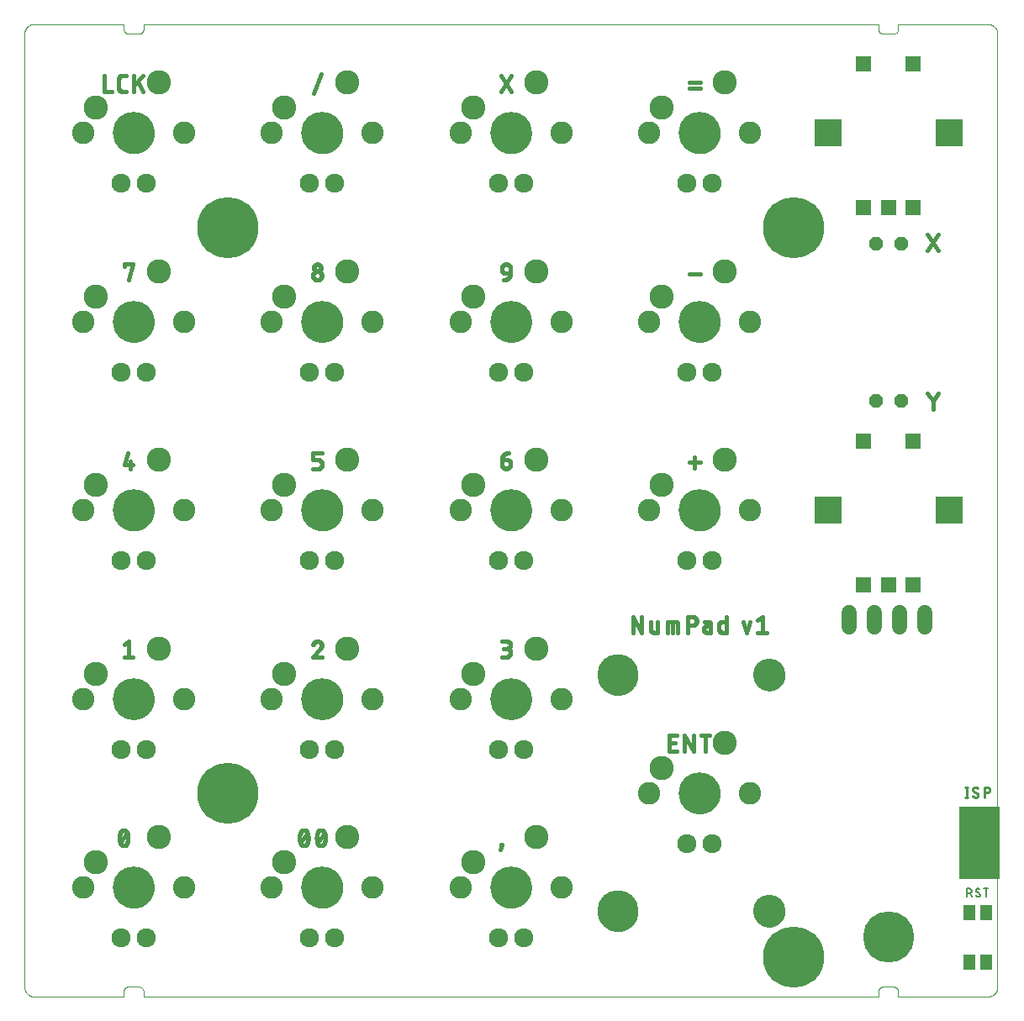
<source format=gts>
G04 EAGLE Gerber RS-274X export*
G75*
%MOMM*%
%FSLAX34Y34*%
%LPD*%
%INTop solder mask*%
%IPPOS*%
%AMOC8*
5,1,8,0,0,1.08239X$1,22.5*%
G01*
%ADD10C,0.000000*%
%ADD11C,0.406400*%
%ADD12C,0.254000*%
%ADD13C,0.203200*%
%ADD14C,3.250000*%
%ADD15C,4.150000*%
%ADD16C,2.436000*%
%ADD17C,2.264400*%
%ADD18C,4.214000*%
%ADD19C,1.928000*%
%ADD20R,1.550000X1.550000*%
%ADD21R,2.750000X2.750000*%
%ADD22R,3.452000X1.674000*%
%ADD23R,4.064000X7.366000*%
%ADD24R,1.150000X1.650000*%
%ADD25P,1.475081X8X22.500000*%
%ADD26C,1.566000*%
%ADD27C,6.150000*%
%ADD28C,5.150000*%


D10*
X970000Y980000D02*
X880000Y980000D01*
X880000Y975000D01*
X879998Y974860D01*
X879992Y974720D01*
X879982Y974580D01*
X879969Y974440D01*
X879951Y974301D01*
X879929Y974162D01*
X879904Y974025D01*
X879875Y973887D01*
X879842Y973751D01*
X879805Y973616D01*
X879764Y973482D01*
X879719Y973349D01*
X879671Y973217D01*
X879619Y973087D01*
X879564Y972958D01*
X879505Y972831D01*
X879442Y972705D01*
X879376Y972581D01*
X879307Y972460D01*
X879234Y972340D01*
X879157Y972222D01*
X879078Y972107D01*
X878995Y971993D01*
X878909Y971883D01*
X878820Y971774D01*
X878728Y971668D01*
X878633Y971565D01*
X878536Y971464D01*
X878435Y971367D01*
X878332Y971272D01*
X878226Y971180D01*
X878117Y971091D01*
X878007Y971005D01*
X877893Y970922D01*
X877778Y970843D01*
X877660Y970766D01*
X877540Y970693D01*
X877419Y970624D01*
X877295Y970558D01*
X877169Y970495D01*
X877042Y970436D01*
X876913Y970381D01*
X876783Y970329D01*
X876651Y970281D01*
X876518Y970236D01*
X876384Y970195D01*
X876249Y970158D01*
X876113Y970125D01*
X875975Y970096D01*
X875838Y970071D01*
X875699Y970049D01*
X875560Y970031D01*
X875420Y970018D01*
X875280Y970008D01*
X875140Y970002D01*
X875000Y970000D01*
X865000Y970000D01*
X864860Y970002D01*
X864720Y970008D01*
X864580Y970018D01*
X864440Y970031D01*
X864301Y970049D01*
X864162Y970071D01*
X864025Y970096D01*
X863887Y970125D01*
X863751Y970158D01*
X863616Y970195D01*
X863482Y970236D01*
X863349Y970281D01*
X863217Y970329D01*
X863087Y970381D01*
X862958Y970436D01*
X862831Y970495D01*
X862705Y970558D01*
X862581Y970624D01*
X862460Y970693D01*
X862340Y970766D01*
X862222Y970843D01*
X862107Y970922D01*
X861993Y971005D01*
X861883Y971091D01*
X861774Y971180D01*
X861668Y971272D01*
X861565Y971367D01*
X861464Y971464D01*
X861367Y971565D01*
X861272Y971668D01*
X861180Y971774D01*
X861091Y971883D01*
X861005Y971993D01*
X860922Y972107D01*
X860843Y972222D01*
X860766Y972340D01*
X860693Y972460D01*
X860624Y972581D01*
X860558Y972705D01*
X860495Y972831D01*
X860436Y972958D01*
X860381Y973087D01*
X860329Y973217D01*
X860281Y973349D01*
X860236Y973482D01*
X860195Y973616D01*
X860158Y973751D01*
X860125Y973887D01*
X860096Y974025D01*
X860071Y974162D01*
X860049Y974301D01*
X860031Y974440D01*
X860018Y974580D01*
X860008Y974720D01*
X860002Y974860D01*
X860000Y975000D01*
X860000Y980000D01*
X120000Y980000D01*
X120000Y975000D01*
X119998Y974860D01*
X119992Y974720D01*
X119982Y974580D01*
X119969Y974440D01*
X119951Y974301D01*
X119929Y974162D01*
X119904Y974025D01*
X119875Y973887D01*
X119842Y973751D01*
X119805Y973616D01*
X119764Y973482D01*
X119719Y973349D01*
X119671Y973217D01*
X119619Y973087D01*
X119564Y972958D01*
X119505Y972831D01*
X119442Y972705D01*
X119376Y972581D01*
X119307Y972460D01*
X119234Y972340D01*
X119157Y972222D01*
X119078Y972107D01*
X118995Y971993D01*
X118909Y971883D01*
X118820Y971774D01*
X118728Y971668D01*
X118633Y971565D01*
X118536Y971464D01*
X118435Y971367D01*
X118332Y971272D01*
X118226Y971180D01*
X118117Y971091D01*
X118007Y971005D01*
X117893Y970922D01*
X117778Y970843D01*
X117660Y970766D01*
X117540Y970693D01*
X117419Y970624D01*
X117295Y970558D01*
X117169Y970495D01*
X117042Y970436D01*
X116913Y970381D01*
X116783Y970329D01*
X116651Y970281D01*
X116518Y970236D01*
X116384Y970195D01*
X116249Y970158D01*
X116113Y970125D01*
X115975Y970096D01*
X115838Y970071D01*
X115699Y970049D01*
X115560Y970031D01*
X115420Y970018D01*
X115280Y970008D01*
X115140Y970002D01*
X115000Y970000D01*
X105000Y970000D01*
X104860Y970002D01*
X104720Y970008D01*
X104580Y970018D01*
X104440Y970031D01*
X104301Y970049D01*
X104162Y970071D01*
X104025Y970096D01*
X103887Y970125D01*
X103751Y970158D01*
X103616Y970195D01*
X103482Y970236D01*
X103349Y970281D01*
X103217Y970329D01*
X103087Y970381D01*
X102958Y970436D01*
X102831Y970495D01*
X102705Y970558D01*
X102581Y970624D01*
X102460Y970693D01*
X102340Y970766D01*
X102222Y970843D01*
X102107Y970922D01*
X101993Y971005D01*
X101883Y971091D01*
X101774Y971180D01*
X101668Y971272D01*
X101565Y971367D01*
X101464Y971464D01*
X101367Y971565D01*
X101272Y971668D01*
X101180Y971774D01*
X101091Y971883D01*
X101005Y971993D01*
X100922Y972107D01*
X100843Y972222D01*
X100766Y972340D01*
X100693Y972460D01*
X100624Y972581D01*
X100558Y972705D01*
X100495Y972831D01*
X100436Y972958D01*
X100381Y973087D01*
X100329Y973217D01*
X100281Y973349D01*
X100236Y973482D01*
X100195Y973616D01*
X100158Y973751D01*
X100125Y973887D01*
X100096Y974025D01*
X100071Y974162D01*
X100049Y974301D01*
X100031Y974440D01*
X100018Y974580D01*
X100008Y974720D01*
X100002Y974860D01*
X100000Y975000D01*
X100000Y980000D01*
X10000Y980000D01*
X9758Y979997D01*
X9517Y979988D01*
X9276Y979974D01*
X9035Y979953D01*
X8795Y979927D01*
X8555Y979895D01*
X8316Y979857D01*
X8079Y979814D01*
X7842Y979764D01*
X7607Y979709D01*
X7373Y979649D01*
X7141Y979582D01*
X6910Y979511D01*
X6681Y979433D01*
X6454Y979350D01*
X6229Y979262D01*
X6006Y979168D01*
X5786Y979069D01*
X5568Y978964D01*
X5353Y978855D01*
X5140Y978740D01*
X4930Y978620D01*
X4724Y978495D01*
X4520Y978365D01*
X4319Y978230D01*
X4122Y978090D01*
X3928Y977946D01*
X3738Y977797D01*
X3552Y977643D01*
X3369Y977485D01*
X3190Y977323D01*
X3015Y977156D01*
X2844Y976985D01*
X2677Y976810D01*
X2515Y976631D01*
X2357Y976448D01*
X2203Y976262D01*
X2054Y976072D01*
X1910Y975878D01*
X1770Y975681D01*
X1635Y975480D01*
X1505Y975276D01*
X1380Y975070D01*
X1260Y974860D01*
X1145Y974647D01*
X1036Y974432D01*
X931Y974214D01*
X832Y973994D01*
X738Y973771D01*
X650Y973546D01*
X567Y973319D01*
X489Y973090D01*
X418Y972859D01*
X351Y972627D01*
X291Y972393D01*
X236Y972158D01*
X186Y971921D01*
X143Y971684D01*
X105Y971445D01*
X73Y971205D01*
X47Y970965D01*
X26Y970724D01*
X12Y970483D01*
X3Y970242D01*
X0Y970000D01*
X0Y10000D01*
X3Y9758D01*
X12Y9517D01*
X26Y9276D01*
X47Y9035D01*
X73Y8795D01*
X105Y8555D01*
X143Y8316D01*
X186Y8079D01*
X236Y7842D01*
X291Y7607D01*
X351Y7373D01*
X418Y7141D01*
X489Y6910D01*
X567Y6681D01*
X650Y6454D01*
X738Y6229D01*
X832Y6006D01*
X931Y5786D01*
X1036Y5568D01*
X1145Y5353D01*
X1260Y5140D01*
X1380Y4930D01*
X1505Y4724D01*
X1635Y4520D01*
X1770Y4319D01*
X1910Y4122D01*
X2054Y3928D01*
X2203Y3738D01*
X2357Y3552D01*
X2515Y3369D01*
X2677Y3190D01*
X2844Y3015D01*
X3015Y2844D01*
X3190Y2677D01*
X3369Y2515D01*
X3552Y2357D01*
X3738Y2203D01*
X3928Y2054D01*
X4122Y1910D01*
X4319Y1770D01*
X4520Y1635D01*
X4724Y1505D01*
X4930Y1380D01*
X5140Y1260D01*
X5353Y1145D01*
X5568Y1036D01*
X5786Y931D01*
X6006Y832D01*
X6229Y738D01*
X6454Y650D01*
X6681Y567D01*
X6910Y489D01*
X7141Y418D01*
X7373Y351D01*
X7607Y291D01*
X7842Y236D01*
X8079Y186D01*
X8316Y143D01*
X8555Y105D01*
X8795Y73D01*
X9035Y47D01*
X9276Y26D01*
X9517Y12D01*
X9758Y3D01*
X10000Y0D01*
X100000Y0D01*
X100000Y5000D01*
X100002Y5140D01*
X100008Y5280D01*
X100018Y5420D01*
X100031Y5560D01*
X100049Y5699D01*
X100071Y5838D01*
X100096Y5975D01*
X100125Y6113D01*
X100158Y6249D01*
X100195Y6384D01*
X100236Y6518D01*
X100281Y6651D01*
X100329Y6783D01*
X100381Y6913D01*
X100436Y7042D01*
X100495Y7169D01*
X100558Y7295D01*
X100624Y7419D01*
X100693Y7540D01*
X100766Y7660D01*
X100843Y7778D01*
X100922Y7893D01*
X101005Y8007D01*
X101091Y8117D01*
X101180Y8226D01*
X101272Y8332D01*
X101367Y8435D01*
X101464Y8536D01*
X101565Y8633D01*
X101668Y8728D01*
X101774Y8820D01*
X101883Y8909D01*
X101993Y8995D01*
X102107Y9078D01*
X102222Y9157D01*
X102340Y9234D01*
X102460Y9307D01*
X102581Y9376D01*
X102705Y9442D01*
X102831Y9505D01*
X102958Y9564D01*
X103087Y9619D01*
X103217Y9671D01*
X103349Y9719D01*
X103482Y9764D01*
X103616Y9805D01*
X103751Y9842D01*
X103887Y9875D01*
X104025Y9904D01*
X104162Y9929D01*
X104301Y9951D01*
X104440Y9969D01*
X104580Y9982D01*
X104720Y9992D01*
X104860Y9998D01*
X105000Y10000D01*
X115000Y10000D01*
X115140Y9998D01*
X115280Y9992D01*
X115420Y9982D01*
X115560Y9969D01*
X115699Y9951D01*
X115838Y9929D01*
X115975Y9904D01*
X116113Y9875D01*
X116249Y9842D01*
X116384Y9805D01*
X116518Y9764D01*
X116651Y9719D01*
X116783Y9671D01*
X116913Y9619D01*
X117042Y9564D01*
X117169Y9505D01*
X117295Y9442D01*
X117419Y9376D01*
X117540Y9307D01*
X117660Y9234D01*
X117778Y9157D01*
X117893Y9078D01*
X118007Y8995D01*
X118117Y8909D01*
X118226Y8820D01*
X118332Y8728D01*
X118435Y8633D01*
X118536Y8536D01*
X118633Y8435D01*
X118728Y8332D01*
X118820Y8226D01*
X118909Y8117D01*
X118995Y8007D01*
X119078Y7893D01*
X119157Y7778D01*
X119234Y7660D01*
X119307Y7540D01*
X119376Y7419D01*
X119442Y7295D01*
X119505Y7169D01*
X119564Y7042D01*
X119619Y6913D01*
X119671Y6783D01*
X119719Y6651D01*
X119764Y6518D01*
X119805Y6384D01*
X119842Y6249D01*
X119875Y6113D01*
X119904Y5975D01*
X119929Y5838D01*
X119951Y5699D01*
X119969Y5560D01*
X119982Y5420D01*
X119992Y5280D01*
X119998Y5140D01*
X120000Y5000D01*
X120000Y0D01*
X860000Y0D01*
X860000Y5000D01*
X860002Y5140D01*
X860008Y5280D01*
X860018Y5420D01*
X860031Y5560D01*
X860049Y5699D01*
X860071Y5838D01*
X860096Y5975D01*
X860125Y6113D01*
X860158Y6249D01*
X860195Y6384D01*
X860236Y6518D01*
X860281Y6651D01*
X860329Y6783D01*
X860381Y6913D01*
X860436Y7042D01*
X860495Y7169D01*
X860558Y7295D01*
X860624Y7419D01*
X860693Y7540D01*
X860766Y7660D01*
X860843Y7778D01*
X860922Y7893D01*
X861005Y8007D01*
X861091Y8117D01*
X861180Y8226D01*
X861272Y8332D01*
X861367Y8435D01*
X861464Y8536D01*
X861565Y8633D01*
X861668Y8728D01*
X861774Y8820D01*
X861883Y8909D01*
X861993Y8995D01*
X862107Y9078D01*
X862222Y9157D01*
X862340Y9234D01*
X862460Y9307D01*
X862581Y9376D01*
X862705Y9442D01*
X862831Y9505D01*
X862958Y9564D01*
X863087Y9619D01*
X863217Y9671D01*
X863349Y9719D01*
X863482Y9764D01*
X863616Y9805D01*
X863751Y9842D01*
X863887Y9875D01*
X864025Y9904D01*
X864162Y9929D01*
X864301Y9951D01*
X864440Y9969D01*
X864580Y9982D01*
X864720Y9992D01*
X864860Y9998D01*
X865000Y10000D01*
X875000Y10000D01*
X875140Y9998D01*
X875280Y9992D01*
X875420Y9982D01*
X875560Y9969D01*
X875699Y9951D01*
X875838Y9929D01*
X875975Y9904D01*
X876113Y9875D01*
X876249Y9842D01*
X876384Y9805D01*
X876518Y9764D01*
X876651Y9719D01*
X876783Y9671D01*
X876913Y9619D01*
X877042Y9564D01*
X877169Y9505D01*
X877295Y9442D01*
X877419Y9376D01*
X877540Y9307D01*
X877660Y9234D01*
X877778Y9157D01*
X877893Y9078D01*
X878007Y8995D01*
X878117Y8909D01*
X878226Y8820D01*
X878332Y8728D01*
X878435Y8633D01*
X878536Y8536D01*
X878633Y8435D01*
X878728Y8332D01*
X878820Y8226D01*
X878909Y8117D01*
X878995Y8007D01*
X879078Y7893D01*
X879157Y7778D01*
X879234Y7660D01*
X879307Y7540D01*
X879376Y7419D01*
X879442Y7295D01*
X879505Y7169D01*
X879564Y7042D01*
X879619Y6913D01*
X879671Y6783D01*
X879719Y6651D01*
X879764Y6518D01*
X879805Y6384D01*
X879842Y6249D01*
X879875Y6113D01*
X879904Y5975D01*
X879929Y5838D01*
X879951Y5699D01*
X879969Y5560D01*
X879982Y5420D01*
X879992Y5280D01*
X879998Y5140D01*
X880000Y5000D01*
X880000Y0D01*
X970000Y0D01*
X970242Y3D01*
X970483Y12D01*
X970724Y26D01*
X970965Y47D01*
X971205Y73D01*
X971445Y105D01*
X971684Y143D01*
X971921Y186D01*
X972158Y236D01*
X972393Y291D01*
X972627Y351D01*
X972859Y418D01*
X973090Y489D01*
X973319Y567D01*
X973546Y650D01*
X973771Y738D01*
X973994Y832D01*
X974214Y931D01*
X974432Y1036D01*
X974647Y1145D01*
X974860Y1260D01*
X975070Y1380D01*
X975276Y1505D01*
X975480Y1635D01*
X975681Y1770D01*
X975878Y1910D01*
X976072Y2054D01*
X976262Y2203D01*
X976448Y2357D01*
X976631Y2515D01*
X976810Y2677D01*
X976985Y2844D01*
X977156Y3015D01*
X977323Y3190D01*
X977485Y3369D01*
X977643Y3552D01*
X977797Y3738D01*
X977946Y3928D01*
X978090Y4122D01*
X978230Y4319D01*
X978365Y4520D01*
X978495Y4724D01*
X978620Y4930D01*
X978740Y5140D01*
X978855Y5353D01*
X978964Y5568D01*
X979069Y5786D01*
X979168Y6006D01*
X979262Y6229D01*
X979350Y6454D01*
X979433Y6681D01*
X979511Y6910D01*
X979582Y7141D01*
X979649Y7373D01*
X979709Y7607D01*
X979764Y7842D01*
X979814Y8079D01*
X979857Y8316D01*
X979895Y8555D01*
X979927Y8795D01*
X979953Y9035D01*
X979974Y9276D01*
X979988Y9517D01*
X979997Y9758D01*
X980000Y10000D01*
X980000Y970000D01*
X979997Y970242D01*
X979988Y970483D01*
X979974Y970724D01*
X979953Y970965D01*
X979927Y971205D01*
X979895Y971445D01*
X979857Y971684D01*
X979814Y971921D01*
X979764Y972158D01*
X979709Y972393D01*
X979649Y972627D01*
X979582Y972859D01*
X979511Y973090D01*
X979433Y973319D01*
X979350Y973546D01*
X979262Y973771D01*
X979168Y973994D01*
X979069Y974214D01*
X978964Y974432D01*
X978855Y974647D01*
X978740Y974860D01*
X978620Y975070D01*
X978495Y975276D01*
X978365Y975480D01*
X978230Y975681D01*
X978090Y975878D01*
X977946Y976072D01*
X977797Y976262D01*
X977643Y976448D01*
X977485Y976631D01*
X977323Y976810D01*
X977156Y976985D01*
X976985Y977156D01*
X976810Y977323D01*
X976631Y977485D01*
X976448Y977643D01*
X976262Y977797D01*
X976072Y977946D01*
X975878Y978090D01*
X975681Y978230D01*
X975480Y978365D01*
X975276Y978495D01*
X975070Y978620D01*
X974860Y978740D01*
X974647Y978855D01*
X974432Y978964D01*
X974214Y979069D01*
X973994Y979168D01*
X973771Y979262D01*
X973546Y979350D01*
X973319Y979433D01*
X973090Y979511D01*
X972859Y979582D01*
X972627Y979649D01*
X972393Y979709D01*
X972158Y979764D01*
X971921Y979814D01*
X971684Y979857D01*
X971445Y979895D01*
X971205Y979927D01*
X970965Y979953D01*
X970724Y979974D01*
X970483Y979988D01*
X970242Y979997D01*
X970000Y980000D01*
D11*
X612611Y382968D02*
X612611Y367032D01*
X621464Y367032D02*
X612611Y382968D01*
X621464Y382968D02*
X621464Y367032D01*
X630746Y369688D02*
X630746Y377656D01*
X630746Y369688D02*
X630748Y369586D01*
X630754Y369485D01*
X630764Y369383D01*
X630777Y369283D01*
X630795Y369182D01*
X630816Y369083D01*
X630841Y368984D01*
X630870Y368887D01*
X630902Y368790D01*
X630939Y368695D01*
X630978Y368602D01*
X631022Y368509D01*
X631069Y368419D01*
X631119Y368331D01*
X631173Y368244D01*
X631230Y368160D01*
X631290Y368078D01*
X631353Y367998D01*
X631419Y367921D01*
X631488Y367846D01*
X631560Y367774D01*
X631635Y367705D01*
X631712Y367639D01*
X631792Y367576D01*
X631874Y367516D01*
X631958Y367459D01*
X632045Y367405D01*
X632133Y367355D01*
X632223Y367308D01*
X632316Y367264D01*
X632409Y367225D01*
X632504Y367188D01*
X632601Y367156D01*
X632698Y367127D01*
X632797Y367102D01*
X632896Y367081D01*
X632997Y367063D01*
X633097Y367050D01*
X633199Y367040D01*
X633300Y367034D01*
X633402Y367032D01*
X637829Y367032D01*
X637829Y377656D01*
X647376Y377656D02*
X647376Y367032D01*
X647376Y377656D02*
X655344Y377656D01*
X655446Y377654D01*
X655547Y377648D01*
X655649Y377638D01*
X655749Y377625D01*
X655850Y377607D01*
X655949Y377586D01*
X656048Y377561D01*
X656145Y377532D01*
X656242Y377500D01*
X656337Y377463D01*
X656430Y377424D01*
X656523Y377380D01*
X656613Y377333D01*
X656701Y377283D01*
X656788Y377229D01*
X656872Y377172D01*
X656954Y377112D01*
X657034Y377049D01*
X657111Y376983D01*
X657186Y376914D01*
X657258Y376842D01*
X657327Y376767D01*
X657393Y376690D01*
X657456Y376610D01*
X657516Y376528D01*
X657573Y376444D01*
X657627Y376357D01*
X657677Y376269D01*
X657724Y376179D01*
X657768Y376086D01*
X657807Y375993D01*
X657844Y375898D01*
X657876Y375801D01*
X657905Y375704D01*
X657930Y375605D01*
X657951Y375506D01*
X657969Y375405D01*
X657982Y375305D01*
X657992Y375203D01*
X657998Y375102D01*
X658000Y375000D01*
X658000Y367032D01*
X652688Y367032D02*
X652688Y377656D01*
X668217Y382968D02*
X668217Y367032D01*
X668217Y382968D02*
X672643Y382968D01*
X672774Y382966D01*
X672905Y382960D01*
X673036Y382951D01*
X673167Y382937D01*
X673297Y382919D01*
X673426Y382898D01*
X673555Y382873D01*
X673683Y382844D01*
X673810Y382811D01*
X673936Y382775D01*
X674061Y382735D01*
X674184Y382691D01*
X674307Y382643D01*
X674428Y382592D01*
X674547Y382538D01*
X674664Y382480D01*
X674780Y382418D01*
X674894Y382353D01*
X675006Y382284D01*
X675116Y382213D01*
X675224Y382138D01*
X675329Y382060D01*
X675432Y381979D01*
X675533Y381895D01*
X675631Y381807D01*
X675727Y381717D01*
X675819Y381625D01*
X675909Y381529D01*
X675997Y381431D01*
X676081Y381330D01*
X676162Y381227D01*
X676240Y381122D01*
X676315Y381014D01*
X676386Y380904D01*
X676455Y380792D01*
X676520Y380678D01*
X676582Y380562D01*
X676640Y380445D01*
X676694Y380326D01*
X676745Y380205D01*
X676793Y380082D01*
X676837Y379959D01*
X676877Y379834D01*
X676913Y379708D01*
X676946Y379581D01*
X676975Y379453D01*
X677000Y379324D01*
X677021Y379195D01*
X677039Y379065D01*
X677053Y378934D01*
X677062Y378803D01*
X677068Y378672D01*
X677070Y378541D01*
X677068Y378410D01*
X677062Y378279D01*
X677053Y378148D01*
X677039Y378017D01*
X677021Y377887D01*
X677000Y377758D01*
X676975Y377629D01*
X676946Y377501D01*
X676913Y377374D01*
X676877Y377248D01*
X676837Y377123D01*
X676793Y377000D01*
X676745Y376877D01*
X676694Y376756D01*
X676640Y376637D01*
X676582Y376520D01*
X676520Y376404D01*
X676455Y376290D01*
X676386Y376178D01*
X676315Y376068D01*
X676240Y375960D01*
X676162Y375855D01*
X676081Y375752D01*
X675997Y375651D01*
X675909Y375553D01*
X675819Y375457D01*
X675727Y375365D01*
X675631Y375275D01*
X675533Y375187D01*
X675432Y375103D01*
X675329Y375022D01*
X675224Y374944D01*
X675116Y374869D01*
X675006Y374798D01*
X674894Y374729D01*
X674780Y374664D01*
X674664Y374602D01*
X674547Y374544D01*
X674428Y374490D01*
X674307Y374439D01*
X674184Y374391D01*
X674061Y374347D01*
X673936Y374307D01*
X673810Y374271D01*
X673683Y374238D01*
X673555Y374209D01*
X673426Y374184D01*
X673297Y374163D01*
X673167Y374145D01*
X673036Y374131D01*
X672905Y374122D01*
X672774Y374116D01*
X672643Y374114D01*
X672643Y374115D02*
X668217Y374115D01*
X687179Y373229D02*
X691163Y373229D01*
X687179Y373230D02*
X687068Y373228D01*
X686958Y373222D01*
X686848Y373212D01*
X686738Y373198D01*
X686629Y373181D01*
X686520Y373159D01*
X686413Y373134D01*
X686306Y373104D01*
X686200Y373071D01*
X686096Y373035D01*
X685993Y372994D01*
X685892Y372950D01*
X685792Y372902D01*
X685694Y372851D01*
X685598Y372796D01*
X685504Y372738D01*
X685412Y372677D01*
X685322Y372612D01*
X685234Y372544D01*
X685150Y372473D01*
X685067Y372399D01*
X684988Y372322D01*
X684911Y372243D01*
X684837Y372160D01*
X684766Y372076D01*
X684698Y371988D01*
X684633Y371898D01*
X684572Y371806D01*
X684514Y371712D01*
X684459Y371616D01*
X684408Y371518D01*
X684360Y371418D01*
X684316Y371317D01*
X684275Y371214D01*
X684239Y371110D01*
X684206Y371004D01*
X684176Y370897D01*
X684151Y370790D01*
X684129Y370681D01*
X684112Y370572D01*
X684098Y370462D01*
X684088Y370352D01*
X684082Y370242D01*
X684080Y370131D01*
X684082Y370020D01*
X684088Y369910D01*
X684098Y369800D01*
X684112Y369690D01*
X684129Y369581D01*
X684151Y369472D01*
X684176Y369365D01*
X684206Y369258D01*
X684239Y369152D01*
X684275Y369048D01*
X684316Y368945D01*
X684360Y368844D01*
X684408Y368744D01*
X684459Y368646D01*
X684514Y368550D01*
X684572Y368456D01*
X684633Y368364D01*
X684698Y368274D01*
X684766Y368186D01*
X684837Y368102D01*
X684911Y368019D01*
X684988Y367940D01*
X685067Y367863D01*
X685150Y367789D01*
X685234Y367718D01*
X685322Y367650D01*
X685412Y367585D01*
X685504Y367524D01*
X685598Y367466D01*
X685694Y367411D01*
X685792Y367360D01*
X685892Y367312D01*
X685993Y367268D01*
X686096Y367227D01*
X686200Y367191D01*
X686306Y367158D01*
X686413Y367128D01*
X686520Y367103D01*
X686629Y367081D01*
X686738Y367064D01*
X686848Y367050D01*
X686958Y367040D01*
X687068Y367034D01*
X687179Y367032D01*
X691163Y367032D01*
X691163Y375000D01*
X691161Y375102D01*
X691155Y375203D01*
X691145Y375305D01*
X691132Y375405D01*
X691114Y375506D01*
X691093Y375605D01*
X691068Y375704D01*
X691039Y375801D01*
X691007Y375898D01*
X690970Y375993D01*
X690931Y376086D01*
X690887Y376179D01*
X690840Y376269D01*
X690790Y376357D01*
X690736Y376444D01*
X690679Y376528D01*
X690619Y376610D01*
X690556Y376690D01*
X690490Y376767D01*
X690421Y376842D01*
X690349Y376914D01*
X690274Y376983D01*
X690197Y377049D01*
X690117Y377112D01*
X690035Y377172D01*
X689951Y377229D01*
X689864Y377283D01*
X689776Y377333D01*
X689686Y377380D01*
X689593Y377424D01*
X689500Y377463D01*
X689405Y377500D01*
X689308Y377532D01*
X689211Y377561D01*
X689112Y377586D01*
X689013Y377607D01*
X688912Y377625D01*
X688812Y377638D01*
X688710Y377648D01*
X688609Y377654D01*
X688507Y377656D01*
X684966Y377656D01*
X706688Y382968D02*
X706688Y367032D01*
X702261Y367032D01*
X702159Y367034D01*
X702058Y367040D01*
X701956Y367050D01*
X701856Y367063D01*
X701755Y367081D01*
X701656Y367102D01*
X701557Y367127D01*
X701460Y367156D01*
X701363Y367188D01*
X701268Y367225D01*
X701175Y367264D01*
X701082Y367308D01*
X700992Y367355D01*
X700904Y367405D01*
X700817Y367459D01*
X700733Y367516D01*
X700651Y367576D01*
X700571Y367639D01*
X700494Y367705D01*
X700419Y367774D01*
X700347Y367846D01*
X700278Y367921D01*
X700212Y367998D01*
X700149Y368078D01*
X700089Y368160D01*
X700032Y368244D01*
X699978Y368331D01*
X699928Y368419D01*
X699881Y368509D01*
X699837Y368602D01*
X699798Y368695D01*
X699761Y368790D01*
X699729Y368887D01*
X699700Y368984D01*
X699675Y369083D01*
X699654Y369182D01*
X699636Y369283D01*
X699623Y369383D01*
X699613Y369485D01*
X699607Y369586D01*
X699605Y369688D01*
X699605Y375000D01*
X699607Y375102D01*
X699613Y375203D01*
X699623Y375305D01*
X699636Y375405D01*
X699654Y375506D01*
X699675Y375605D01*
X699700Y375704D01*
X699729Y375801D01*
X699761Y375898D01*
X699798Y375993D01*
X699837Y376086D01*
X699881Y376179D01*
X699928Y376269D01*
X699978Y376357D01*
X700032Y376444D01*
X700089Y376528D01*
X700149Y376610D01*
X700212Y376690D01*
X700278Y376767D01*
X700347Y376842D01*
X700419Y376914D01*
X700494Y376983D01*
X700571Y377049D01*
X700651Y377112D01*
X700733Y377172D01*
X700817Y377229D01*
X700904Y377283D01*
X700992Y377333D01*
X701082Y377380D01*
X701175Y377424D01*
X701268Y377463D01*
X701363Y377500D01*
X701460Y377532D01*
X701557Y377561D01*
X701656Y377586D01*
X701755Y377607D01*
X701856Y377625D01*
X701956Y377638D01*
X702058Y377648D01*
X702159Y377654D01*
X702261Y377656D01*
X706688Y377656D01*
X723896Y377656D02*
X727437Y367032D01*
X730979Y377656D01*
X738536Y379427D02*
X742962Y382968D01*
X742962Y367032D01*
X738536Y367032D02*
X747389Y367032D01*
X100573Y736197D02*
X100573Y737968D01*
X109427Y737968D01*
X105000Y722032D01*
X290573Y726459D02*
X290575Y726590D01*
X290581Y726721D01*
X290590Y726852D01*
X290604Y726983D01*
X290622Y727113D01*
X290643Y727242D01*
X290668Y727371D01*
X290697Y727499D01*
X290730Y727626D01*
X290766Y727752D01*
X290806Y727877D01*
X290850Y728000D01*
X290898Y728123D01*
X290949Y728244D01*
X291003Y728363D01*
X291061Y728480D01*
X291123Y728596D01*
X291188Y728710D01*
X291257Y728822D01*
X291328Y728932D01*
X291403Y729040D01*
X291481Y729145D01*
X291562Y729248D01*
X291646Y729349D01*
X291734Y729447D01*
X291824Y729543D01*
X291916Y729635D01*
X292012Y729725D01*
X292110Y729813D01*
X292211Y729897D01*
X292314Y729978D01*
X292419Y730056D01*
X292527Y730131D01*
X292637Y730202D01*
X292749Y730271D01*
X292863Y730336D01*
X292979Y730398D01*
X293096Y730456D01*
X293215Y730510D01*
X293336Y730561D01*
X293459Y730609D01*
X293582Y730653D01*
X293707Y730693D01*
X293833Y730729D01*
X293960Y730762D01*
X294088Y730791D01*
X294217Y730816D01*
X294346Y730837D01*
X294476Y730855D01*
X294607Y730869D01*
X294738Y730878D01*
X294869Y730884D01*
X295000Y730886D01*
X295131Y730884D01*
X295262Y730878D01*
X295393Y730869D01*
X295524Y730855D01*
X295654Y730837D01*
X295783Y730816D01*
X295912Y730791D01*
X296040Y730762D01*
X296167Y730729D01*
X296293Y730693D01*
X296418Y730653D01*
X296541Y730609D01*
X296664Y730561D01*
X296785Y730510D01*
X296904Y730456D01*
X297021Y730398D01*
X297137Y730336D01*
X297251Y730271D01*
X297363Y730202D01*
X297473Y730131D01*
X297581Y730056D01*
X297686Y729978D01*
X297789Y729897D01*
X297890Y729813D01*
X297988Y729725D01*
X298084Y729635D01*
X298176Y729543D01*
X298266Y729447D01*
X298354Y729349D01*
X298438Y729248D01*
X298519Y729145D01*
X298597Y729040D01*
X298672Y728932D01*
X298743Y728822D01*
X298812Y728710D01*
X298877Y728596D01*
X298939Y728480D01*
X298997Y728363D01*
X299051Y728244D01*
X299102Y728123D01*
X299150Y728000D01*
X299194Y727877D01*
X299234Y727752D01*
X299270Y727626D01*
X299303Y727499D01*
X299332Y727371D01*
X299357Y727242D01*
X299378Y727113D01*
X299396Y726983D01*
X299410Y726852D01*
X299419Y726721D01*
X299425Y726590D01*
X299427Y726459D01*
X299425Y726328D01*
X299419Y726197D01*
X299410Y726066D01*
X299396Y725935D01*
X299378Y725805D01*
X299357Y725676D01*
X299332Y725547D01*
X299303Y725419D01*
X299270Y725292D01*
X299234Y725166D01*
X299194Y725041D01*
X299150Y724918D01*
X299102Y724795D01*
X299051Y724674D01*
X298997Y724555D01*
X298939Y724438D01*
X298877Y724322D01*
X298812Y724208D01*
X298743Y724096D01*
X298672Y723986D01*
X298597Y723878D01*
X298519Y723773D01*
X298438Y723670D01*
X298354Y723569D01*
X298266Y723471D01*
X298176Y723375D01*
X298084Y723283D01*
X297988Y723193D01*
X297890Y723105D01*
X297789Y723021D01*
X297686Y722940D01*
X297581Y722862D01*
X297473Y722787D01*
X297363Y722716D01*
X297251Y722647D01*
X297137Y722582D01*
X297021Y722520D01*
X296904Y722462D01*
X296785Y722408D01*
X296664Y722357D01*
X296541Y722309D01*
X296418Y722265D01*
X296293Y722225D01*
X296167Y722189D01*
X296040Y722156D01*
X295912Y722127D01*
X295783Y722102D01*
X295654Y722081D01*
X295524Y722063D01*
X295393Y722049D01*
X295262Y722040D01*
X295131Y722034D01*
X295000Y722032D01*
X294869Y722034D01*
X294738Y722040D01*
X294607Y722049D01*
X294476Y722063D01*
X294346Y722081D01*
X294217Y722102D01*
X294088Y722127D01*
X293960Y722156D01*
X293833Y722189D01*
X293707Y722225D01*
X293582Y722265D01*
X293459Y722309D01*
X293336Y722357D01*
X293215Y722408D01*
X293096Y722462D01*
X292979Y722520D01*
X292863Y722582D01*
X292749Y722647D01*
X292637Y722716D01*
X292527Y722787D01*
X292419Y722862D01*
X292314Y722940D01*
X292211Y723021D01*
X292110Y723105D01*
X292012Y723193D01*
X291916Y723283D01*
X291824Y723375D01*
X291734Y723471D01*
X291646Y723569D01*
X291562Y723670D01*
X291481Y723773D01*
X291403Y723878D01*
X291328Y723986D01*
X291257Y724096D01*
X291188Y724208D01*
X291123Y724322D01*
X291061Y724438D01*
X291003Y724555D01*
X290949Y724674D01*
X290898Y724795D01*
X290850Y724918D01*
X290806Y725041D01*
X290766Y725166D01*
X290730Y725292D01*
X290697Y725419D01*
X290668Y725547D01*
X290643Y725676D01*
X290622Y725805D01*
X290604Y725935D01*
X290590Y726066D01*
X290581Y726197D01*
X290575Y726328D01*
X290573Y726459D01*
X291459Y734427D02*
X291461Y734545D01*
X291467Y734664D01*
X291477Y734781D01*
X291491Y734899D01*
X291508Y735016D01*
X291530Y735132D01*
X291555Y735248D01*
X291585Y735363D01*
X291618Y735476D01*
X291655Y735589D01*
X291696Y735700D01*
X291740Y735809D01*
X291788Y735918D01*
X291840Y736024D01*
X291895Y736129D01*
X291953Y736232D01*
X292015Y736332D01*
X292081Y736431D01*
X292149Y736527D01*
X292221Y736622D01*
X292296Y736713D01*
X292374Y736802D01*
X292455Y736889D01*
X292538Y736972D01*
X292625Y737053D01*
X292714Y737131D01*
X292805Y737206D01*
X292900Y737278D01*
X292996Y737346D01*
X293095Y737412D01*
X293195Y737474D01*
X293298Y737532D01*
X293403Y737587D01*
X293509Y737639D01*
X293618Y737687D01*
X293727Y737731D01*
X293838Y737772D01*
X293951Y737809D01*
X294064Y737842D01*
X294179Y737872D01*
X294295Y737897D01*
X294411Y737919D01*
X294528Y737936D01*
X294646Y737950D01*
X294763Y737960D01*
X294882Y737966D01*
X295000Y737968D01*
X295118Y737966D01*
X295237Y737960D01*
X295354Y737950D01*
X295472Y737936D01*
X295589Y737919D01*
X295705Y737897D01*
X295821Y737872D01*
X295936Y737842D01*
X296049Y737809D01*
X296162Y737772D01*
X296273Y737731D01*
X296382Y737687D01*
X296491Y737639D01*
X296597Y737587D01*
X296702Y737532D01*
X296805Y737474D01*
X296905Y737412D01*
X297004Y737346D01*
X297100Y737278D01*
X297195Y737206D01*
X297286Y737131D01*
X297375Y737053D01*
X297462Y736972D01*
X297545Y736889D01*
X297626Y736802D01*
X297704Y736713D01*
X297779Y736622D01*
X297851Y736527D01*
X297919Y736431D01*
X297985Y736332D01*
X298047Y736232D01*
X298105Y736129D01*
X298160Y736024D01*
X298212Y735918D01*
X298260Y735809D01*
X298304Y735700D01*
X298345Y735589D01*
X298382Y735476D01*
X298415Y735363D01*
X298445Y735248D01*
X298470Y735132D01*
X298492Y735016D01*
X298509Y734899D01*
X298523Y734781D01*
X298533Y734664D01*
X298539Y734545D01*
X298541Y734427D01*
X298539Y734309D01*
X298533Y734190D01*
X298523Y734073D01*
X298509Y733955D01*
X298492Y733838D01*
X298470Y733722D01*
X298445Y733606D01*
X298415Y733491D01*
X298382Y733378D01*
X298345Y733265D01*
X298304Y733154D01*
X298260Y733045D01*
X298212Y732936D01*
X298160Y732830D01*
X298105Y732725D01*
X298047Y732622D01*
X297985Y732522D01*
X297919Y732423D01*
X297851Y732327D01*
X297779Y732232D01*
X297704Y732141D01*
X297626Y732052D01*
X297545Y731965D01*
X297462Y731882D01*
X297375Y731801D01*
X297286Y731723D01*
X297195Y731648D01*
X297100Y731576D01*
X297004Y731508D01*
X296905Y731442D01*
X296805Y731380D01*
X296702Y731322D01*
X296597Y731267D01*
X296491Y731215D01*
X296382Y731167D01*
X296273Y731123D01*
X296162Y731082D01*
X296049Y731045D01*
X295936Y731012D01*
X295821Y730982D01*
X295705Y730957D01*
X295589Y730935D01*
X295472Y730918D01*
X295354Y730904D01*
X295237Y730894D01*
X295118Y730888D01*
X295000Y730886D01*
X294882Y730888D01*
X294763Y730894D01*
X294646Y730904D01*
X294528Y730918D01*
X294411Y730935D01*
X294295Y730957D01*
X294179Y730982D01*
X294064Y731012D01*
X293951Y731045D01*
X293838Y731082D01*
X293727Y731123D01*
X293618Y731167D01*
X293509Y731215D01*
X293403Y731267D01*
X293298Y731322D01*
X293195Y731380D01*
X293095Y731442D01*
X292996Y731508D01*
X292900Y731576D01*
X292805Y731648D01*
X292714Y731723D01*
X292625Y731801D01*
X292538Y731882D01*
X292455Y731965D01*
X292374Y732052D01*
X292296Y732141D01*
X292221Y732232D01*
X292149Y732327D01*
X292081Y732423D01*
X292015Y732522D01*
X291953Y732622D01*
X291895Y732725D01*
X291840Y732830D01*
X291788Y732936D01*
X291740Y733045D01*
X291696Y733154D01*
X291655Y733265D01*
X291618Y733378D01*
X291585Y733491D01*
X291555Y733606D01*
X291530Y733722D01*
X291508Y733838D01*
X291491Y733955D01*
X291477Y734073D01*
X291467Y734190D01*
X291461Y734309D01*
X291459Y734427D01*
X484115Y729115D02*
X489427Y729115D01*
X484115Y729115D02*
X483997Y729117D01*
X483878Y729123D01*
X483761Y729133D01*
X483643Y729147D01*
X483526Y729164D01*
X483410Y729186D01*
X483294Y729211D01*
X483179Y729241D01*
X483066Y729274D01*
X482953Y729311D01*
X482842Y729352D01*
X482733Y729396D01*
X482624Y729444D01*
X482518Y729496D01*
X482413Y729551D01*
X482310Y729609D01*
X482210Y729671D01*
X482111Y729737D01*
X482015Y729805D01*
X481920Y729877D01*
X481829Y729952D01*
X481740Y730030D01*
X481653Y730111D01*
X481570Y730194D01*
X481489Y730281D01*
X481411Y730370D01*
X481336Y730461D01*
X481264Y730556D01*
X481196Y730652D01*
X481130Y730751D01*
X481068Y730851D01*
X481010Y730954D01*
X480955Y731059D01*
X480903Y731165D01*
X480855Y731274D01*
X480811Y731383D01*
X480770Y731494D01*
X480733Y731607D01*
X480700Y731721D01*
X480670Y731835D01*
X480645Y731951D01*
X480623Y732067D01*
X480606Y732184D01*
X480592Y732302D01*
X480582Y732420D01*
X480576Y732538D01*
X480574Y732656D01*
X480573Y732656D02*
X480573Y733541D01*
X480575Y733672D01*
X480581Y733803D01*
X480590Y733934D01*
X480604Y734065D01*
X480622Y734195D01*
X480643Y734324D01*
X480668Y734453D01*
X480697Y734581D01*
X480730Y734708D01*
X480766Y734834D01*
X480806Y734959D01*
X480850Y735082D01*
X480898Y735205D01*
X480949Y735326D01*
X481003Y735445D01*
X481061Y735562D01*
X481123Y735678D01*
X481188Y735792D01*
X481257Y735904D01*
X481328Y736014D01*
X481403Y736122D01*
X481481Y736227D01*
X481562Y736330D01*
X481646Y736431D01*
X481734Y736529D01*
X481824Y736625D01*
X481916Y736717D01*
X482012Y736807D01*
X482110Y736895D01*
X482211Y736979D01*
X482314Y737060D01*
X482419Y737138D01*
X482527Y737213D01*
X482637Y737284D01*
X482749Y737353D01*
X482863Y737418D01*
X482979Y737480D01*
X483096Y737538D01*
X483215Y737592D01*
X483336Y737643D01*
X483459Y737691D01*
X483582Y737735D01*
X483707Y737775D01*
X483833Y737811D01*
X483960Y737844D01*
X484088Y737873D01*
X484217Y737898D01*
X484346Y737919D01*
X484476Y737937D01*
X484607Y737951D01*
X484738Y737960D01*
X484869Y737966D01*
X485000Y737968D01*
X485131Y737966D01*
X485262Y737960D01*
X485393Y737951D01*
X485524Y737937D01*
X485654Y737919D01*
X485783Y737898D01*
X485912Y737873D01*
X486040Y737844D01*
X486167Y737811D01*
X486293Y737775D01*
X486418Y737735D01*
X486541Y737691D01*
X486664Y737643D01*
X486785Y737592D01*
X486904Y737538D01*
X487021Y737480D01*
X487137Y737418D01*
X487251Y737353D01*
X487363Y737284D01*
X487473Y737213D01*
X487581Y737138D01*
X487686Y737060D01*
X487789Y736979D01*
X487890Y736895D01*
X487988Y736807D01*
X488084Y736717D01*
X488176Y736625D01*
X488266Y736529D01*
X488354Y736431D01*
X488438Y736330D01*
X488519Y736227D01*
X488597Y736122D01*
X488672Y736014D01*
X488743Y735904D01*
X488812Y735792D01*
X488877Y735678D01*
X488939Y735562D01*
X488997Y735445D01*
X489051Y735326D01*
X489102Y735205D01*
X489150Y735082D01*
X489194Y734959D01*
X489234Y734834D01*
X489270Y734708D01*
X489303Y734581D01*
X489332Y734453D01*
X489357Y734324D01*
X489378Y734195D01*
X489396Y734065D01*
X489410Y733934D01*
X489419Y733803D01*
X489425Y733672D01*
X489427Y733541D01*
X489427Y729115D01*
X489425Y728941D01*
X489418Y728767D01*
X489408Y728594D01*
X489393Y728421D01*
X489374Y728248D01*
X489350Y728076D01*
X489323Y727904D01*
X489291Y727733D01*
X489255Y727563D01*
X489215Y727394D01*
X489170Y727226D01*
X489122Y727059D01*
X489070Y726893D01*
X489013Y726729D01*
X488952Y726566D01*
X488888Y726404D01*
X488819Y726245D01*
X488747Y726087D01*
X488671Y725930D01*
X488591Y725776D01*
X488507Y725624D01*
X488419Y725474D01*
X488328Y725326D01*
X488233Y725180D01*
X488135Y725037D01*
X488033Y724896D01*
X487928Y724757D01*
X487819Y724622D01*
X487707Y724489D01*
X487592Y724358D01*
X487474Y724231D01*
X487352Y724107D01*
X487228Y723985D01*
X487101Y723867D01*
X486970Y723752D01*
X486837Y723640D01*
X486702Y723531D01*
X486563Y723426D01*
X486422Y723324D01*
X486279Y723226D01*
X486133Y723131D01*
X485985Y723040D01*
X485835Y722952D01*
X485683Y722868D01*
X485529Y722788D01*
X485372Y722712D01*
X485214Y722640D01*
X485055Y722571D01*
X484893Y722507D01*
X484730Y722446D01*
X484566Y722389D01*
X484400Y722337D01*
X484233Y722289D01*
X484065Y722244D01*
X483896Y722204D01*
X483726Y722168D01*
X483555Y722136D01*
X483383Y722109D01*
X483211Y722085D01*
X483038Y722066D01*
X482865Y722051D01*
X482692Y722041D01*
X482518Y722034D01*
X482344Y722032D01*
X104115Y547968D02*
X100573Y535573D01*
X109427Y535573D01*
X106771Y532032D02*
X106771Y539115D01*
X290573Y532032D02*
X295885Y532032D01*
X296003Y532034D01*
X296122Y532040D01*
X296239Y532050D01*
X296357Y532064D01*
X296474Y532081D01*
X296590Y532103D01*
X296706Y532128D01*
X296821Y532158D01*
X296934Y532191D01*
X297047Y532228D01*
X297158Y532269D01*
X297267Y532313D01*
X297376Y532361D01*
X297482Y532413D01*
X297587Y532468D01*
X297690Y532526D01*
X297790Y532588D01*
X297889Y532654D01*
X297985Y532722D01*
X298080Y532794D01*
X298171Y532869D01*
X298260Y532947D01*
X298347Y533028D01*
X298430Y533111D01*
X298511Y533198D01*
X298589Y533287D01*
X298664Y533378D01*
X298736Y533473D01*
X298804Y533569D01*
X298870Y533668D01*
X298932Y533768D01*
X298990Y533871D01*
X299045Y533976D01*
X299097Y534082D01*
X299145Y534191D01*
X299189Y534300D01*
X299230Y534411D01*
X299267Y534524D01*
X299300Y534637D01*
X299330Y534752D01*
X299355Y534868D01*
X299377Y534984D01*
X299394Y535101D01*
X299408Y535219D01*
X299418Y535336D01*
X299424Y535455D01*
X299426Y535573D01*
X299427Y535573D02*
X299427Y537344D01*
X299426Y537344D02*
X299424Y537462D01*
X299418Y537581D01*
X299408Y537698D01*
X299394Y537816D01*
X299377Y537933D01*
X299355Y538049D01*
X299330Y538165D01*
X299300Y538280D01*
X299267Y538393D01*
X299230Y538506D01*
X299189Y538617D01*
X299145Y538726D01*
X299097Y538835D01*
X299045Y538941D01*
X298990Y539046D01*
X298932Y539149D01*
X298870Y539249D01*
X298804Y539348D01*
X298736Y539444D01*
X298664Y539539D01*
X298589Y539630D01*
X298511Y539719D01*
X298430Y539806D01*
X298347Y539889D01*
X298260Y539970D01*
X298171Y540048D01*
X298080Y540123D01*
X297985Y540195D01*
X297889Y540263D01*
X297790Y540329D01*
X297690Y540391D01*
X297587Y540449D01*
X297482Y540504D01*
X297376Y540556D01*
X297267Y540604D01*
X297158Y540648D01*
X297047Y540689D01*
X296934Y540726D01*
X296821Y540759D01*
X296706Y540789D01*
X296590Y540814D01*
X296474Y540836D01*
X296357Y540853D01*
X296239Y540867D01*
X296122Y540877D01*
X296003Y540883D01*
X295885Y540885D01*
X290573Y540885D01*
X290573Y547968D01*
X299427Y547968D01*
X480573Y540885D02*
X485885Y540885D01*
X486003Y540883D01*
X486122Y540877D01*
X486239Y540867D01*
X486357Y540853D01*
X486474Y540836D01*
X486590Y540814D01*
X486706Y540789D01*
X486821Y540759D01*
X486934Y540726D01*
X487047Y540689D01*
X487158Y540648D01*
X487267Y540604D01*
X487376Y540556D01*
X487482Y540504D01*
X487587Y540449D01*
X487690Y540391D01*
X487790Y540329D01*
X487889Y540263D01*
X487985Y540195D01*
X488080Y540123D01*
X488171Y540048D01*
X488260Y539970D01*
X488347Y539889D01*
X488430Y539806D01*
X488511Y539719D01*
X488589Y539630D01*
X488664Y539539D01*
X488736Y539444D01*
X488804Y539348D01*
X488870Y539249D01*
X488932Y539149D01*
X488990Y539046D01*
X489045Y538941D01*
X489097Y538835D01*
X489145Y538726D01*
X489189Y538617D01*
X489230Y538506D01*
X489267Y538393D01*
X489300Y538280D01*
X489330Y538165D01*
X489355Y538049D01*
X489377Y537933D01*
X489394Y537816D01*
X489408Y537698D01*
X489418Y537581D01*
X489424Y537462D01*
X489426Y537344D01*
X489427Y537344D02*
X489427Y536459D01*
X489425Y536328D01*
X489419Y536197D01*
X489410Y536066D01*
X489396Y535935D01*
X489378Y535805D01*
X489357Y535676D01*
X489332Y535547D01*
X489303Y535419D01*
X489270Y535292D01*
X489234Y535166D01*
X489194Y535041D01*
X489150Y534918D01*
X489102Y534795D01*
X489051Y534674D01*
X488997Y534555D01*
X488939Y534438D01*
X488877Y534322D01*
X488812Y534208D01*
X488743Y534096D01*
X488672Y533986D01*
X488597Y533878D01*
X488519Y533773D01*
X488438Y533670D01*
X488354Y533569D01*
X488266Y533471D01*
X488176Y533375D01*
X488084Y533283D01*
X487988Y533193D01*
X487890Y533105D01*
X487789Y533021D01*
X487686Y532940D01*
X487581Y532862D01*
X487473Y532787D01*
X487363Y532716D01*
X487251Y532647D01*
X487137Y532582D01*
X487021Y532520D01*
X486904Y532462D01*
X486785Y532408D01*
X486664Y532357D01*
X486541Y532309D01*
X486418Y532265D01*
X486293Y532225D01*
X486167Y532189D01*
X486040Y532156D01*
X485912Y532127D01*
X485783Y532102D01*
X485654Y532081D01*
X485524Y532063D01*
X485393Y532049D01*
X485262Y532040D01*
X485131Y532034D01*
X485000Y532032D01*
X484869Y532034D01*
X484738Y532040D01*
X484607Y532049D01*
X484476Y532063D01*
X484346Y532081D01*
X484217Y532102D01*
X484088Y532127D01*
X483960Y532156D01*
X483833Y532189D01*
X483707Y532225D01*
X483582Y532265D01*
X483459Y532309D01*
X483336Y532357D01*
X483215Y532408D01*
X483096Y532462D01*
X482979Y532520D01*
X482863Y532582D01*
X482749Y532647D01*
X482637Y532716D01*
X482527Y532787D01*
X482419Y532862D01*
X482314Y532940D01*
X482211Y533021D01*
X482110Y533105D01*
X482012Y533193D01*
X481916Y533283D01*
X481824Y533375D01*
X481734Y533471D01*
X481646Y533569D01*
X481562Y533670D01*
X481481Y533773D01*
X481403Y533878D01*
X481328Y533986D01*
X481257Y534096D01*
X481188Y534208D01*
X481123Y534322D01*
X481061Y534438D01*
X481003Y534555D01*
X480949Y534674D01*
X480898Y534795D01*
X480850Y534918D01*
X480806Y535041D01*
X480766Y535166D01*
X480730Y535292D01*
X480697Y535419D01*
X480668Y535547D01*
X480643Y535676D01*
X480622Y535805D01*
X480604Y535935D01*
X480590Y536066D01*
X480581Y536197D01*
X480575Y536328D01*
X480573Y536459D01*
X480573Y540885D01*
X480575Y541059D01*
X480582Y541233D01*
X480592Y541406D01*
X480607Y541579D01*
X480626Y541752D01*
X480650Y541924D01*
X480677Y542096D01*
X480709Y542267D01*
X480745Y542437D01*
X480785Y542606D01*
X480830Y542774D01*
X480878Y542941D01*
X480930Y543107D01*
X480987Y543271D01*
X481048Y543434D01*
X481112Y543596D01*
X481181Y543755D01*
X481253Y543913D01*
X481329Y544070D01*
X481409Y544224D01*
X481493Y544376D01*
X481581Y544526D01*
X481672Y544674D01*
X481767Y544820D01*
X481865Y544963D01*
X481967Y545104D01*
X482072Y545243D01*
X482181Y545378D01*
X482293Y545511D01*
X482408Y545642D01*
X482526Y545769D01*
X482648Y545893D01*
X482772Y546015D01*
X482899Y546133D01*
X483030Y546248D01*
X483163Y546360D01*
X483298Y546469D01*
X483437Y546574D01*
X483578Y546676D01*
X483721Y546774D01*
X483867Y546869D01*
X484015Y546960D01*
X484165Y547048D01*
X484317Y547132D01*
X484471Y547212D01*
X484628Y547288D01*
X484786Y547360D01*
X484945Y547429D01*
X485107Y547493D01*
X485270Y547554D01*
X485434Y547611D01*
X485600Y547663D01*
X485767Y547711D01*
X485935Y547756D01*
X486104Y547796D01*
X486274Y547832D01*
X486445Y547864D01*
X486617Y547891D01*
X486789Y547915D01*
X486962Y547934D01*
X487135Y547949D01*
X487308Y547959D01*
X487482Y547966D01*
X487656Y547968D01*
X105000Y357968D02*
X100573Y354427D01*
X105000Y357968D02*
X105000Y342032D01*
X100573Y342032D02*
X109427Y342032D01*
X295443Y357968D02*
X295568Y357966D01*
X295693Y357960D01*
X295818Y357950D01*
X295942Y357937D01*
X296066Y357919D01*
X296190Y357897D01*
X296312Y357872D01*
X296434Y357843D01*
X296555Y357810D01*
X296674Y357773D01*
X296793Y357732D01*
X296910Y357688D01*
X297025Y357640D01*
X297139Y357589D01*
X297252Y357534D01*
X297362Y357475D01*
X297471Y357413D01*
X297578Y357348D01*
X297682Y357279D01*
X297785Y357207D01*
X297885Y357132D01*
X297982Y357054D01*
X298078Y356972D01*
X298170Y356888D01*
X298260Y356801D01*
X298347Y356711D01*
X298431Y356619D01*
X298513Y356523D01*
X298591Y356426D01*
X298666Y356326D01*
X298738Y356223D01*
X298807Y356119D01*
X298872Y356012D01*
X298934Y355903D01*
X298993Y355793D01*
X299048Y355680D01*
X299099Y355566D01*
X299147Y355451D01*
X299191Y355334D01*
X299232Y355215D01*
X299269Y355096D01*
X299302Y354975D01*
X299331Y354853D01*
X299356Y354731D01*
X299378Y354607D01*
X299396Y354483D01*
X299409Y354359D01*
X299419Y354234D01*
X299425Y354109D01*
X299427Y353984D01*
X295443Y357968D02*
X295303Y357966D01*
X295163Y357960D01*
X295024Y357951D01*
X294884Y357937D01*
X294746Y357920D01*
X294607Y357899D01*
X294470Y357875D01*
X294333Y357846D01*
X294196Y357814D01*
X294061Y357778D01*
X293927Y357738D01*
X293794Y357695D01*
X293662Y357648D01*
X293532Y357598D01*
X293403Y357544D01*
X293275Y357486D01*
X293149Y357425D01*
X293025Y357361D01*
X292902Y357293D01*
X292782Y357222D01*
X292663Y357147D01*
X292547Y357070D01*
X292433Y356989D01*
X292321Y356905D01*
X292211Y356818D01*
X292104Y356729D01*
X291999Y356636D01*
X291897Y356540D01*
X291797Y356442D01*
X291700Y356341D01*
X291606Y356237D01*
X291515Y356131D01*
X291427Y356023D01*
X291342Y355912D01*
X291260Y355798D01*
X291181Y355683D01*
X291105Y355565D01*
X291032Y355446D01*
X290963Y355324D01*
X290897Y355201D01*
X290834Y355076D01*
X290775Y354949D01*
X290720Y354820D01*
X290667Y354691D01*
X290619Y354559D01*
X290574Y354427D01*
X298099Y350885D02*
X298191Y350975D01*
X298279Y351068D01*
X298366Y351163D01*
X298449Y351261D01*
X298529Y351361D01*
X298606Y351464D01*
X298680Y351568D01*
X298751Y351675D01*
X298818Y351785D01*
X298883Y351896D01*
X298944Y352009D01*
X299001Y352123D01*
X299055Y352240D01*
X299106Y352358D01*
X299153Y352477D01*
X299196Y352598D01*
X299236Y352720D01*
X299272Y352843D01*
X299304Y352967D01*
X299333Y353092D01*
X299358Y353218D01*
X299379Y353345D01*
X299396Y353472D01*
X299410Y353600D01*
X299419Y353727D01*
X299425Y353856D01*
X299427Y353984D01*
X298099Y350885D02*
X290573Y342032D01*
X299427Y342032D01*
X480573Y342032D02*
X485000Y342032D01*
X485131Y342034D01*
X485262Y342040D01*
X485393Y342049D01*
X485524Y342063D01*
X485654Y342081D01*
X485783Y342102D01*
X485912Y342127D01*
X486040Y342156D01*
X486167Y342189D01*
X486293Y342225D01*
X486418Y342265D01*
X486541Y342309D01*
X486664Y342357D01*
X486785Y342408D01*
X486904Y342462D01*
X487021Y342520D01*
X487137Y342582D01*
X487251Y342647D01*
X487363Y342716D01*
X487473Y342787D01*
X487581Y342862D01*
X487686Y342940D01*
X487789Y343021D01*
X487890Y343105D01*
X487988Y343193D01*
X488084Y343283D01*
X488176Y343375D01*
X488266Y343471D01*
X488354Y343569D01*
X488438Y343670D01*
X488519Y343773D01*
X488597Y343878D01*
X488672Y343986D01*
X488743Y344096D01*
X488812Y344208D01*
X488877Y344322D01*
X488939Y344438D01*
X488997Y344555D01*
X489051Y344674D01*
X489102Y344795D01*
X489150Y344918D01*
X489194Y345041D01*
X489234Y345166D01*
X489270Y345292D01*
X489303Y345419D01*
X489332Y345547D01*
X489357Y345676D01*
X489378Y345805D01*
X489396Y345935D01*
X489410Y346066D01*
X489419Y346197D01*
X489425Y346328D01*
X489427Y346459D01*
X489425Y346590D01*
X489419Y346721D01*
X489410Y346852D01*
X489396Y346983D01*
X489378Y347113D01*
X489357Y347242D01*
X489332Y347371D01*
X489303Y347499D01*
X489270Y347626D01*
X489234Y347752D01*
X489194Y347877D01*
X489150Y348000D01*
X489102Y348123D01*
X489051Y348244D01*
X488997Y348363D01*
X488939Y348480D01*
X488877Y348596D01*
X488812Y348710D01*
X488743Y348822D01*
X488672Y348932D01*
X488597Y349040D01*
X488519Y349145D01*
X488438Y349248D01*
X488354Y349349D01*
X488266Y349447D01*
X488176Y349543D01*
X488084Y349635D01*
X487988Y349725D01*
X487890Y349813D01*
X487789Y349897D01*
X487686Y349978D01*
X487581Y350056D01*
X487473Y350131D01*
X487363Y350202D01*
X487251Y350271D01*
X487137Y350336D01*
X487021Y350398D01*
X486904Y350456D01*
X486785Y350510D01*
X486664Y350561D01*
X486541Y350609D01*
X486418Y350653D01*
X486293Y350693D01*
X486167Y350729D01*
X486040Y350762D01*
X485912Y350791D01*
X485783Y350816D01*
X485654Y350837D01*
X485524Y350855D01*
X485393Y350869D01*
X485262Y350878D01*
X485131Y350884D01*
X485000Y350886D01*
X485885Y357968D02*
X480573Y357968D01*
X485885Y357968D02*
X486003Y357966D01*
X486122Y357960D01*
X486239Y357950D01*
X486357Y357936D01*
X486474Y357919D01*
X486590Y357897D01*
X486706Y357872D01*
X486821Y357842D01*
X486934Y357809D01*
X487047Y357772D01*
X487158Y357731D01*
X487267Y357687D01*
X487376Y357639D01*
X487482Y357587D01*
X487587Y357532D01*
X487690Y357474D01*
X487790Y357412D01*
X487889Y357346D01*
X487985Y357278D01*
X488080Y357206D01*
X488171Y357131D01*
X488260Y357053D01*
X488347Y356972D01*
X488430Y356889D01*
X488511Y356802D01*
X488589Y356713D01*
X488664Y356622D01*
X488736Y356527D01*
X488804Y356431D01*
X488870Y356332D01*
X488932Y356232D01*
X488990Y356129D01*
X489045Y356024D01*
X489097Y355918D01*
X489145Y355809D01*
X489189Y355700D01*
X489230Y355589D01*
X489267Y355476D01*
X489300Y355363D01*
X489330Y355248D01*
X489355Y355132D01*
X489377Y355016D01*
X489394Y354899D01*
X489408Y354781D01*
X489418Y354664D01*
X489424Y354545D01*
X489426Y354427D01*
X489424Y354309D01*
X489418Y354190D01*
X489408Y354073D01*
X489394Y353955D01*
X489377Y353838D01*
X489355Y353722D01*
X489330Y353606D01*
X489300Y353491D01*
X489267Y353378D01*
X489230Y353265D01*
X489189Y353154D01*
X489145Y353045D01*
X489097Y352936D01*
X489045Y352830D01*
X488990Y352725D01*
X488932Y352622D01*
X488870Y352522D01*
X488804Y352423D01*
X488736Y352327D01*
X488664Y352232D01*
X488589Y352141D01*
X488511Y352052D01*
X488430Y351965D01*
X488347Y351882D01*
X488260Y351801D01*
X488171Y351723D01*
X488080Y351648D01*
X487985Y351576D01*
X487889Y351508D01*
X487790Y351442D01*
X487690Y351380D01*
X487587Y351322D01*
X487482Y351267D01*
X487376Y351215D01*
X487267Y351167D01*
X487158Y351123D01*
X487047Y351082D01*
X486934Y351045D01*
X486821Y351012D01*
X486706Y350982D01*
X486590Y350957D01*
X486474Y350935D01*
X486357Y350918D01*
X486239Y350904D01*
X486122Y350894D01*
X486003Y350888D01*
X485885Y350886D01*
X485885Y350885D02*
X482344Y350885D01*
X96902Y165755D02*
X96768Y165471D01*
X96641Y165185D01*
X96520Y164895D01*
X96407Y164603D01*
X96301Y164308D01*
X96201Y164011D01*
X96109Y163711D01*
X96024Y163409D01*
X95946Y163105D01*
X95876Y162800D01*
X95813Y162493D01*
X95757Y162184D01*
X95708Y161875D01*
X95667Y161564D01*
X95634Y161252D01*
X95608Y160940D01*
X95589Y160627D01*
X95578Y160313D01*
X95574Y160000D01*
X96901Y165754D02*
X96940Y165861D01*
X96982Y165965D01*
X97027Y166069D01*
X97076Y166170D01*
X97129Y166270D01*
X97185Y166368D01*
X97245Y166464D01*
X97307Y166558D01*
X97373Y166650D01*
X97442Y166739D01*
X97514Y166826D01*
X97589Y166910D01*
X97667Y166992D01*
X97748Y167071D01*
X97831Y167147D01*
X97917Y167220D01*
X98005Y167291D01*
X98096Y167358D01*
X98189Y167422D01*
X98284Y167483D01*
X98381Y167540D01*
X98480Y167594D01*
X98581Y167645D01*
X98684Y167692D01*
X98788Y167735D01*
X98893Y167775D01*
X99000Y167812D01*
X99108Y167844D01*
X99217Y167873D01*
X99328Y167898D01*
X99438Y167919D01*
X99550Y167937D01*
X99662Y167951D01*
X99774Y167960D01*
X99887Y167966D01*
X100000Y167968D01*
X100113Y167966D01*
X100226Y167960D01*
X100338Y167951D01*
X100450Y167937D01*
X100562Y167919D01*
X100673Y167898D01*
X100783Y167873D01*
X100892Y167844D01*
X101000Y167812D01*
X101107Y167775D01*
X101212Y167735D01*
X101316Y167692D01*
X101419Y167645D01*
X101520Y167594D01*
X101619Y167540D01*
X101716Y167483D01*
X101811Y167422D01*
X101904Y167358D01*
X101995Y167291D01*
X102083Y167220D01*
X102169Y167147D01*
X102252Y167071D01*
X102333Y166992D01*
X102411Y166910D01*
X102486Y166826D01*
X102558Y166739D01*
X102627Y166650D01*
X102693Y166558D01*
X102755Y166464D01*
X102815Y166368D01*
X102871Y166270D01*
X102924Y166170D01*
X102973Y166069D01*
X103018Y165965D01*
X103060Y165861D01*
X103099Y165754D01*
X103098Y165755D02*
X103232Y165471D01*
X103359Y165185D01*
X103480Y164895D01*
X103593Y164603D01*
X103699Y164308D01*
X103799Y164011D01*
X103891Y163711D01*
X103976Y163409D01*
X104054Y163105D01*
X104124Y162800D01*
X104187Y162493D01*
X104243Y162184D01*
X104292Y161875D01*
X104333Y161564D01*
X104366Y161252D01*
X104392Y160940D01*
X104411Y160627D01*
X104422Y160313D01*
X104426Y160000D01*
X95573Y160000D02*
X95577Y159686D01*
X95588Y159373D01*
X95607Y159060D01*
X95633Y158748D01*
X95666Y158436D01*
X95708Y158125D01*
X95756Y157815D01*
X95812Y157507D01*
X95875Y157200D01*
X95945Y156894D01*
X96023Y156591D01*
X96108Y156289D01*
X96200Y155989D01*
X96300Y155692D01*
X96406Y155397D01*
X96519Y155105D01*
X96640Y154815D01*
X96767Y154529D01*
X96901Y154245D01*
X96940Y154139D01*
X96982Y154035D01*
X97027Y153931D01*
X97076Y153830D01*
X97129Y153730D01*
X97185Y153632D01*
X97245Y153536D01*
X97307Y153442D01*
X97373Y153350D01*
X97442Y153261D01*
X97514Y153174D01*
X97589Y153090D01*
X97667Y153008D01*
X97748Y152929D01*
X97831Y152853D01*
X97917Y152780D01*
X98005Y152709D01*
X98096Y152642D01*
X98189Y152578D01*
X98284Y152517D01*
X98381Y152460D01*
X98480Y152406D01*
X98581Y152355D01*
X98684Y152308D01*
X98788Y152265D01*
X98893Y152225D01*
X99000Y152188D01*
X99108Y152156D01*
X99217Y152127D01*
X99328Y152102D01*
X99438Y152081D01*
X99550Y152063D01*
X99662Y152049D01*
X99774Y152040D01*
X99887Y152034D01*
X100000Y152032D01*
X103099Y154245D02*
X103233Y154529D01*
X103360Y154815D01*
X103481Y155105D01*
X103594Y155397D01*
X103700Y155692D01*
X103800Y155989D01*
X103892Y156289D01*
X103977Y156591D01*
X104055Y156894D01*
X104125Y157200D01*
X104188Y157507D01*
X104244Y157815D01*
X104292Y158125D01*
X104334Y158436D01*
X104367Y158748D01*
X104393Y159060D01*
X104412Y159373D01*
X104423Y159686D01*
X104427Y160000D01*
X103099Y154246D02*
X103060Y154139D01*
X103018Y154035D01*
X102973Y153931D01*
X102924Y153830D01*
X102871Y153730D01*
X102815Y153632D01*
X102755Y153536D01*
X102693Y153442D01*
X102627Y153350D01*
X102558Y153261D01*
X102486Y153174D01*
X102411Y153090D01*
X102333Y153008D01*
X102252Y152929D01*
X102169Y152853D01*
X102083Y152780D01*
X101995Y152709D01*
X101904Y152642D01*
X101811Y152578D01*
X101716Y152517D01*
X101619Y152460D01*
X101520Y152406D01*
X101419Y152355D01*
X101316Y152308D01*
X101212Y152265D01*
X101107Y152225D01*
X101000Y152188D01*
X100892Y152156D01*
X100783Y152127D01*
X100672Y152102D01*
X100562Y152081D01*
X100450Y152063D01*
X100338Y152049D01*
X100226Y152040D01*
X100113Y152034D01*
X100000Y152032D01*
X96459Y155573D02*
X103541Y164427D01*
X276949Y160000D02*
X276953Y160313D01*
X276964Y160627D01*
X276983Y160940D01*
X277009Y161252D01*
X277042Y161564D01*
X277083Y161875D01*
X277132Y162184D01*
X277188Y162493D01*
X277251Y162800D01*
X277321Y163105D01*
X277399Y163409D01*
X277484Y163711D01*
X277576Y164011D01*
X277676Y164308D01*
X277782Y164603D01*
X277895Y164895D01*
X278016Y165185D01*
X278143Y165471D01*
X278277Y165755D01*
X278276Y165754D02*
X278315Y165861D01*
X278357Y165965D01*
X278402Y166069D01*
X278451Y166170D01*
X278504Y166270D01*
X278560Y166368D01*
X278620Y166464D01*
X278682Y166558D01*
X278748Y166650D01*
X278817Y166739D01*
X278889Y166826D01*
X278964Y166910D01*
X279042Y166992D01*
X279123Y167071D01*
X279206Y167147D01*
X279292Y167220D01*
X279380Y167291D01*
X279471Y167358D01*
X279564Y167422D01*
X279659Y167483D01*
X279756Y167540D01*
X279855Y167594D01*
X279956Y167645D01*
X280059Y167692D01*
X280163Y167735D01*
X280268Y167775D01*
X280375Y167812D01*
X280483Y167844D01*
X280592Y167873D01*
X280703Y167898D01*
X280813Y167919D01*
X280925Y167937D01*
X281037Y167951D01*
X281149Y167960D01*
X281262Y167966D01*
X281375Y167968D01*
X281488Y167966D01*
X281601Y167960D01*
X281713Y167951D01*
X281825Y167937D01*
X281937Y167919D01*
X282048Y167898D01*
X282158Y167873D01*
X282267Y167844D01*
X282375Y167812D01*
X282482Y167775D01*
X282587Y167735D01*
X282691Y167692D01*
X282794Y167645D01*
X282895Y167594D01*
X282994Y167540D01*
X283091Y167483D01*
X283186Y167422D01*
X283279Y167358D01*
X283370Y167291D01*
X283458Y167220D01*
X283544Y167147D01*
X283627Y167071D01*
X283708Y166992D01*
X283786Y166910D01*
X283861Y166826D01*
X283933Y166739D01*
X284002Y166650D01*
X284068Y166558D01*
X284130Y166464D01*
X284190Y166368D01*
X284246Y166270D01*
X284299Y166170D01*
X284348Y166069D01*
X284393Y165965D01*
X284435Y165861D01*
X284474Y165754D01*
X284473Y165755D02*
X284607Y165471D01*
X284734Y165185D01*
X284855Y164895D01*
X284968Y164603D01*
X285074Y164308D01*
X285174Y164011D01*
X285266Y163711D01*
X285351Y163409D01*
X285429Y163105D01*
X285499Y162800D01*
X285562Y162493D01*
X285618Y162184D01*
X285667Y161875D01*
X285708Y161564D01*
X285741Y161252D01*
X285767Y160940D01*
X285786Y160627D01*
X285797Y160313D01*
X285801Y160000D01*
X276948Y160000D02*
X276952Y159686D01*
X276963Y159373D01*
X276982Y159060D01*
X277008Y158748D01*
X277041Y158436D01*
X277083Y158125D01*
X277131Y157815D01*
X277187Y157507D01*
X277250Y157200D01*
X277320Y156894D01*
X277398Y156591D01*
X277483Y156289D01*
X277575Y155989D01*
X277675Y155692D01*
X277781Y155397D01*
X277894Y155105D01*
X278015Y154815D01*
X278142Y154529D01*
X278276Y154245D01*
X278315Y154139D01*
X278357Y154035D01*
X278402Y153931D01*
X278451Y153830D01*
X278504Y153730D01*
X278560Y153632D01*
X278620Y153536D01*
X278682Y153442D01*
X278748Y153350D01*
X278817Y153261D01*
X278889Y153174D01*
X278964Y153090D01*
X279042Y153008D01*
X279123Y152929D01*
X279206Y152853D01*
X279292Y152780D01*
X279380Y152709D01*
X279471Y152642D01*
X279564Y152578D01*
X279659Y152517D01*
X279756Y152460D01*
X279855Y152406D01*
X279956Y152355D01*
X280059Y152308D01*
X280163Y152265D01*
X280268Y152225D01*
X280375Y152188D01*
X280483Y152156D01*
X280592Y152127D01*
X280703Y152102D01*
X280813Y152081D01*
X280925Y152063D01*
X281037Y152049D01*
X281149Y152040D01*
X281262Y152034D01*
X281375Y152032D01*
X284474Y154245D02*
X284608Y154529D01*
X284735Y154815D01*
X284856Y155105D01*
X284969Y155397D01*
X285075Y155692D01*
X285175Y155989D01*
X285267Y156289D01*
X285352Y156591D01*
X285430Y156894D01*
X285500Y157200D01*
X285563Y157507D01*
X285619Y157815D01*
X285667Y158125D01*
X285709Y158436D01*
X285742Y158748D01*
X285768Y159060D01*
X285787Y159373D01*
X285798Y159686D01*
X285802Y160000D01*
X284474Y154246D02*
X284435Y154139D01*
X284393Y154035D01*
X284348Y153931D01*
X284299Y153830D01*
X284246Y153730D01*
X284190Y153632D01*
X284130Y153536D01*
X284068Y153442D01*
X284002Y153350D01*
X283933Y153261D01*
X283861Y153174D01*
X283786Y153090D01*
X283708Y153008D01*
X283627Y152929D01*
X283544Y152853D01*
X283458Y152780D01*
X283370Y152709D01*
X283279Y152642D01*
X283186Y152578D01*
X283091Y152517D01*
X282994Y152460D01*
X282895Y152406D01*
X282794Y152355D01*
X282691Y152308D01*
X282587Y152265D01*
X282482Y152225D01*
X282375Y152188D01*
X282267Y152156D01*
X282158Y152127D01*
X282047Y152102D01*
X281937Y152081D01*
X281825Y152063D01*
X281713Y152049D01*
X281601Y152040D01*
X281488Y152034D01*
X281375Y152032D01*
X277834Y155573D02*
X284916Y164427D01*
X294199Y160000D02*
X294203Y160313D01*
X294214Y160627D01*
X294233Y160940D01*
X294259Y161252D01*
X294292Y161564D01*
X294333Y161875D01*
X294382Y162184D01*
X294438Y162493D01*
X294501Y162800D01*
X294571Y163105D01*
X294649Y163409D01*
X294734Y163711D01*
X294826Y164011D01*
X294926Y164308D01*
X295032Y164603D01*
X295145Y164895D01*
X295266Y165185D01*
X295393Y165471D01*
X295527Y165755D01*
X295526Y165754D02*
X295565Y165861D01*
X295607Y165965D01*
X295652Y166069D01*
X295701Y166170D01*
X295754Y166270D01*
X295810Y166368D01*
X295870Y166464D01*
X295932Y166558D01*
X295998Y166650D01*
X296067Y166739D01*
X296139Y166826D01*
X296214Y166910D01*
X296292Y166992D01*
X296373Y167071D01*
X296456Y167147D01*
X296542Y167220D01*
X296630Y167291D01*
X296721Y167358D01*
X296814Y167422D01*
X296909Y167483D01*
X297006Y167540D01*
X297105Y167594D01*
X297206Y167645D01*
X297309Y167692D01*
X297413Y167735D01*
X297518Y167775D01*
X297625Y167812D01*
X297733Y167844D01*
X297842Y167873D01*
X297953Y167898D01*
X298063Y167919D01*
X298175Y167937D01*
X298287Y167951D01*
X298399Y167960D01*
X298512Y167966D01*
X298625Y167968D01*
X298738Y167966D01*
X298851Y167960D01*
X298963Y167951D01*
X299075Y167937D01*
X299187Y167919D01*
X299298Y167898D01*
X299408Y167873D01*
X299517Y167844D01*
X299625Y167812D01*
X299732Y167775D01*
X299837Y167735D01*
X299941Y167692D01*
X300044Y167645D01*
X300145Y167594D01*
X300244Y167540D01*
X300341Y167483D01*
X300436Y167422D01*
X300529Y167358D01*
X300620Y167291D01*
X300708Y167220D01*
X300794Y167147D01*
X300877Y167071D01*
X300958Y166992D01*
X301036Y166910D01*
X301111Y166826D01*
X301183Y166739D01*
X301252Y166650D01*
X301318Y166558D01*
X301380Y166464D01*
X301440Y166368D01*
X301496Y166270D01*
X301549Y166170D01*
X301598Y166069D01*
X301643Y165965D01*
X301685Y165861D01*
X301724Y165754D01*
X301723Y165755D02*
X301857Y165471D01*
X301984Y165185D01*
X302105Y164895D01*
X302218Y164603D01*
X302324Y164308D01*
X302424Y164011D01*
X302516Y163711D01*
X302601Y163409D01*
X302679Y163105D01*
X302749Y162800D01*
X302812Y162493D01*
X302868Y162184D01*
X302917Y161875D01*
X302958Y161564D01*
X302991Y161252D01*
X303017Y160940D01*
X303036Y160627D01*
X303047Y160313D01*
X303051Y160000D01*
X294198Y160000D02*
X294202Y159686D01*
X294213Y159373D01*
X294232Y159060D01*
X294258Y158748D01*
X294291Y158436D01*
X294333Y158125D01*
X294381Y157815D01*
X294437Y157507D01*
X294500Y157200D01*
X294570Y156894D01*
X294648Y156591D01*
X294733Y156289D01*
X294825Y155989D01*
X294925Y155692D01*
X295031Y155397D01*
X295144Y155105D01*
X295265Y154815D01*
X295392Y154529D01*
X295526Y154245D01*
X295565Y154139D01*
X295607Y154035D01*
X295652Y153931D01*
X295701Y153830D01*
X295754Y153730D01*
X295810Y153632D01*
X295870Y153536D01*
X295932Y153442D01*
X295998Y153350D01*
X296067Y153261D01*
X296139Y153174D01*
X296214Y153090D01*
X296292Y153008D01*
X296373Y152929D01*
X296456Y152853D01*
X296542Y152780D01*
X296630Y152709D01*
X296721Y152642D01*
X296814Y152578D01*
X296909Y152517D01*
X297006Y152460D01*
X297105Y152406D01*
X297206Y152355D01*
X297309Y152308D01*
X297413Y152265D01*
X297518Y152225D01*
X297625Y152188D01*
X297733Y152156D01*
X297842Y152127D01*
X297953Y152102D01*
X298063Y152081D01*
X298175Y152063D01*
X298287Y152049D01*
X298399Y152040D01*
X298512Y152034D01*
X298625Y152032D01*
X301724Y154245D02*
X301858Y154529D01*
X301985Y154815D01*
X302106Y155105D01*
X302219Y155397D01*
X302325Y155692D01*
X302425Y155989D01*
X302517Y156289D01*
X302602Y156591D01*
X302680Y156894D01*
X302750Y157200D01*
X302813Y157507D01*
X302869Y157815D01*
X302917Y158125D01*
X302959Y158436D01*
X302992Y158748D01*
X303018Y159060D01*
X303037Y159373D01*
X303048Y159686D01*
X303052Y160000D01*
X301724Y154246D02*
X301685Y154139D01*
X301643Y154035D01*
X301598Y153931D01*
X301549Y153830D01*
X301496Y153730D01*
X301440Y153632D01*
X301380Y153536D01*
X301318Y153442D01*
X301252Y153350D01*
X301183Y153261D01*
X301111Y153174D01*
X301036Y153090D01*
X300958Y153008D01*
X300877Y152929D01*
X300794Y152853D01*
X300708Y152780D01*
X300620Y152709D01*
X300529Y152642D01*
X300436Y152578D01*
X300341Y152517D01*
X300244Y152460D01*
X300145Y152406D01*
X300044Y152355D01*
X299941Y152308D01*
X299837Y152265D01*
X299732Y152225D01*
X299625Y152188D01*
X299517Y152156D01*
X299408Y152127D01*
X299297Y152102D01*
X299187Y152081D01*
X299075Y152063D01*
X298963Y152049D01*
X298851Y152040D01*
X298738Y152034D01*
X298625Y152032D01*
X295084Y155573D02*
X302166Y164427D01*
X479779Y152032D02*
X480664Y152032D01*
X479779Y152032D02*
X479779Y152917D01*
X480664Y152917D01*
X480664Y152032D01*
X479336Y148491D01*
X915000Y600443D02*
X909688Y607968D01*
X915000Y600443D02*
X920312Y607968D01*
X915000Y600443D02*
X915000Y592032D01*
X909688Y752032D02*
X920312Y767968D01*
X909688Y767968D02*
X920312Y752032D01*
D12*
X948909Y211080D02*
X948909Y200920D01*
X947780Y200920D02*
X950038Y200920D01*
X950038Y211080D02*
X947780Y211080D01*
X958236Y200920D02*
X958329Y200922D01*
X958422Y200928D01*
X958515Y200937D01*
X958608Y200951D01*
X958699Y200968D01*
X958790Y200989D01*
X958880Y201014D01*
X958969Y201042D01*
X959057Y201074D01*
X959143Y201110D01*
X959228Y201149D01*
X959311Y201192D01*
X959392Y201238D01*
X959471Y201288D01*
X959548Y201340D01*
X959623Y201396D01*
X959695Y201455D01*
X959765Y201517D01*
X959833Y201581D01*
X959897Y201649D01*
X959959Y201719D01*
X960018Y201791D01*
X960074Y201866D01*
X960126Y201943D01*
X960176Y202022D01*
X960222Y202103D01*
X960265Y202186D01*
X960304Y202271D01*
X960340Y202357D01*
X960372Y202445D01*
X960400Y202534D01*
X960425Y202624D01*
X960446Y202715D01*
X960463Y202806D01*
X960477Y202899D01*
X960486Y202992D01*
X960492Y203085D01*
X960494Y203178D01*
X958236Y200920D02*
X958102Y200922D01*
X957967Y200928D01*
X957833Y200937D01*
X957699Y200950D01*
X957566Y200967D01*
X957433Y200988D01*
X957301Y201013D01*
X957169Y201041D01*
X957038Y201073D01*
X956909Y201108D01*
X956780Y201148D01*
X956653Y201191D01*
X956526Y201237D01*
X956401Y201287D01*
X956278Y201340D01*
X956156Y201397D01*
X956036Y201458D01*
X955917Y201521D01*
X955801Y201588D01*
X955686Y201659D01*
X955574Y201732D01*
X955463Y201809D01*
X955355Y201889D01*
X955249Y201971D01*
X955145Y202057D01*
X955044Y202146D01*
X954945Y202237D01*
X954849Y202331D01*
X955131Y208822D02*
X955133Y208915D01*
X955139Y209008D01*
X955148Y209101D01*
X955162Y209194D01*
X955179Y209285D01*
X955200Y209376D01*
X955225Y209466D01*
X955253Y209555D01*
X955285Y209643D01*
X955321Y209729D01*
X955360Y209814D01*
X955403Y209897D01*
X955449Y209978D01*
X955499Y210057D01*
X955551Y210134D01*
X955607Y210209D01*
X955666Y210281D01*
X955728Y210351D01*
X955792Y210419D01*
X955860Y210483D01*
X955930Y210545D01*
X956002Y210604D01*
X956077Y210660D01*
X956154Y210712D01*
X956233Y210762D01*
X956314Y210808D01*
X956397Y210851D01*
X956482Y210890D01*
X956568Y210926D01*
X956656Y210958D01*
X956745Y210986D01*
X956835Y211011D01*
X956926Y211032D01*
X957017Y211049D01*
X957110Y211063D01*
X957203Y211072D01*
X957296Y211078D01*
X957389Y211080D01*
X957519Y211078D01*
X957648Y211072D01*
X957778Y211062D01*
X957907Y211048D01*
X958035Y211030D01*
X958163Y211009D01*
X958290Y210983D01*
X958416Y210953D01*
X958542Y210920D01*
X958666Y210883D01*
X958789Y210842D01*
X958911Y210797D01*
X959031Y210749D01*
X959150Y210696D01*
X959267Y210641D01*
X959382Y210581D01*
X959496Y210519D01*
X959607Y210452D01*
X959717Y210383D01*
X959824Y210310D01*
X959929Y210233D01*
X956261Y206847D02*
X956180Y206897D01*
X956101Y206950D01*
X956024Y207006D01*
X955950Y207066D01*
X955879Y207129D01*
X955810Y207195D01*
X955743Y207263D01*
X955680Y207334D01*
X955620Y207408D01*
X955563Y207484D01*
X955509Y207563D01*
X955458Y207643D01*
X955411Y207726D01*
X955367Y207811D01*
X955327Y207897D01*
X955290Y207985D01*
X955257Y208074D01*
X955228Y208165D01*
X955203Y208257D01*
X955181Y208349D01*
X955164Y208443D01*
X955150Y208537D01*
X955140Y208632D01*
X955134Y208727D01*
X955132Y208822D01*
X959365Y205154D02*
X959446Y205103D01*
X959525Y205050D01*
X959602Y204994D01*
X959676Y204934D01*
X959747Y204871D01*
X959816Y204805D01*
X959883Y204737D01*
X959946Y204666D01*
X960006Y204592D01*
X960063Y204516D01*
X960117Y204437D01*
X960168Y204357D01*
X960215Y204274D01*
X960259Y204189D01*
X960299Y204103D01*
X960336Y204015D01*
X960369Y203926D01*
X960398Y203835D01*
X960423Y203744D01*
X960445Y203651D01*
X960462Y203557D01*
X960476Y203463D01*
X960486Y203368D01*
X960492Y203273D01*
X960494Y203178D01*
X959365Y205153D02*
X956261Y206847D01*
X966576Y211080D02*
X966576Y200920D01*
X966576Y211080D02*
X969398Y211080D01*
X969504Y211078D01*
X969609Y211072D01*
X969714Y211062D01*
X969819Y211048D01*
X969923Y211031D01*
X970026Y211009D01*
X970128Y210984D01*
X970230Y210955D01*
X970330Y210922D01*
X970429Y210885D01*
X970526Y210845D01*
X970622Y210801D01*
X970717Y210753D01*
X970809Y210702D01*
X970899Y210647D01*
X970988Y210590D01*
X971074Y210529D01*
X971157Y210464D01*
X971239Y210397D01*
X971317Y210327D01*
X971393Y210253D01*
X971467Y210177D01*
X971537Y210099D01*
X971604Y210017D01*
X971669Y209934D01*
X971730Y209848D01*
X971787Y209759D01*
X971842Y209669D01*
X971893Y209577D01*
X971941Y209482D01*
X971985Y209386D01*
X972025Y209289D01*
X972062Y209190D01*
X972095Y209090D01*
X972124Y208988D01*
X972149Y208886D01*
X972171Y208783D01*
X972188Y208679D01*
X972202Y208574D01*
X972212Y208469D01*
X972218Y208364D01*
X972220Y208258D01*
X972218Y208152D01*
X972212Y208047D01*
X972202Y207942D01*
X972188Y207837D01*
X972171Y207733D01*
X972149Y207630D01*
X972124Y207528D01*
X972095Y207426D01*
X972062Y207326D01*
X972025Y207227D01*
X971985Y207130D01*
X971941Y207034D01*
X971893Y206939D01*
X971842Y206847D01*
X971787Y206757D01*
X971730Y206668D01*
X971669Y206582D01*
X971604Y206499D01*
X971537Y206417D01*
X971467Y206339D01*
X971393Y206263D01*
X971317Y206189D01*
X971239Y206119D01*
X971157Y206052D01*
X971074Y205987D01*
X970988Y205926D01*
X970899Y205869D01*
X970809Y205814D01*
X970717Y205763D01*
X970622Y205715D01*
X970526Y205671D01*
X970429Y205631D01*
X970330Y205594D01*
X970230Y205561D01*
X970128Y205532D01*
X970026Y205507D01*
X969923Y205485D01*
X969819Y205468D01*
X969714Y205454D01*
X969609Y205444D01*
X969504Y205438D01*
X969398Y205436D01*
X966576Y205436D01*
D13*
X949438Y108984D02*
X949438Y101016D01*
X949438Y108984D02*
X951651Y108984D01*
X951744Y108982D01*
X951836Y108976D01*
X951928Y108967D01*
X952020Y108953D01*
X952111Y108936D01*
X952201Y108914D01*
X952291Y108890D01*
X952379Y108861D01*
X952466Y108829D01*
X952551Y108793D01*
X952635Y108753D01*
X952717Y108710D01*
X952797Y108664D01*
X952876Y108614D01*
X952952Y108561D01*
X953026Y108505D01*
X953097Y108446D01*
X953166Y108384D01*
X953232Y108319D01*
X953296Y108252D01*
X953356Y108182D01*
X953414Y108109D01*
X953468Y108034D01*
X953519Y107957D01*
X953568Y107878D01*
X953612Y107796D01*
X953653Y107713D01*
X953691Y107629D01*
X953725Y107542D01*
X953756Y107455D01*
X953782Y107366D01*
X953806Y107276D01*
X953825Y107186D01*
X953840Y107094D01*
X953852Y107002D01*
X953860Y106910D01*
X953864Y106817D01*
X953864Y106725D01*
X953860Y106632D01*
X953852Y106540D01*
X953840Y106448D01*
X953825Y106356D01*
X953806Y106266D01*
X953782Y106176D01*
X953756Y106087D01*
X953725Y106000D01*
X953691Y105913D01*
X953653Y105829D01*
X953612Y105746D01*
X953568Y105665D01*
X953519Y105585D01*
X953468Y105508D01*
X953414Y105433D01*
X953356Y105360D01*
X953296Y105290D01*
X953232Y105223D01*
X953166Y105158D01*
X953097Y105096D01*
X953026Y105037D01*
X952952Y104981D01*
X952876Y104928D01*
X952797Y104878D01*
X952717Y104832D01*
X952635Y104789D01*
X952551Y104749D01*
X952466Y104713D01*
X952379Y104681D01*
X952291Y104652D01*
X952201Y104628D01*
X952111Y104606D01*
X952020Y104589D01*
X951928Y104575D01*
X951836Y104566D01*
X951744Y104560D01*
X951651Y104558D01*
X951651Y104557D02*
X949438Y104557D01*
X952094Y104557D02*
X953865Y101016D01*
X960691Y101016D02*
X960773Y101018D01*
X960854Y101024D01*
X960936Y101033D01*
X961016Y101046D01*
X961096Y101063D01*
X961176Y101084D01*
X961254Y101108D01*
X961331Y101136D01*
X961406Y101167D01*
X961480Y101202D01*
X961553Y101240D01*
X961623Y101281D01*
X961692Y101326D01*
X961758Y101374D01*
X961822Y101425D01*
X961884Y101478D01*
X961943Y101535D01*
X962000Y101594D01*
X962053Y101656D01*
X962104Y101720D01*
X962152Y101786D01*
X962197Y101855D01*
X962238Y101925D01*
X962276Y101998D01*
X962311Y102072D01*
X962342Y102147D01*
X962370Y102224D01*
X962394Y102302D01*
X962415Y102382D01*
X962432Y102462D01*
X962445Y102542D01*
X962454Y102624D01*
X962460Y102705D01*
X962462Y102787D01*
X960691Y101016D02*
X960573Y101018D01*
X960455Y101023D01*
X960337Y101033D01*
X960220Y101046D01*
X960103Y101063D01*
X959987Y101083D01*
X959871Y101107D01*
X959756Y101135D01*
X959642Y101166D01*
X959529Y101201D01*
X959418Y101239D01*
X959307Y101281D01*
X959198Y101327D01*
X959091Y101376D01*
X958985Y101428D01*
X958880Y101483D01*
X958778Y101542D01*
X958677Y101604D01*
X958579Y101669D01*
X958483Y101738D01*
X958388Y101809D01*
X958296Y101883D01*
X958207Y101960D01*
X958120Y102040D01*
X958035Y102123D01*
X958256Y107213D02*
X958258Y107295D01*
X958264Y107376D01*
X958273Y107458D01*
X958286Y107538D01*
X958303Y107618D01*
X958324Y107698D01*
X958348Y107776D01*
X958376Y107853D01*
X958407Y107928D01*
X958442Y108002D01*
X958480Y108075D01*
X958521Y108145D01*
X958566Y108214D01*
X958614Y108280D01*
X958665Y108344D01*
X958718Y108406D01*
X958775Y108465D01*
X958834Y108522D01*
X958896Y108575D01*
X958960Y108626D01*
X959026Y108674D01*
X959095Y108719D01*
X959165Y108760D01*
X959238Y108798D01*
X959312Y108833D01*
X959387Y108864D01*
X959464Y108892D01*
X959542Y108916D01*
X959622Y108937D01*
X959702Y108954D01*
X959782Y108967D01*
X959864Y108976D01*
X959945Y108982D01*
X960027Y108984D01*
X960139Y108982D01*
X960252Y108976D01*
X960364Y108967D01*
X960475Y108954D01*
X960587Y108937D01*
X960697Y108916D01*
X960807Y108891D01*
X960916Y108863D01*
X961023Y108831D01*
X961130Y108795D01*
X961235Y108756D01*
X961339Y108714D01*
X961442Y108667D01*
X961543Y108618D01*
X961642Y108565D01*
X961739Y108508D01*
X961835Y108449D01*
X961928Y108386D01*
X962019Y108320D01*
X959142Y105664D02*
X959073Y105707D01*
X959006Y105753D01*
X958941Y105801D01*
X958879Y105853D01*
X958819Y105908D01*
X958761Y105965D01*
X958706Y106024D01*
X958654Y106086D01*
X958604Y106151D01*
X958558Y106217D01*
X958514Y106286D01*
X958474Y106356D01*
X958437Y106429D01*
X958403Y106502D01*
X958373Y106578D01*
X958346Y106654D01*
X958323Y106732D01*
X958303Y106811D01*
X958286Y106890D01*
X958273Y106970D01*
X958264Y107051D01*
X958259Y107132D01*
X958257Y107213D01*
X961577Y104336D02*
X961646Y104293D01*
X961713Y104247D01*
X961778Y104199D01*
X961840Y104147D01*
X961900Y104092D01*
X961958Y104035D01*
X962013Y103976D01*
X962065Y103914D01*
X962115Y103849D01*
X962161Y103783D01*
X962205Y103714D01*
X962245Y103644D01*
X962282Y103571D01*
X962316Y103498D01*
X962346Y103422D01*
X962373Y103346D01*
X962396Y103268D01*
X962416Y103189D01*
X962433Y103110D01*
X962446Y103030D01*
X962455Y102949D01*
X962460Y102868D01*
X962462Y102787D01*
X961577Y104336D02*
X959142Y105664D01*
X968349Y108984D02*
X968349Y101016D01*
X966135Y108984D02*
X970562Y108984D01*
D11*
X680312Y728229D02*
X669688Y728229D01*
X669688Y538229D02*
X680312Y538229D01*
X675000Y532917D02*
X675000Y543541D01*
X656874Y247032D02*
X649791Y247032D01*
X649791Y262968D01*
X656874Y262968D01*
X655103Y255885D02*
X649791Y255885D01*
X664681Y262968D02*
X664681Y247032D01*
X673534Y247032D02*
X664681Y262968D01*
X673534Y262968D02*
X673534Y247032D01*
X685783Y247032D02*
X685783Y262968D01*
X690209Y262968D02*
X681356Y262968D01*
X80738Y912032D02*
X80738Y927968D01*
X80738Y912032D02*
X87821Y912032D01*
X98521Y912032D02*
X102063Y912032D01*
X98521Y912032D02*
X98403Y912034D01*
X98284Y912040D01*
X98167Y912050D01*
X98049Y912064D01*
X97932Y912081D01*
X97816Y912103D01*
X97700Y912128D01*
X97585Y912158D01*
X97472Y912191D01*
X97359Y912228D01*
X97248Y912269D01*
X97139Y912313D01*
X97030Y912361D01*
X96924Y912413D01*
X96819Y912468D01*
X96716Y912526D01*
X96616Y912588D01*
X96517Y912654D01*
X96421Y912722D01*
X96326Y912794D01*
X96235Y912869D01*
X96146Y912947D01*
X96059Y913028D01*
X95976Y913111D01*
X95895Y913198D01*
X95817Y913287D01*
X95742Y913378D01*
X95670Y913473D01*
X95602Y913569D01*
X95536Y913668D01*
X95474Y913768D01*
X95416Y913871D01*
X95361Y913976D01*
X95309Y914082D01*
X95261Y914191D01*
X95217Y914300D01*
X95176Y914411D01*
X95139Y914524D01*
X95106Y914637D01*
X95076Y914752D01*
X95051Y914868D01*
X95029Y914984D01*
X95012Y915101D01*
X94998Y915219D01*
X94988Y915336D01*
X94982Y915455D01*
X94980Y915573D01*
X94980Y924427D01*
X94982Y924545D01*
X94988Y924664D01*
X94998Y924781D01*
X95012Y924899D01*
X95029Y925016D01*
X95051Y925132D01*
X95076Y925248D01*
X95106Y925363D01*
X95139Y925476D01*
X95176Y925589D01*
X95217Y925700D01*
X95261Y925809D01*
X95309Y925918D01*
X95361Y926024D01*
X95416Y926129D01*
X95474Y926232D01*
X95536Y926332D01*
X95602Y926431D01*
X95670Y926527D01*
X95742Y926622D01*
X95817Y926713D01*
X95895Y926802D01*
X95976Y926889D01*
X96059Y926972D01*
X96146Y927053D01*
X96235Y927131D01*
X96326Y927206D01*
X96421Y927278D01*
X96517Y927346D01*
X96616Y927412D01*
X96716Y927474D01*
X96819Y927532D01*
X96924Y927587D01*
X97030Y927639D01*
X97139Y927687D01*
X97248Y927731D01*
X97359Y927772D01*
X97472Y927809D01*
X97585Y927842D01*
X97700Y927872D01*
X97816Y927897D01*
X97932Y927919D01*
X98049Y927936D01*
X98167Y927950D01*
X98284Y927960D01*
X98403Y927966D01*
X98521Y927968D01*
X102063Y927968D01*
X110409Y927968D02*
X110409Y912032D01*
X110409Y918229D02*
X119262Y927968D01*
X113950Y921771D02*
X119262Y912032D01*
X291459Y910261D02*
X298541Y929739D01*
X479688Y912032D02*
X490312Y927968D01*
X479688Y927968D02*
X490312Y912032D01*
X669688Y915573D02*
X680312Y915573D01*
X680312Y920885D02*
X669688Y920885D01*
D10*
X734500Y324000D02*
X734505Y324380D01*
X734519Y324761D01*
X734542Y325140D01*
X734575Y325519D01*
X734617Y325897D01*
X734668Y326274D01*
X734728Y326650D01*
X734798Y327024D01*
X734877Y327396D01*
X734965Y327766D01*
X735061Y328134D01*
X735167Y328499D01*
X735282Y328862D01*
X735406Y329222D01*
X735539Y329578D01*
X735680Y329932D01*
X735830Y330281D01*
X735988Y330627D01*
X736155Y330969D01*
X736330Y331307D01*
X736514Y331640D01*
X736705Y331969D01*
X736905Y332292D01*
X737112Y332611D01*
X737327Y332925D01*
X737550Y333233D01*
X737781Y333536D01*
X738018Y333833D01*
X738263Y334124D01*
X738515Y334409D01*
X738774Y334688D01*
X739040Y334960D01*
X739312Y335226D01*
X739591Y335485D01*
X739876Y335737D01*
X740167Y335982D01*
X740464Y336219D01*
X740767Y336450D01*
X741075Y336673D01*
X741389Y336888D01*
X741708Y337095D01*
X742031Y337295D01*
X742360Y337486D01*
X742693Y337670D01*
X743031Y337845D01*
X743373Y338012D01*
X743719Y338170D01*
X744068Y338320D01*
X744422Y338461D01*
X744778Y338594D01*
X745138Y338718D01*
X745501Y338833D01*
X745866Y338939D01*
X746234Y339035D01*
X746604Y339123D01*
X746976Y339202D01*
X747350Y339272D01*
X747726Y339332D01*
X748103Y339383D01*
X748481Y339425D01*
X748860Y339458D01*
X749239Y339481D01*
X749620Y339495D01*
X750000Y339500D01*
X750380Y339495D01*
X750761Y339481D01*
X751140Y339458D01*
X751519Y339425D01*
X751897Y339383D01*
X752274Y339332D01*
X752650Y339272D01*
X753024Y339202D01*
X753396Y339123D01*
X753766Y339035D01*
X754134Y338939D01*
X754499Y338833D01*
X754862Y338718D01*
X755222Y338594D01*
X755578Y338461D01*
X755932Y338320D01*
X756281Y338170D01*
X756627Y338012D01*
X756969Y337845D01*
X757307Y337670D01*
X757640Y337486D01*
X757969Y337295D01*
X758292Y337095D01*
X758611Y336888D01*
X758925Y336673D01*
X759233Y336450D01*
X759536Y336219D01*
X759833Y335982D01*
X760124Y335737D01*
X760409Y335485D01*
X760688Y335226D01*
X760960Y334960D01*
X761226Y334688D01*
X761485Y334409D01*
X761737Y334124D01*
X761982Y333833D01*
X762219Y333536D01*
X762450Y333233D01*
X762673Y332925D01*
X762888Y332611D01*
X763095Y332292D01*
X763295Y331969D01*
X763486Y331640D01*
X763670Y331307D01*
X763845Y330969D01*
X764012Y330627D01*
X764170Y330281D01*
X764320Y329932D01*
X764461Y329578D01*
X764594Y329222D01*
X764718Y328862D01*
X764833Y328499D01*
X764939Y328134D01*
X765035Y327766D01*
X765123Y327396D01*
X765202Y327024D01*
X765272Y326650D01*
X765332Y326274D01*
X765383Y325897D01*
X765425Y325519D01*
X765458Y325140D01*
X765481Y324761D01*
X765495Y324380D01*
X765500Y324000D01*
X765495Y323620D01*
X765481Y323239D01*
X765458Y322860D01*
X765425Y322481D01*
X765383Y322103D01*
X765332Y321726D01*
X765272Y321350D01*
X765202Y320976D01*
X765123Y320604D01*
X765035Y320234D01*
X764939Y319866D01*
X764833Y319501D01*
X764718Y319138D01*
X764594Y318778D01*
X764461Y318422D01*
X764320Y318068D01*
X764170Y317719D01*
X764012Y317373D01*
X763845Y317031D01*
X763670Y316693D01*
X763486Y316360D01*
X763295Y316031D01*
X763095Y315708D01*
X762888Y315389D01*
X762673Y315075D01*
X762450Y314767D01*
X762219Y314464D01*
X761982Y314167D01*
X761737Y313876D01*
X761485Y313591D01*
X761226Y313312D01*
X760960Y313040D01*
X760688Y312774D01*
X760409Y312515D01*
X760124Y312263D01*
X759833Y312018D01*
X759536Y311781D01*
X759233Y311550D01*
X758925Y311327D01*
X758611Y311112D01*
X758292Y310905D01*
X757969Y310705D01*
X757640Y310514D01*
X757307Y310330D01*
X756969Y310155D01*
X756627Y309988D01*
X756281Y309830D01*
X755932Y309680D01*
X755578Y309539D01*
X755222Y309406D01*
X754862Y309282D01*
X754499Y309167D01*
X754134Y309061D01*
X753766Y308965D01*
X753396Y308877D01*
X753024Y308798D01*
X752650Y308728D01*
X752274Y308668D01*
X751897Y308617D01*
X751519Y308575D01*
X751140Y308542D01*
X750761Y308519D01*
X750380Y308505D01*
X750000Y308500D01*
X749620Y308505D01*
X749239Y308519D01*
X748860Y308542D01*
X748481Y308575D01*
X748103Y308617D01*
X747726Y308668D01*
X747350Y308728D01*
X746976Y308798D01*
X746604Y308877D01*
X746234Y308965D01*
X745866Y309061D01*
X745501Y309167D01*
X745138Y309282D01*
X744778Y309406D01*
X744422Y309539D01*
X744068Y309680D01*
X743719Y309830D01*
X743373Y309988D01*
X743031Y310155D01*
X742693Y310330D01*
X742360Y310514D01*
X742031Y310705D01*
X741708Y310905D01*
X741389Y311112D01*
X741075Y311327D01*
X740767Y311550D01*
X740464Y311781D01*
X740167Y312018D01*
X739876Y312263D01*
X739591Y312515D01*
X739312Y312774D01*
X739040Y313040D01*
X738774Y313312D01*
X738515Y313591D01*
X738263Y313876D01*
X738018Y314167D01*
X737781Y314464D01*
X737550Y314767D01*
X737327Y315075D01*
X737112Y315389D01*
X736905Y315708D01*
X736705Y316031D01*
X736514Y316360D01*
X736330Y316693D01*
X736155Y317031D01*
X735988Y317373D01*
X735830Y317719D01*
X735680Y318068D01*
X735539Y318422D01*
X735406Y318778D01*
X735282Y319138D01*
X735167Y319501D01*
X735061Y319866D01*
X734965Y320234D01*
X734877Y320604D01*
X734798Y320976D01*
X734728Y321350D01*
X734668Y321726D01*
X734617Y322103D01*
X734575Y322481D01*
X734542Y322860D01*
X734519Y323239D01*
X734505Y323620D01*
X734500Y324000D01*
D14*
X750000Y324000D03*
D10*
X734500Y86000D02*
X734505Y86380D01*
X734519Y86761D01*
X734542Y87140D01*
X734575Y87519D01*
X734617Y87897D01*
X734668Y88274D01*
X734728Y88650D01*
X734798Y89024D01*
X734877Y89396D01*
X734965Y89766D01*
X735061Y90134D01*
X735167Y90499D01*
X735282Y90862D01*
X735406Y91222D01*
X735539Y91578D01*
X735680Y91932D01*
X735830Y92281D01*
X735988Y92627D01*
X736155Y92969D01*
X736330Y93307D01*
X736514Y93640D01*
X736705Y93969D01*
X736905Y94292D01*
X737112Y94611D01*
X737327Y94925D01*
X737550Y95233D01*
X737781Y95536D01*
X738018Y95833D01*
X738263Y96124D01*
X738515Y96409D01*
X738774Y96688D01*
X739040Y96960D01*
X739312Y97226D01*
X739591Y97485D01*
X739876Y97737D01*
X740167Y97982D01*
X740464Y98219D01*
X740767Y98450D01*
X741075Y98673D01*
X741389Y98888D01*
X741708Y99095D01*
X742031Y99295D01*
X742360Y99486D01*
X742693Y99670D01*
X743031Y99845D01*
X743373Y100012D01*
X743719Y100170D01*
X744068Y100320D01*
X744422Y100461D01*
X744778Y100594D01*
X745138Y100718D01*
X745501Y100833D01*
X745866Y100939D01*
X746234Y101035D01*
X746604Y101123D01*
X746976Y101202D01*
X747350Y101272D01*
X747726Y101332D01*
X748103Y101383D01*
X748481Y101425D01*
X748860Y101458D01*
X749239Y101481D01*
X749620Y101495D01*
X750000Y101500D01*
X750380Y101495D01*
X750761Y101481D01*
X751140Y101458D01*
X751519Y101425D01*
X751897Y101383D01*
X752274Y101332D01*
X752650Y101272D01*
X753024Y101202D01*
X753396Y101123D01*
X753766Y101035D01*
X754134Y100939D01*
X754499Y100833D01*
X754862Y100718D01*
X755222Y100594D01*
X755578Y100461D01*
X755932Y100320D01*
X756281Y100170D01*
X756627Y100012D01*
X756969Y99845D01*
X757307Y99670D01*
X757640Y99486D01*
X757969Y99295D01*
X758292Y99095D01*
X758611Y98888D01*
X758925Y98673D01*
X759233Y98450D01*
X759536Y98219D01*
X759833Y97982D01*
X760124Y97737D01*
X760409Y97485D01*
X760688Y97226D01*
X760960Y96960D01*
X761226Y96688D01*
X761485Y96409D01*
X761737Y96124D01*
X761982Y95833D01*
X762219Y95536D01*
X762450Y95233D01*
X762673Y94925D01*
X762888Y94611D01*
X763095Y94292D01*
X763295Y93969D01*
X763486Y93640D01*
X763670Y93307D01*
X763845Y92969D01*
X764012Y92627D01*
X764170Y92281D01*
X764320Y91932D01*
X764461Y91578D01*
X764594Y91222D01*
X764718Y90862D01*
X764833Y90499D01*
X764939Y90134D01*
X765035Y89766D01*
X765123Y89396D01*
X765202Y89024D01*
X765272Y88650D01*
X765332Y88274D01*
X765383Y87897D01*
X765425Y87519D01*
X765458Y87140D01*
X765481Y86761D01*
X765495Y86380D01*
X765500Y86000D01*
X765495Y85620D01*
X765481Y85239D01*
X765458Y84860D01*
X765425Y84481D01*
X765383Y84103D01*
X765332Y83726D01*
X765272Y83350D01*
X765202Y82976D01*
X765123Y82604D01*
X765035Y82234D01*
X764939Y81866D01*
X764833Y81501D01*
X764718Y81138D01*
X764594Y80778D01*
X764461Y80422D01*
X764320Y80068D01*
X764170Y79719D01*
X764012Y79373D01*
X763845Y79031D01*
X763670Y78693D01*
X763486Y78360D01*
X763295Y78031D01*
X763095Y77708D01*
X762888Y77389D01*
X762673Y77075D01*
X762450Y76767D01*
X762219Y76464D01*
X761982Y76167D01*
X761737Y75876D01*
X761485Y75591D01*
X761226Y75312D01*
X760960Y75040D01*
X760688Y74774D01*
X760409Y74515D01*
X760124Y74263D01*
X759833Y74018D01*
X759536Y73781D01*
X759233Y73550D01*
X758925Y73327D01*
X758611Y73112D01*
X758292Y72905D01*
X757969Y72705D01*
X757640Y72514D01*
X757307Y72330D01*
X756969Y72155D01*
X756627Y71988D01*
X756281Y71830D01*
X755932Y71680D01*
X755578Y71539D01*
X755222Y71406D01*
X754862Y71282D01*
X754499Y71167D01*
X754134Y71061D01*
X753766Y70965D01*
X753396Y70877D01*
X753024Y70798D01*
X752650Y70728D01*
X752274Y70668D01*
X751897Y70617D01*
X751519Y70575D01*
X751140Y70542D01*
X750761Y70519D01*
X750380Y70505D01*
X750000Y70500D01*
X749620Y70505D01*
X749239Y70519D01*
X748860Y70542D01*
X748481Y70575D01*
X748103Y70617D01*
X747726Y70668D01*
X747350Y70728D01*
X746976Y70798D01*
X746604Y70877D01*
X746234Y70965D01*
X745866Y71061D01*
X745501Y71167D01*
X745138Y71282D01*
X744778Y71406D01*
X744422Y71539D01*
X744068Y71680D01*
X743719Y71830D01*
X743373Y71988D01*
X743031Y72155D01*
X742693Y72330D01*
X742360Y72514D01*
X742031Y72705D01*
X741708Y72905D01*
X741389Y73112D01*
X741075Y73327D01*
X740767Y73550D01*
X740464Y73781D01*
X740167Y74018D01*
X739876Y74263D01*
X739591Y74515D01*
X739312Y74774D01*
X739040Y75040D01*
X738774Y75312D01*
X738515Y75591D01*
X738263Y75876D01*
X738018Y76167D01*
X737781Y76464D01*
X737550Y76767D01*
X737327Y77075D01*
X737112Y77389D01*
X736905Y77708D01*
X736705Y78031D01*
X736514Y78360D01*
X736330Y78693D01*
X736155Y79031D01*
X735988Y79373D01*
X735830Y79719D01*
X735680Y80068D01*
X735539Y80422D01*
X735406Y80778D01*
X735282Y81138D01*
X735167Y81501D01*
X735061Y81866D01*
X734965Y82234D01*
X734877Y82604D01*
X734798Y82976D01*
X734728Y83350D01*
X734668Y83726D01*
X734617Y84103D01*
X734575Y84481D01*
X734542Y84860D01*
X734519Y85239D01*
X734505Y85620D01*
X734500Y86000D01*
D14*
X750000Y86000D03*
D10*
X577500Y86000D02*
X577506Y86491D01*
X577524Y86981D01*
X577554Y87471D01*
X577596Y87960D01*
X577650Y88448D01*
X577716Y88935D01*
X577794Y89419D01*
X577884Y89902D01*
X577986Y90382D01*
X578099Y90860D01*
X578224Y91334D01*
X578361Y91806D01*
X578509Y92274D01*
X578669Y92738D01*
X578840Y93198D01*
X579022Y93654D01*
X579216Y94105D01*
X579420Y94551D01*
X579636Y94992D01*
X579862Y95428D01*
X580098Y95858D01*
X580345Y96282D01*
X580603Y96700D01*
X580871Y97111D01*
X581148Y97516D01*
X581436Y97914D01*
X581733Y98305D01*
X582040Y98688D01*
X582356Y99063D01*
X582681Y99431D01*
X583015Y99791D01*
X583358Y100142D01*
X583709Y100485D01*
X584069Y100819D01*
X584437Y101144D01*
X584812Y101460D01*
X585195Y101767D01*
X585586Y102064D01*
X585984Y102352D01*
X586389Y102629D01*
X586800Y102897D01*
X587218Y103155D01*
X587642Y103402D01*
X588072Y103638D01*
X588508Y103864D01*
X588949Y104080D01*
X589395Y104284D01*
X589846Y104478D01*
X590302Y104660D01*
X590762Y104831D01*
X591226Y104991D01*
X591694Y105139D01*
X592166Y105276D01*
X592640Y105401D01*
X593118Y105514D01*
X593598Y105616D01*
X594081Y105706D01*
X594565Y105784D01*
X595052Y105850D01*
X595540Y105904D01*
X596029Y105946D01*
X596519Y105976D01*
X597009Y105994D01*
X597500Y106000D01*
X597991Y105994D01*
X598481Y105976D01*
X598971Y105946D01*
X599460Y105904D01*
X599948Y105850D01*
X600435Y105784D01*
X600919Y105706D01*
X601402Y105616D01*
X601882Y105514D01*
X602360Y105401D01*
X602834Y105276D01*
X603306Y105139D01*
X603774Y104991D01*
X604238Y104831D01*
X604698Y104660D01*
X605154Y104478D01*
X605605Y104284D01*
X606051Y104080D01*
X606492Y103864D01*
X606928Y103638D01*
X607358Y103402D01*
X607782Y103155D01*
X608200Y102897D01*
X608611Y102629D01*
X609016Y102352D01*
X609414Y102064D01*
X609805Y101767D01*
X610188Y101460D01*
X610563Y101144D01*
X610931Y100819D01*
X611291Y100485D01*
X611642Y100142D01*
X611985Y99791D01*
X612319Y99431D01*
X612644Y99063D01*
X612960Y98688D01*
X613267Y98305D01*
X613564Y97914D01*
X613852Y97516D01*
X614129Y97111D01*
X614397Y96700D01*
X614655Y96282D01*
X614902Y95858D01*
X615138Y95428D01*
X615364Y94992D01*
X615580Y94551D01*
X615784Y94105D01*
X615978Y93654D01*
X616160Y93198D01*
X616331Y92738D01*
X616491Y92274D01*
X616639Y91806D01*
X616776Y91334D01*
X616901Y90860D01*
X617014Y90382D01*
X617116Y89902D01*
X617206Y89419D01*
X617284Y88935D01*
X617350Y88448D01*
X617404Y87960D01*
X617446Y87471D01*
X617476Y86981D01*
X617494Y86491D01*
X617500Y86000D01*
X617494Y85509D01*
X617476Y85019D01*
X617446Y84529D01*
X617404Y84040D01*
X617350Y83552D01*
X617284Y83065D01*
X617206Y82581D01*
X617116Y82098D01*
X617014Y81618D01*
X616901Y81140D01*
X616776Y80666D01*
X616639Y80194D01*
X616491Y79726D01*
X616331Y79262D01*
X616160Y78802D01*
X615978Y78346D01*
X615784Y77895D01*
X615580Y77449D01*
X615364Y77008D01*
X615138Y76572D01*
X614902Y76142D01*
X614655Y75718D01*
X614397Y75300D01*
X614129Y74889D01*
X613852Y74484D01*
X613564Y74086D01*
X613267Y73695D01*
X612960Y73312D01*
X612644Y72937D01*
X612319Y72569D01*
X611985Y72209D01*
X611642Y71858D01*
X611291Y71515D01*
X610931Y71181D01*
X610563Y70856D01*
X610188Y70540D01*
X609805Y70233D01*
X609414Y69936D01*
X609016Y69648D01*
X608611Y69371D01*
X608200Y69103D01*
X607782Y68845D01*
X607358Y68598D01*
X606928Y68362D01*
X606492Y68136D01*
X606051Y67920D01*
X605605Y67716D01*
X605154Y67522D01*
X604698Y67340D01*
X604238Y67169D01*
X603774Y67009D01*
X603306Y66861D01*
X602834Y66724D01*
X602360Y66599D01*
X601882Y66486D01*
X601402Y66384D01*
X600919Y66294D01*
X600435Y66216D01*
X599948Y66150D01*
X599460Y66096D01*
X598971Y66054D01*
X598481Y66024D01*
X597991Y66006D01*
X597500Y66000D01*
X597009Y66006D01*
X596519Y66024D01*
X596029Y66054D01*
X595540Y66096D01*
X595052Y66150D01*
X594565Y66216D01*
X594081Y66294D01*
X593598Y66384D01*
X593118Y66486D01*
X592640Y66599D01*
X592166Y66724D01*
X591694Y66861D01*
X591226Y67009D01*
X590762Y67169D01*
X590302Y67340D01*
X589846Y67522D01*
X589395Y67716D01*
X588949Y67920D01*
X588508Y68136D01*
X588072Y68362D01*
X587642Y68598D01*
X587218Y68845D01*
X586800Y69103D01*
X586389Y69371D01*
X585984Y69648D01*
X585586Y69936D01*
X585195Y70233D01*
X584812Y70540D01*
X584437Y70856D01*
X584069Y71181D01*
X583709Y71515D01*
X583358Y71858D01*
X583015Y72209D01*
X582681Y72569D01*
X582356Y72937D01*
X582040Y73312D01*
X581733Y73695D01*
X581436Y74086D01*
X581148Y74484D01*
X580871Y74889D01*
X580603Y75300D01*
X580345Y75718D01*
X580098Y76142D01*
X579862Y76572D01*
X579636Y77008D01*
X579420Y77449D01*
X579216Y77895D01*
X579022Y78346D01*
X578840Y78802D01*
X578669Y79262D01*
X578509Y79726D01*
X578361Y80194D01*
X578224Y80666D01*
X578099Y81140D01*
X577986Y81618D01*
X577884Y82098D01*
X577794Y82581D01*
X577716Y83065D01*
X577650Y83552D01*
X577596Y84040D01*
X577554Y84529D01*
X577524Y85019D01*
X577506Y85509D01*
X577500Y86000D01*
D15*
X597500Y86000D03*
D10*
X577500Y324000D02*
X577506Y324491D01*
X577524Y324981D01*
X577554Y325471D01*
X577596Y325960D01*
X577650Y326448D01*
X577716Y326935D01*
X577794Y327419D01*
X577884Y327902D01*
X577986Y328382D01*
X578099Y328860D01*
X578224Y329334D01*
X578361Y329806D01*
X578509Y330274D01*
X578669Y330738D01*
X578840Y331198D01*
X579022Y331654D01*
X579216Y332105D01*
X579420Y332551D01*
X579636Y332992D01*
X579862Y333428D01*
X580098Y333858D01*
X580345Y334282D01*
X580603Y334700D01*
X580871Y335111D01*
X581148Y335516D01*
X581436Y335914D01*
X581733Y336305D01*
X582040Y336688D01*
X582356Y337063D01*
X582681Y337431D01*
X583015Y337791D01*
X583358Y338142D01*
X583709Y338485D01*
X584069Y338819D01*
X584437Y339144D01*
X584812Y339460D01*
X585195Y339767D01*
X585586Y340064D01*
X585984Y340352D01*
X586389Y340629D01*
X586800Y340897D01*
X587218Y341155D01*
X587642Y341402D01*
X588072Y341638D01*
X588508Y341864D01*
X588949Y342080D01*
X589395Y342284D01*
X589846Y342478D01*
X590302Y342660D01*
X590762Y342831D01*
X591226Y342991D01*
X591694Y343139D01*
X592166Y343276D01*
X592640Y343401D01*
X593118Y343514D01*
X593598Y343616D01*
X594081Y343706D01*
X594565Y343784D01*
X595052Y343850D01*
X595540Y343904D01*
X596029Y343946D01*
X596519Y343976D01*
X597009Y343994D01*
X597500Y344000D01*
X597991Y343994D01*
X598481Y343976D01*
X598971Y343946D01*
X599460Y343904D01*
X599948Y343850D01*
X600435Y343784D01*
X600919Y343706D01*
X601402Y343616D01*
X601882Y343514D01*
X602360Y343401D01*
X602834Y343276D01*
X603306Y343139D01*
X603774Y342991D01*
X604238Y342831D01*
X604698Y342660D01*
X605154Y342478D01*
X605605Y342284D01*
X606051Y342080D01*
X606492Y341864D01*
X606928Y341638D01*
X607358Y341402D01*
X607782Y341155D01*
X608200Y340897D01*
X608611Y340629D01*
X609016Y340352D01*
X609414Y340064D01*
X609805Y339767D01*
X610188Y339460D01*
X610563Y339144D01*
X610931Y338819D01*
X611291Y338485D01*
X611642Y338142D01*
X611985Y337791D01*
X612319Y337431D01*
X612644Y337063D01*
X612960Y336688D01*
X613267Y336305D01*
X613564Y335914D01*
X613852Y335516D01*
X614129Y335111D01*
X614397Y334700D01*
X614655Y334282D01*
X614902Y333858D01*
X615138Y333428D01*
X615364Y332992D01*
X615580Y332551D01*
X615784Y332105D01*
X615978Y331654D01*
X616160Y331198D01*
X616331Y330738D01*
X616491Y330274D01*
X616639Y329806D01*
X616776Y329334D01*
X616901Y328860D01*
X617014Y328382D01*
X617116Y327902D01*
X617206Y327419D01*
X617284Y326935D01*
X617350Y326448D01*
X617404Y325960D01*
X617446Y325471D01*
X617476Y324981D01*
X617494Y324491D01*
X617500Y324000D01*
X617494Y323509D01*
X617476Y323019D01*
X617446Y322529D01*
X617404Y322040D01*
X617350Y321552D01*
X617284Y321065D01*
X617206Y320581D01*
X617116Y320098D01*
X617014Y319618D01*
X616901Y319140D01*
X616776Y318666D01*
X616639Y318194D01*
X616491Y317726D01*
X616331Y317262D01*
X616160Y316802D01*
X615978Y316346D01*
X615784Y315895D01*
X615580Y315449D01*
X615364Y315008D01*
X615138Y314572D01*
X614902Y314142D01*
X614655Y313718D01*
X614397Y313300D01*
X614129Y312889D01*
X613852Y312484D01*
X613564Y312086D01*
X613267Y311695D01*
X612960Y311312D01*
X612644Y310937D01*
X612319Y310569D01*
X611985Y310209D01*
X611642Y309858D01*
X611291Y309515D01*
X610931Y309181D01*
X610563Y308856D01*
X610188Y308540D01*
X609805Y308233D01*
X609414Y307936D01*
X609016Y307648D01*
X608611Y307371D01*
X608200Y307103D01*
X607782Y306845D01*
X607358Y306598D01*
X606928Y306362D01*
X606492Y306136D01*
X606051Y305920D01*
X605605Y305716D01*
X605154Y305522D01*
X604698Y305340D01*
X604238Y305169D01*
X603774Y305009D01*
X603306Y304861D01*
X602834Y304724D01*
X602360Y304599D01*
X601882Y304486D01*
X601402Y304384D01*
X600919Y304294D01*
X600435Y304216D01*
X599948Y304150D01*
X599460Y304096D01*
X598971Y304054D01*
X598481Y304024D01*
X597991Y304006D01*
X597500Y304000D01*
X597009Y304006D01*
X596519Y304024D01*
X596029Y304054D01*
X595540Y304096D01*
X595052Y304150D01*
X594565Y304216D01*
X594081Y304294D01*
X593598Y304384D01*
X593118Y304486D01*
X592640Y304599D01*
X592166Y304724D01*
X591694Y304861D01*
X591226Y305009D01*
X590762Y305169D01*
X590302Y305340D01*
X589846Y305522D01*
X589395Y305716D01*
X588949Y305920D01*
X588508Y306136D01*
X588072Y306362D01*
X587642Y306598D01*
X587218Y306845D01*
X586800Y307103D01*
X586389Y307371D01*
X585984Y307648D01*
X585586Y307936D01*
X585195Y308233D01*
X584812Y308540D01*
X584437Y308856D01*
X584069Y309181D01*
X583709Y309515D01*
X583358Y309858D01*
X583015Y310209D01*
X582681Y310569D01*
X582356Y310937D01*
X582040Y311312D01*
X581733Y311695D01*
X581436Y312086D01*
X581148Y312484D01*
X580871Y312889D01*
X580603Y313300D01*
X580345Y313718D01*
X580098Y314142D01*
X579862Y314572D01*
X579636Y315008D01*
X579420Y315449D01*
X579216Y315895D01*
X579022Y316346D01*
X578840Y316802D01*
X578669Y317262D01*
X578509Y317726D01*
X578361Y318194D01*
X578224Y318666D01*
X578099Y319140D01*
X577986Y319618D01*
X577884Y320098D01*
X577794Y320581D01*
X577716Y321065D01*
X577650Y321552D01*
X577596Y322040D01*
X577554Y322529D01*
X577524Y323019D01*
X577506Y323509D01*
X577500Y324000D01*
D15*
X597500Y324000D03*
D16*
X71900Y895400D03*
X135400Y920800D03*
D17*
X59200Y870000D03*
X160800Y870000D03*
D10*
X89680Y870000D02*
X89686Y870499D01*
X89704Y870997D01*
X89735Y871495D01*
X89778Y871992D01*
X89833Y872487D01*
X89900Y872982D01*
X89979Y873474D01*
X90070Y873964D01*
X90174Y874452D01*
X90289Y874937D01*
X90416Y875420D01*
X90555Y875899D01*
X90706Y876374D01*
X90868Y876846D01*
X91042Y877313D01*
X91227Y877776D01*
X91423Y878235D01*
X91631Y878688D01*
X91850Y879136D01*
X92079Y879579D01*
X92320Y880016D01*
X92571Y880447D01*
X92833Y880871D01*
X93105Y881289D01*
X93387Y881700D01*
X93679Y882105D01*
X93981Y882502D01*
X94292Y882891D01*
X94614Y883272D01*
X94944Y883646D01*
X95283Y884011D01*
X95632Y884368D01*
X95989Y884717D01*
X96354Y885056D01*
X96728Y885386D01*
X97109Y885708D01*
X97498Y886019D01*
X97895Y886321D01*
X98300Y886613D01*
X98711Y886895D01*
X99129Y887167D01*
X99553Y887429D01*
X99984Y887680D01*
X100421Y887921D01*
X100864Y888150D01*
X101312Y888369D01*
X101765Y888577D01*
X102224Y888773D01*
X102687Y888958D01*
X103154Y889132D01*
X103626Y889294D01*
X104101Y889445D01*
X104580Y889584D01*
X105063Y889711D01*
X105548Y889826D01*
X106036Y889930D01*
X106526Y890021D01*
X107018Y890100D01*
X107513Y890167D01*
X108008Y890222D01*
X108505Y890265D01*
X109003Y890296D01*
X109501Y890314D01*
X110000Y890320D01*
X110499Y890314D01*
X110997Y890296D01*
X111495Y890265D01*
X111992Y890222D01*
X112487Y890167D01*
X112982Y890100D01*
X113474Y890021D01*
X113964Y889930D01*
X114452Y889826D01*
X114937Y889711D01*
X115420Y889584D01*
X115899Y889445D01*
X116374Y889294D01*
X116846Y889132D01*
X117313Y888958D01*
X117776Y888773D01*
X118235Y888577D01*
X118688Y888369D01*
X119136Y888150D01*
X119579Y887921D01*
X120016Y887680D01*
X120447Y887429D01*
X120871Y887167D01*
X121289Y886895D01*
X121700Y886613D01*
X122105Y886321D01*
X122502Y886019D01*
X122891Y885708D01*
X123272Y885386D01*
X123646Y885056D01*
X124011Y884717D01*
X124368Y884368D01*
X124717Y884011D01*
X125056Y883646D01*
X125386Y883272D01*
X125708Y882891D01*
X126019Y882502D01*
X126321Y882105D01*
X126613Y881700D01*
X126895Y881289D01*
X127167Y880871D01*
X127429Y880447D01*
X127680Y880016D01*
X127921Y879579D01*
X128150Y879136D01*
X128369Y878688D01*
X128577Y878235D01*
X128773Y877776D01*
X128958Y877313D01*
X129132Y876846D01*
X129294Y876374D01*
X129445Y875899D01*
X129584Y875420D01*
X129711Y874937D01*
X129826Y874452D01*
X129930Y873964D01*
X130021Y873474D01*
X130100Y872982D01*
X130167Y872487D01*
X130222Y871992D01*
X130265Y871495D01*
X130296Y870997D01*
X130314Y870499D01*
X130320Y870000D01*
X130314Y869501D01*
X130296Y869003D01*
X130265Y868505D01*
X130222Y868008D01*
X130167Y867513D01*
X130100Y867018D01*
X130021Y866526D01*
X129930Y866036D01*
X129826Y865548D01*
X129711Y865063D01*
X129584Y864580D01*
X129445Y864101D01*
X129294Y863626D01*
X129132Y863154D01*
X128958Y862687D01*
X128773Y862224D01*
X128577Y861765D01*
X128369Y861312D01*
X128150Y860864D01*
X127921Y860421D01*
X127680Y859984D01*
X127429Y859553D01*
X127167Y859129D01*
X126895Y858711D01*
X126613Y858300D01*
X126321Y857895D01*
X126019Y857498D01*
X125708Y857109D01*
X125386Y856728D01*
X125056Y856354D01*
X124717Y855989D01*
X124368Y855632D01*
X124011Y855283D01*
X123646Y854944D01*
X123272Y854614D01*
X122891Y854292D01*
X122502Y853981D01*
X122105Y853679D01*
X121700Y853387D01*
X121289Y853105D01*
X120871Y852833D01*
X120447Y852571D01*
X120016Y852320D01*
X119579Y852079D01*
X119136Y851850D01*
X118688Y851631D01*
X118235Y851423D01*
X117776Y851227D01*
X117313Y851042D01*
X116846Y850868D01*
X116374Y850706D01*
X115899Y850555D01*
X115420Y850416D01*
X114937Y850289D01*
X114452Y850174D01*
X113964Y850070D01*
X113474Y849979D01*
X112982Y849900D01*
X112487Y849833D01*
X111992Y849778D01*
X111495Y849735D01*
X110997Y849704D01*
X110499Y849686D01*
X110000Y849680D01*
X109501Y849686D01*
X109003Y849704D01*
X108505Y849735D01*
X108008Y849778D01*
X107513Y849833D01*
X107018Y849900D01*
X106526Y849979D01*
X106036Y850070D01*
X105548Y850174D01*
X105063Y850289D01*
X104580Y850416D01*
X104101Y850555D01*
X103626Y850706D01*
X103154Y850868D01*
X102687Y851042D01*
X102224Y851227D01*
X101765Y851423D01*
X101312Y851631D01*
X100864Y851850D01*
X100421Y852079D01*
X99984Y852320D01*
X99553Y852571D01*
X99129Y852833D01*
X98711Y853105D01*
X98300Y853387D01*
X97895Y853679D01*
X97498Y853981D01*
X97109Y854292D01*
X96728Y854614D01*
X96354Y854944D01*
X95989Y855283D01*
X95632Y855632D01*
X95283Y855989D01*
X94944Y856354D01*
X94614Y856728D01*
X94292Y857109D01*
X93981Y857498D01*
X93679Y857895D01*
X93387Y858300D01*
X93105Y858711D01*
X92833Y859129D01*
X92571Y859553D01*
X92320Y859984D01*
X92079Y860421D01*
X91850Y860864D01*
X91631Y861312D01*
X91423Y861765D01*
X91227Y862224D01*
X91042Y862687D01*
X90868Y863154D01*
X90706Y863626D01*
X90555Y864101D01*
X90416Y864580D01*
X90289Y865063D01*
X90174Y865548D01*
X90070Y866036D01*
X89979Y866526D01*
X89900Y867018D01*
X89833Y867513D01*
X89778Y868008D01*
X89735Y868505D01*
X89704Y869003D01*
X89686Y869501D01*
X89680Y870000D01*
D18*
X110000Y870000D03*
D19*
X97300Y819200D03*
X122700Y819200D03*
D16*
X261900Y895400D03*
X325400Y920800D03*
D17*
X249200Y870000D03*
X350800Y870000D03*
D10*
X279680Y870000D02*
X279686Y870499D01*
X279704Y870997D01*
X279735Y871495D01*
X279778Y871992D01*
X279833Y872487D01*
X279900Y872982D01*
X279979Y873474D01*
X280070Y873964D01*
X280174Y874452D01*
X280289Y874937D01*
X280416Y875420D01*
X280555Y875899D01*
X280706Y876374D01*
X280868Y876846D01*
X281042Y877313D01*
X281227Y877776D01*
X281423Y878235D01*
X281631Y878688D01*
X281850Y879136D01*
X282079Y879579D01*
X282320Y880016D01*
X282571Y880447D01*
X282833Y880871D01*
X283105Y881289D01*
X283387Y881700D01*
X283679Y882105D01*
X283981Y882502D01*
X284292Y882891D01*
X284614Y883272D01*
X284944Y883646D01*
X285283Y884011D01*
X285632Y884368D01*
X285989Y884717D01*
X286354Y885056D01*
X286728Y885386D01*
X287109Y885708D01*
X287498Y886019D01*
X287895Y886321D01*
X288300Y886613D01*
X288711Y886895D01*
X289129Y887167D01*
X289553Y887429D01*
X289984Y887680D01*
X290421Y887921D01*
X290864Y888150D01*
X291312Y888369D01*
X291765Y888577D01*
X292224Y888773D01*
X292687Y888958D01*
X293154Y889132D01*
X293626Y889294D01*
X294101Y889445D01*
X294580Y889584D01*
X295063Y889711D01*
X295548Y889826D01*
X296036Y889930D01*
X296526Y890021D01*
X297018Y890100D01*
X297513Y890167D01*
X298008Y890222D01*
X298505Y890265D01*
X299003Y890296D01*
X299501Y890314D01*
X300000Y890320D01*
X300499Y890314D01*
X300997Y890296D01*
X301495Y890265D01*
X301992Y890222D01*
X302487Y890167D01*
X302982Y890100D01*
X303474Y890021D01*
X303964Y889930D01*
X304452Y889826D01*
X304937Y889711D01*
X305420Y889584D01*
X305899Y889445D01*
X306374Y889294D01*
X306846Y889132D01*
X307313Y888958D01*
X307776Y888773D01*
X308235Y888577D01*
X308688Y888369D01*
X309136Y888150D01*
X309579Y887921D01*
X310016Y887680D01*
X310447Y887429D01*
X310871Y887167D01*
X311289Y886895D01*
X311700Y886613D01*
X312105Y886321D01*
X312502Y886019D01*
X312891Y885708D01*
X313272Y885386D01*
X313646Y885056D01*
X314011Y884717D01*
X314368Y884368D01*
X314717Y884011D01*
X315056Y883646D01*
X315386Y883272D01*
X315708Y882891D01*
X316019Y882502D01*
X316321Y882105D01*
X316613Y881700D01*
X316895Y881289D01*
X317167Y880871D01*
X317429Y880447D01*
X317680Y880016D01*
X317921Y879579D01*
X318150Y879136D01*
X318369Y878688D01*
X318577Y878235D01*
X318773Y877776D01*
X318958Y877313D01*
X319132Y876846D01*
X319294Y876374D01*
X319445Y875899D01*
X319584Y875420D01*
X319711Y874937D01*
X319826Y874452D01*
X319930Y873964D01*
X320021Y873474D01*
X320100Y872982D01*
X320167Y872487D01*
X320222Y871992D01*
X320265Y871495D01*
X320296Y870997D01*
X320314Y870499D01*
X320320Y870000D01*
X320314Y869501D01*
X320296Y869003D01*
X320265Y868505D01*
X320222Y868008D01*
X320167Y867513D01*
X320100Y867018D01*
X320021Y866526D01*
X319930Y866036D01*
X319826Y865548D01*
X319711Y865063D01*
X319584Y864580D01*
X319445Y864101D01*
X319294Y863626D01*
X319132Y863154D01*
X318958Y862687D01*
X318773Y862224D01*
X318577Y861765D01*
X318369Y861312D01*
X318150Y860864D01*
X317921Y860421D01*
X317680Y859984D01*
X317429Y859553D01*
X317167Y859129D01*
X316895Y858711D01*
X316613Y858300D01*
X316321Y857895D01*
X316019Y857498D01*
X315708Y857109D01*
X315386Y856728D01*
X315056Y856354D01*
X314717Y855989D01*
X314368Y855632D01*
X314011Y855283D01*
X313646Y854944D01*
X313272Y854614D01*
X312891Y854292D01*
X312502Y853981D01*
X312105Y853679D01*
X311700Y853387D01*
X311289Y853105D01*
X310871Y852833D01*
X310447Y852571D01*
X310016Y852320D01*
X309579Y852079D01*
X309136Y851850D01*
X308688Y851631D01*
X308235Y851423D01*
X307776Y851227D01*
X307313Y851042D01*
X306846Y850868D01*
X306374Y850706D01*
X305899Y850555D01*
X305420Y850416D01*
X304937Y850289D01*
X304452Y850174D01*
X303964Y850070D01*
X303474Y849979D01*
X302982Y849900D01*
X302487Y849833D01*
X301992Y849778D01*
X301495Y849735D01*
X300997Y849704D01*
X300499Y849686D01*
X300000Y849680D01*
X299501Y849686D01*
X299003Y849704D01*
X298505Y849735D01*
X298008Y849778D01*
X297513Y849833D01*
X297018Y849900D01*
X296526Y849979D01*
X296036Y850070D01*
X295548Y850174D01*
X295063Y850289D01*
X294580Y850416D01*
X294101Y850555D01*
X293626Y850706D01*
X293154Y850868D01*
X292687Y851042D01*
X292224Y851227D01*
X291765Y851423D01*
X291312Y851631D01*
X290864Y851850D01*
X290421Y852079D01*
X289984Y852320D01*
X289553Y852571D01*
X289129Y852833D01*
X288711Y853105D01*
X288300Y853387D01*
X287895Y853679D01*
X287498Y853981D01*
X287109Y854292D01*
X286728Y854614D01*
X286354Y854944D01*
X285989Y855283D01*
X285632Y855632D01*
X285283Y855989D01*
X284944Y856354D01*
X284614Y856728D01*
X284292Y857109D01*
X283981Y857498D01*
X283679Y857895D01*
X283387Y858300D01*
X283105Y858711D01*
X282833Y859129D01*
X282571Y859553D01*
X282320Y859984D01*
X282079Y860421D01*
X281850Y860864D01*
X281631Y861312D01*
X281423Y861765D01*
X281227Y862224D01*
X281042Y862687D01*
X280868Y863154D01*
X280706Y863626D01*
X280555Y864101D01*
X280416Y864580D01*
X280289Y865063D01*
X280174Y865548D01*
X280070Y866036D01*
X279979Y866526D01*
X279900Y867018D01*
X279833Y867513D01*
X279778Y868008D01*
X279735Y868505D01*
X279704Y869003D01*
X279686Y869501D01*
X279680Y870000D01*
D18*
X300000Y870000D03*
D19*
X287300Y819200D03*
X312700Y819200D03*
D16*
X451900Y895400D03*
X515400Y920800D03*
D17*
X439200Y870000D03*
X540800Y870000D03*
D10*
X469680Y870000D02*
X469686Y870499D01*
X469704Y870997D01*
X469735Y871495D01*
X469778Y871992D01*
X469833Y872487D01*
X469900Y872982D01*
X469979Y873474D01*
X470070Y873964D01*
X470174Y874452D01*
X470289Y874937D01*
X470416Y875420D01*
X470555Y875899D01*
X470706Y876374D01*
X470868Y876846D01*
X471042Y877313D01*
X471227Y877776D01*
X471423Y878235D01*
X471631Y878688D01*
X471850Y879136D01*
X472079Y879579D01*
X472320Y880016D01*
X472571Y880447D01*
X472833Y880871D01*
X473105Y881289D01*
X473387Y881700D01*
X473679Y882105D01*
X473981Y882502D01*
X474292Y882891D01*
X474614Y883272D01*
X474944Y883646D01*
X475283Y884011D01*
X475632Y884368D01*
X475989Y884717D01*
X476354Y885056D01*
X476728Y885386D01*
X477109Y885708D01*
X477498Y886019D01*
X477895Y886321D01*
X478300Y886613D01*
X478711Y886895D01*
X479129Y887167D01*
X479553Y887429D01*
X479984Y887680D01*
X480421Y887921D01*
X480864Y888150D01*
X481312Y888369D01*
X481765Y888577D01*
X482224Y888773D01*
X482687Y888958D01*
X483154Y889132D01*
X483626Y889294D01*
X484101Y889445D01*
X484580Y889584D01*
X485063Y889711D01*
X485548Y889826D01*
X486036Y889930D01*
X486526Y890021D01*
X487018Y890100D01*
X487513Y890167D01*
X488008Y890222D01*
X488505Y890265D01*
X489003Y890296D01*
X489501Y890314D01*
X490000Y890320D01*
X490499Y890314D01*
X490997Y890296D01*
X491495Y890265D01*
X491992Y890222D01*
X492487Y890167D01*
X492982Y890100D01*
X493474Y890021D01*
X493964Y889930D01*
X494452Y889826D01*
X494937Y889711D01*
X495420Y889584D01*
X495899Y889445D01*
X496374Y889294D01*
X496846Y889132D01*
X497313Y888958D01*
X497776Y888773D01*
X498235Y888577D01*
X498688Y888369D01*
X499136Y888150D01*
X499579Y887921D01*
X500016Y887680D01*
X500447Y887429D01*
X500871Y887167D01*
X501289Y886895D01*
X501700Y886613D01*
X502105Y886321D01*
X502502Y886019D01*
X502891Y885708D01*
X503272Y885386D01*
X503646Y885056D01*
X504011Y884717D01*
X504368Y884368D01*
X504717Y884011D01*
X505056Y883646D01*
X505386Y883272D01*
X505708Y882891D01*
X506019Y882502D01*
X506321Y882105D01*
X506613Y881700D01*
X506895Y881289D01*
X507167Y880871D01*
X507429Y880447D01*
X507680Y880016D01*
X507921Y879579D01*
X508150Y879136D01*
X508369Y878688D01*
X508577Y878235D01*
X508773Y877776D01*
X508958Y877313D01*
X509132Y876846D01*
X509294Y876374D01*
X509445Y875899D01*
X509584Y875420D01*
X509711Y874937D01*
X509826Y874452D01*
X509930Y873964D01*
X510021Y873474D01*
X510100Y872982D01*
X510167Y872487D01*
X510222Y871992D01*
X510265Y871495D01*
X510296Y870997D01*
X510314Y870499D01*
X510320Y870000D01*
X510314Y869501D01*
X510296Y869003D01*
X510265Y868505D01*
X510222Y868008D01*
X510167Y867513D01*
X510100Y867018D01*
X510021Y866526D01*
X509930Y866036D01*
X509826Y865548D01*
X509711Y865063D01*
X509584Y864580D01*
X509445Y864101D01*
X509294Y863626D01*
X509132Y863154D01*
X508958Y862687D01*
X508773Y862224D01*
X508577Y861765D01*
X508369Y861312D01*
X508150Y860864D01*
X507921Y860421D01*
X507680Y859984D01*
X507429Y859553D01*
X507167Y859129D01*
X506895Y858711D01*
X506613Y858300D01*
X506321Y857895D01*
X506019Y857498D01*
X505708Y857109D01*
X505386Y856728D01*
X505056Y856354D01*
X504717Y855989D01*
X504368Y855632D01*
X504011Y855283D01*
X503646Y854944D01*
X503272Y854614D01*
X502891Y854292D01*
X502502Y853981D01*
X502105Y853679D01*
X501700Y853387D01*
X501289Y853105D01*
X500871Y852833D01*
X500447Y852571D01*
X500016Y852320D01*
X499579Y852079D01*
X499136Y851850D01*
X498688Y851631D01*
X498235Y851423D01*
X497776Y851227D01*
X497313Y851042D01*
X496846Y850868D01*
X496374Y850706D01*
X495899Y850555D01*
X495420Y850416D01*
X494937Y850289D01*
X494452Y850174D01*
X493964Y850070D01*
X493474Y849979D01*
X492982Y849900D01*
X492487Y849833D01*
X491992Y849778D01*
X491495Y849735D01*
X490997Y849704D01*
X490499Y849686D01*
X490000Y849680D01*
X489501Y849686D01*
X489003Y849704D01*
X488505Y849735D01*
X488008Y849778D01*
X487513Y849833D01*
X487018Y849900D01*
X486526Y849979D01*
X486036Y850070D01*
X485548Y850174D01*
X485063Y850289D01*
X484580Y850416D01*
X484101Y850555D01*
X483626Y850706D01*
X483154Y850868D01*
X482687Y851042D01*
X482224Y851227D01*
X481765Y851423D01*
X481312Y851631D01*
X480864Y851850D01*
X480421Y852079D01*
X479984Y852320D01*
X479553Y852571D01*
X479129Y852833D01*
X478711Y853105D01*
X478300Y853387D01*
X477895Y853679D01*
X477498Y853981D01*
X477109Y854292D01*
X476728Y854614D01*
X476354Y854944D01*
X475989Y855283D01*
X475632Y855632D01*
X475283Y855989D01*
X474944Y856354D01*
X474614Y856728D01*
X474292Y857109D01*
X473981Y857498D01*
X473679Y857895D01*
X473387Y858300D01*
X473105Y858711D01*
X472833Y859129D01*
X472571Y859553D01*
X472320Y859984D01*
X472079Y860421D01*
X471850Y860864D01*
X471631Y861312D01*
X471423Y861765D01*
X471227Y862224D01*
X471042Y862687D01*
X470868Y863154D01*
X470706Y863626D01*
X470555Y864101D01*
X470416Y864580D01*
X470289Y865063D01*
X470174Y865548D01*
X470070Y866036D01*
X469979Y866526D01*
X469900Y867018D01*
X469833Y867513D01*
X469778Y868008D01*
X469735Y868505D01*
X469704Y869003D01*
X469686Y869501D01*
X469680Y870000D01*
D18*
X490000Y870000D03*
D19*
X477300Y819200D03*
X502700Y819200D03*
D16*
X71900Y705400D03*
X135400Y730800D03*
D17*
X59200Y680000D03*
X160800Y680000D03*
D10*
X89680Y680000D02*
X89686Y680499D01*
X89704Y680997D01*
X89735Y681495D01*
X89778Y681992D01*
X89833Y682487D01*
X89900Y682982D01*
X89979Y683474D01*
X90070Y683964D01*
X90174Y684452D01*
X90289Y684937D01*
X90416Y685420D01*
X90555Y685899D01*
X90706Y686374D01*
X90868Y686846D01*
X91042Y687313D01*
X91227Y687776D01*
X91423Y688235D01*
X91631Y688688D01*
X91850Y689136D01*
X92079Y689579D01*
X92320Y690016D01*
X92571Y690447D01*
X92833Y690871D01*
X93105Y691289D01*
X93387Y691700D01*
X93679Y692105D01*
X93981Y692502D01*
X94292Y692891D01*
X94614Y693272D01*
X94944Y693646D01*
X95283Y694011D01*
X95632Y694368D01*
X95989Y694717D01*
X96354Y695056D01*
X96728Y695386D01*
X97109Y695708D01*
X97498Y696019D01*
X97895Y696321D01*
X98300Y696613D01*
X98711Y696895D01*
X99129Y697167D01*
X99553Y697429D01*
X99984Y697680D01*
X100421Y697921D01*
X100864Y698150D01*
X101312Y698369D01*
X101765Y698577D01*
X102224Y698773D01*
X102687Y698958D01*
X103154Y699132D01*
X103626Y699294D01*
X104101Y699445D01*
X104580Y699584D01*
X105063Y699711D01*
X105548Y699826D01*
X106036Y699930D01*
X106526Y700021D01*
X107018Y700100D01*
X107513Y700167D01*
X108008Y700222D01*
X108505Y700265D01*
X109003Y700296D01*
X109501Y700314D01*
X110000Y700320D01*
X110499Y700314D01*
X110997Y700296D01*
X111495Y700265D01*
X111992Y700222D01*
X112487Y700167D01*
X112982Y700100D01*
X113474Y700021D01*
X113964Y699930D01*
X114452Y699826D01*
X114937Y699711D01*
X115420Y699584D01*
X115899Y699445D01*
X116374Y699294D01*
X116846Y699132D01*
X117313Y698958D01*
X117776Y698773D01*
X118235Y698577D01*
X118688Y698369D01*
X119136Y698150D01*
X119579Y697921D01*
X120016Y697680D01*
X120447Y697429D01*
X120871Y697167D01*
X121289Y696895D01*
X121700Y696613D01*
X122105Y696321D01*
X122502Y696019D01*
X122891Y695708D01*
X123272Y695386D01*
X123646Y695056D01*
X124011Y694717D01*
X124368Y694368D01*
X124717Y694011D01*
X125056Y693646D01*
X125386Y693272D01*
X125708Y692891D01*
X126019Y692502D01*
X126321Y692105D01*
X126613Y691700D01*
X126895Y691289D01*
X127167Y690871D01*
X127429Y690447D01*
X127680Y690016D01*
X127921Y689579D01*
X128150Y689136D01*
X128369Y688688D01*
X128577Y688235D01*
X128773Y687776D01*
X128958Y687313D01*
X129132Y686846D01*
X129294Y686374D01*
X129445Y685899D01*
X129584Y685420D01*
X129711Y684937D01*
X129826Y684452D01*
X129930Y683964D01*
X130021Y683474D01*
X130100Y682982D01*
X130167Y682487D01*
X130222Y681992D01*
X130265Y681495D01*
X130296Y680997D01*
X130314Y680499D01*
X130320Y680000D01*
X130314Y679501D01*
X130296Y679003D01*
X130265Y678505D01*
X130222Y678008D01*
X130167Y677513D01*
X130100Y677018D01*
X130021Y676526D01*
X129930Y676036D01*
X129826Y675548D01*
X129711Y675063D01*
X129584Y674580D01*
X129445Y674101D01*
X129294Y673626D01*
X129132Y673154D01*
X128958Y672687D01*
X128773Y672224D01*
X128577Y671765D01*
X128369Y671312D01*
X128150Y670864D01*
X127921Y670421D01*
X127680Y669984D01*
X127429Y669553D01*
X127167Y669129D01*
X126895Y668711D01*
X126613Y668300D01*
X126321Y667895D01*
X126019Y667498D01*
X125708Y667109D01*
X125386Y666728D01*
X125056Y666354D01*
X124717Y665989D01*
X124368Y665632D01*
X124011Y665283D01*
X123646Y664944D01*
X123272Y664614D01*
X122891Y664292D01*
X122502Y663981D01*
X122105Y663679D01*
X121700Y663387D01*
X121289Y663105D01*
X120871Y662833D01*
X120447Y662571D01*
X120016Y662320D01*
X119579Y662079D01*
X119136Y661850D01*
X118688Y661631D01*
X118235Y661423D01*
X117776Y661227D01*
X117313Y661042D01*
X116846Y660868D01*
X116374Y660706D01*
X115899Y660555D01*
X115420Y660416D01*
X114937Y660289D01*
X114452Y660174D01*
X113964Y660070D01*
X113474Y659979D01*
X112982Y659900D01*
X112487Y659833D01*
X111992Y659778D01*
X111495Y659735D01*
X110997Y659704D01*
X110499Y659686D01*
X110000Y659680D01*
X109501Y659686D01*
X109003Y659704D01*
X108505Y659735D01*
X108008Y659778D01*
X107513Y659833D01*
X107018Y659900D01*
X106526Y659979D01*
X106036Y660070D01*
X105548Y660174D01*
X105063Y660289D01*
X104580Y660416D01*
X104101Y660555D01*
X103626Y660706D01*
X103154Y660868D01*
X102687Y661042D01*
X102224Y661227D01*
X101765Y661423D01*
X101312Y661631D01*
X100864Y661850D01*
X100421Y662079D01*
X99984Y662320D01*
X99553Y662571D01*
X99129Y662833D01*
X98711Y663105D01*
X98300Y663387D01*
X97895Y663679D01*
X97498Y663981D01*
X97109Y664292D01*
X96728Y664614D01*
X96354Y664944D01*
X95989Y665283D01*
X95632Y665632D01*
X95283Y665989D01*
X94944Y666354D01*
X94614Y666728D01*
X94292Y667109D01*
X93981Y667498D01*
X93679Y667895D01*
X93387Y668300D01*
X93105Y668711D01*
X92833Y669129D01*
X92571Y669553D01*
X92320Y669984D01*
X92079Y670421D01*
X91850Y670864D01*
X91631Y671312D01*
X91423Y671765D01*
X91227Y672224D01*
X91042Y672687D01*
X90868Y673154D01*
X90706Y673626D01*
X90555Y674101D01*
X90416Y674580D01*
X90289Y675063D01*
X90174Y675548D01*
X90070Y676036D01*
X89979Y676526D01*
X89900Y677018D01*
X89833Y677513D01*
X89778Y678008D01*
X89735Y678505D01*
X89704Y679003D01*
X89686Y679501D01*
X89680Y680000D01*
D18*
X110000Y680000D03*
D19*
X97300Y629200D03*
X122700Y629200D03*
D16*
X261900Y705400D03*
X325400Y730800D03*
D17*
X249200Y680000D03*
X350800Y680000D03*
D10*
X279680Y680000D02*
X279686Y680499D01*
X279704Y680997D01*
X279735Y681495D01*
X279778Y681992D01*
X279833Y682487D01*
X279900Y682982D01*
X279979Y683474D01*
X280070Y683964D01*
X280174Y684452D01*
X280289Y684937D01*
X280416Y685420D01*
X280555Y685899D01*
X280706Y686374D01*
X280868Y686846D01*
X281042Y687313D01*
X281227Y687776D01*
X281423Y688235D01*
X281631Y688688D01*
X281850Y689136D01*
X282079Y689579D01*
X282320Y690016D01*
X282571Y690447D01*
X282833Y690871D01*
X283105Y691289D01*
X283387Y691700D01*
X283679Y692105D01*
X283981Y692502D01*
X284292Y692891D01*
X284614Y693272D01*
X284944Y693646D01*
X285283Y694011D01*
X285632Y694368D01*
X285989Y694717D01*
X286354Y695056D01*
X286728Y695386D01*
X287109Y695708D01*
X287498Y696019D01*
X287895Y696321D01*
X288300Y696613D01*
X288711Y696895D01*
X289129Y697167D01*
X289553Y697429D01*
X289984Y697680D01*
X290421Y697921D01*
X290864Y698150D01*
X291312Y698369D01*
X291765Y698577D01*
X292224Y698773D01*
X292687Y698958D01*
X293154Y699132D01*
X293626Y699294D01*
X294101Y699445D01*
X294580Y699584D01*
X295063Y699711D01*
X295548Y699826D01*
X296036Y699930D01*
X296526Y700021D01*
X297018Y700100D01*
X297513Y700167D01*
X298008Y700222D01*
X298505Y700265D01*
X299003Y700296D01*
X299501Y700314D01*
X300000Y700320D01*
X300499Y700314D01*
X300997Y700296D01*
X301495Y700265D01*
X301992Y700222D01*
X302487Y700167D01*
X302982Y700100D01*
X303474Y700021D01*
X303964Y699930D01*
X304452Y699826D01*
X304937Y699711D01*
X305420Y699584D01*
X305899Y699445D01*
X306374Y699294D01*
X306846Y699132D01*
X307313Y698958D01*
X307776Y698773D01*
X308235Y698577D01*
X308688Y698369D01*
X309136Y698150D01*
X309579Y697921D01*
X310016Y697680D01*
X310447Y697429D01*
X310871Y697167D01*
X311289Y696895D01*
X311700Y696613D01*
X312105Y696321D01*
X312502Y696019D01*
X312891Y695708D01*
X313272Y695386D01*
X313646Y695056D01*
X314011Y694717D01*
X314368Y694368D01*
X314717Y694011D01*
X315056Y693646D01*
X315386Y693272D01*
X315708Y692891D01*
X316019Y692502D01*
X316321Y692105D01*
X316613Y691700D01*
X316895Y691289D01*
X317167Y690871D01*
X317429Y690447D01*
X317680Y690016D01*
X317921Y689579D01*
X318150Y689136D01*
X318369Y688688D01*
X318577Y688235D01*
X318773Y687776D01*
X318958Y687313D01*
X319132Y686846D01*
X319294Y686374D01*
X319445Y685899D01*
X319584Y685420D01*
X319711Y684937D01*
X319826Y684452D01*
X319930Y683964D01*
X320021Y683474D01*
X320100Y682982D01*
X320167Y682487D01*
X320222Y681992D01*
X320265Y681495D01*
X320296Y680997D01*
X320314Y680499D01*
X320320Y680000D01*
X320314Y679501D01*
X320296Y679003D01*
X320265Y678505D01*
X320222Y678008D01*
X320167Y677513D01*
X320100Y677018D01*
X320021Y676526D01*
X319930Y676036D01*
X319826Y675548D01*
X319711Y675063D01*
X319584Y674580D01*
X319445Y674101D01*
X319294Y673626D01*
X319132Y673154D01*
X318958Y672687D01*
X318773Y672224D01*
X318577Y671765D01*
X318369Y671312D01*
X318150Y670864D01*
X317921Y670421D01*
X317680Y669984D01*
X317429Y669553D01*
X317167Y669129D01*
X316895Y668711D01*
X316613Y668300D01*
X316321Y667895D01*
X316019Y667498D01*
X315708Y667109D01*
X315386Y666728D01*
X315056Y666354D01*
X314717Y665989D01*
X314368Y665632D01*
X314011Y665283D01*
X313646Y664944D01*
X313272Y664614D01*
X312891Y664292D01*
X312502Y663981D01*
X312105Y663679D01*
X311700Y663387D01*
X311289Y663105D01*
X310871Y662833D01*
X310447Y662571D01*
X310016Y662320D01*
X309579Y662079D01*
X309136Y661850D01*
X308688Y661631D01*
X308235Y661423D01*
X307776Y661227D01*
X307313Y661042D01*
X306846Y660868D01*
X306374Y660706D01*
X305899Y660555D01*
X305420Y660416D01*
X304937Y660289D01*
X304452Y660174D01*
X303964Y660070D01*
X303474Y659979D01*
X302982Y659900D01*
X302487Y659833D01*
X301992Y659778D01*
X301495Y659735D01*
X300997Y659704D01*
X300499Y659686D01*
X300000Y659680D01*
X299501Y659686D01*
X299003Y659704D01*
X298505Y659735D01*
X298008Y659778D01*
X297513Y659833D01*
X297018Y659900D01*
X296526Y659979D01*
X296036Y660070D01*
X295548Y660174D01*
X295063Y660289D01*
X294580Y660416D01*
X294101Y660555D01*
X293626Y660706D01*
X293154Y660868D01*
X292687Y661042D01*
X292224Y661227D01*
X291765Y661423D01*
X291312Y661631D01*
X290864Y661850D01*
X290421Y662079D01*
X289984Y662320D01*
X289553Y662571D01*
X289129Y662833D01*
X288711Y663105D01*
X288300Y663387D01*
X287895Y663679D01*
X287498Y663981D01*
X287109Y664292D01*
X286728Y664614D01*
X286354Y664944D01*
X285989Y665283D01*
X285632Y665632D01*
X285283Y665989D01*
X284944Y666354D01*
X284614Y666728D01*
X284292Y667109D01*
X283981Y667498D01*
X283679Y667895D01*
X283387Y668300D01*
X283105Y668711D01*
X282833Y669129D01*
X282571Y669553D01*
X282320Y669984D01*
X282079Y670421D01*
X281850Y670864D01*
X281631Y671312D01*
X281423Y671765D01*
X281227Y672224D01*
X281042Y672687D01*
X280868Y673154D01*
X280706Y673626D01*
X280555Y674101D01*
X280416Y674580D01*
X280289Y675063D01*
X280174Y675548D01*
X280070Y676036D01*
X279979Y676526D01*
X279900Y677018D01*
X279833Y677513D01*
X279778Y678008D01*
X279735Y678505D01*
X279704Y679003D01*
X279686Y679501D01*
X279680Y680000D01*
D18*
X300000Y680000D03*
D19*
X287300Y629200D03*
X312700Y629200D03*
D16*
X451900Y705400D03*
X515400Y730800D03*
D17*
X439200Y680000D03*
X540800Y680000D03*
D10*
X469680Y680000D02*
X469686Y680499D01*
X469704Y680997D01*
X469735Y681495D01*
X469778Y681992D01*
X469833Y682487D01*
X469900Y682982D01*
X469979Y683474D01*
X470070Y683964D01*
X470174Y684452D01*
X470289Y684937D01*
X470416Y685420D01*
X470555Y685899D01*
X470706Y686374D01*
X470868Y686846D01*
X471042Y687313D01*
X471227Y687776D01*
X471423Y688235D01*
X471631Y688688D01*
X471850Y689136D01*
X472079Y689579D01*
X472320Y690016D01*
X472571Y690447D01*
X472833Y690871D01*
X473105Y691289D01*
X473387Y691700D01*
X473679Y692105D01*
X473981Y692502D01*
X474292Y692891D01*
X474614Y693272D01*
X474944Y693646D01*
X475283Y694011D01*
X475632Y694368D01*
X475989Y694717D01*
X476354Y695056D01*
X476728Y695386D01*
X477109Y695708D01*
X477498Y696019D01*
X477895Y696321D01*
X478300Y696613D01*
X478711Y696895D01*
X479129Y697167D01*
X479553Y697429D01*
X479984Y697680D01*
X480421Y697921D01*
X480864Y698150D01*
X481312Y698369D01*
X481765Y698577D01*
X482224Y698773D01*
X482687Y698958D01*
X483154Y699132D01*
X483626Y699294D01*
X484101Y699445D01*
X484580Y699584D01*
X485063Y699711D01*
X485548Y699826D01*
X486036Y699930D01*
X486526Y700021D01*
X487018Y700100D01*
X487513Y700167D01*
X488008Y700222D01*
X488505Y700265D01*
X489003Y700296D01*
X489501Y700314D01*
X490000Y700320D01*
X490499Y700314D01*
X490997Y700296D01*
X491495Y700265D01*
X491992Y700222D01*
X492487Y700167D01*
X492982Y700100D01*
X493474Y700021D01*
X493964Y699930D01*
X494452Y699826D01*
X494937Y699711D01*
X495420Y699584D01*
X495899Y699445D01*
X496374Y699294D01*
X496846Y699132D01*
X497313Y698958D01*
X497776Y698773D01*
X498235Y698577D01*
X498688Y698369D01*
X499136Y698150D01*
X499579Y697921D01*
X500016Y697680D01*
X500447Y697429D01*
X500871Y697167D01*
X501289Y696895D01*
X501700Y696613D01*
X502105Y696321D01*
X502502Y696019D01*
X502891Y695708D01*
X503272Y695386D01*
X503646Y695056D01*
X504011Y694717D01*
X504368Y694368D01*
X504717Y694011D01*
X505056Y693646D01*
X505386Y693272D01*
X505708Y692891D01*
X506019Y692502D01*
X506321Y692105D01*
X506613Y691700D01*
X506895Y691289D01*
X507167Y690871D01*
X507429Y690447D01*
X507680Y690016D01*
X507921Y689579D01*
X508150Y689136D01*
X508369Y688688D01*
X508577Y688235D01*
X508773Y687776D01*
X508958Y687313D01*
X509132Y686846D01*
X509294Y686374D01*
X509445Y685899D01*
X509584Y685420D01*
X509711Y684937D01*
X509826Y684452D01*
X509930Y683964D01*
X510021Y683474D01*
X510100Y682982D01*
X510167Y682487D01*
X510222Y681992D01*
X510265Y681495D01*
X510296Y680997D01*
X510314Y680499D01*
X510320Y680000D01*
X510314Y679501D01*
X510296Y679003D01*
X510265Y678505D01*
X510222Y678008D01*
X510167Y677513D01*
X510100Y677018D01*
X510021Y676526D01*
X509930Y676036D01*
X509826Y675548D01*
X509711Y675063D01*
X509584Y674580D01*
X509445Y674101D01*
X509294Y673626D01*
X509132Y673154D01*
X508958Y672687D01*
X508773Y672224D01*
X508577Y671765D01*
X508369Y671312D01*
X508150Y670864D01*
X507921Y670421D01*
X507680Y669984D01*
X507429Y669553D01*
X507167Y669129D01*
X506895Y668711D01*
X506613Y668300D01*
X506321Y667895D01*
X506019Y667498D01*
X505708Y667109D01*
X505386Y666728D01*
X505056Y666354D01*
X504717Y665989D01*
X504368Y665632D01*
X504011Y665283D01*
X503646Y664944D01*
X503272Y664614D01*
X502891Y664292D01*
X502502Y663981D01*
X502105Y663679D01*
X501700Y663387D01*
X501289Y663105D01*
X500871Y662833D01*
X500447Y662571D01*
X500016Y662320D01*
X499579Y662079D01*
X499136Y661850D01*
X498688Y661631D01*
X498235Y661423D01*
X497776Y661227D01*
X497313Y661042D01*
X496846Y660868D01*
X496374Y660706D01*
X495899Y660555D01*
X495420Y660416D01*
X494937Y660289D01*
X494452Y660174D01*
X493964Y660070D01*
X493474Y659979D01*
X492982Y659900D01*
X492487Y659833D01*
X491992Y659778D01*
X491495Y659735D01*
X490997Y659704D01*
X490499Y659686D01*
X490000Y659680D01*
X489501Y659686D01*
X489003Y659704D01*
X488505Y659735D01*
X488008Y659778D01*
X487513Y659833D01*
X487018Y659900D01*
X486526Y659979D01*
X486036Y660070D01*
X485548Y660174D01*
X485063Y660289D01*
X484580Y660416D01*
X484101Y660555D01*
X483626Y660706D01*
X483154Y660868D01*
X482687Y661042D01*
X482224Y661227D01*
X481765Y661423D01*
X481312Y661631D01*
X480864Y661850D01*
X480421Y662079D01*
X479984Y662320D01*
X479553Y662571D01*
X479129Y662833D01*
X478711Y663105D01*
X478300Y663387D01*
X477895Y663679D01*
X477498Y663981D01*
X477109Y664292D01*
X476728Y664614D01*
X476354Y664944D01*
X475989Y665283D01*
X475632Y665632D01*
X475283Y665989D01*
X474944Y666354D01*
X474614Y666728D01*
X474292Y667109D01*
X473981Y667498D01*
X473679Y667895D01*
X473387Y668300D01*
X473105Y668711D01*
X472833Y669129D01*
X472571Y669553D01*
X472320Y669984D01*
X472079Y670421D01*
X471850Y670864D01*
X471631Y671312D01*
X471423Y671765D01*
X471227Y672224D01*
X471042Y672687D01*
X470868Y673154D01*
X470706Y673626D01*
X470555Y674101D01*
X470416Y674580D01*
X470289Y675063D01*
X470174Y675548D01*
X470070Y676036D01*
X469979Y676526D01*
X469900Y677018D01*
X469833Y677513D01*
X469778Y678008D01*
X469735Y678505D01*
X469704Y679003D01*
X469686Y679501D01*
X469680Y680000D01*
D18*
X490000Y680000D03*
D19*
X477300Y629200D03*
X502700Y629200D03*
D16*
X71900Y515400D03*
X135400Y540800D03*
D17*
X59200Y490000D03*
X160800Y490000D03*
D10*
X89680Y490000D02*
X89686Y490499D01*
X89704Y490997D01*
X89735Y491495D01*
X89778Y491992D01*
X89833Y492487D01*
X89900Y492982D01*
X89979Y493474D01*
X90070Y493964D01*
X90174Y494452D01*
X90289Y494937D01*
X90416Y495420D01*
X90555Y495899D01*
X90706Y496374D01*
X90868Y496846D01*
X91042Y497313D01*
X91227Y497776D01*
X91423Y498235D01*
X91631Y498688D01*
X91850Y499136D01*
X92079Y499579D01*
X92320Y500016D01*
X92571Y500447D01*
X92833Y500871D01*
X93105Y501289D01*
X93387Y501700D01*
X93679Y502105D01*
X93981Y502502D01*
X94292Y502891D01*
X94614Y503272D01*
X94944Y503646D01*
X95283Y504011D01*
X95632Y504368D01*
X95989Y504717D01*
X96354Y505056D01*
X96728Y505386D01*
X97109Y505708D01*
X97498Y506019D01*
X97895Y506321D01*
X98300Y506613D01*
X98711Y506895D01*
X99129Y507167D01*
X99553Y507429D01*
X99984Y507680D01*
X100421Y507921D01*
X100864Y508150D01*
X101312Y508369D01*
X101765Y508577D01*
X102224Y508773D01*
X102687Y508958D01*
X103154Y509132D01*
X103626Y509294D01*
X104101Y509445D01*
X104580Y509584D01*
X105063Y509711D01*
X105548Y509826D01*
X106036Y509930D01*
X106526Y510021D01*
X107018Y510100D01*
X107513Y510167D01*
X108008Y510222D01*
X108505Y510265D01*
X109003Y510296D01*
X109501Y510314D01*
X110000Y510320D01*
X110499Y510314D01*
X110997Y510296D01*
X111495Y510265D01*
X111992Y510222D01*
X112487Y510167D01*
X112982Y510100D01*
X113474Y510021D01*
X113964Y509930D01*
X114452Y509826D01*
X114937Y509711D01*
X115420Y509584D01*
X115899Y509445D01*
X116374Y509294D01*
X116846Y509132D01*
X117313Y508958D01*
X117776Y508773D01*
X118235Y508577D01*
X118688Y508369D01*
X119136Y508150D01*
X119579Y507921D01*
X120016Y507680D01*
X120447Y507429D01*
X120871Y507167D01*
X121289Y506895D01*
X121700Y506613D01*
X122105Y506321D01*
X122502Y506019D01*
X122891Y505708D01*
X123272Y505386D01*
X123646Y505056D01*
X124011Y504717D01*
X124368Y504368D01*
X124717Y504011D01*
X125056Y503646D01*
X125386Y503272D01*
X125708Y502891D01*
X126019Y502502D01*
X126321Y502105D01*
X126613Y501700D01*
X126895Y501289D01*
X127167Y500871D01*
X127429Y500447D01*
X127680Y500016D01*
X127921Y499579D01*
X128150Y499136D01*
X128369Y498688D01*
X128577Y498235D01*
X128773Y497776D01*
X128958Y497313D01*
X129132Y496846D01*
X129294Y496374D01*
X129445Y495899D01*
X129584Y495420D01*
X129711Y494937D01*
X129826Y494452D01*
X129930Y493964D01*
X130021Y493474D01*
X130100Y492982D01*
X130167Y492487D01*
X130222Y491992D01*
X130265Y491495D01*
X130296Y490997D01*
X130314Y490499D01*
X130320Y490000D01*
X130314Y489501D01*
X130296Y489003D01*
X130265Y488505D01*
X130222Y488008D01*
X130167Y487513D01*
X130100Y487018D01*
X130021Y486526D01*
X129930Y486036D01*
X129826Y485548D01*
X129711Y485063D01*
X129584Y484580D01*
X129445Y484101D01*
X129294Y483626D01*
X129132Y483154D01*
X128958Y482687D01*
X128773Y482224D01*
X128577Y481765D01*
X128369Y481312D01*
X128150Y480864D01*
X127921Y480421D01*
X127680Y479984D01*
X127429Y479553D01*
X127167Y479129D01*
X126895Y478711D01*
X126613Y478300D01*
X126321Y477895D01*
X126019Y477498D01*
X125708Y477109D01*
X125386Y476728D01*
X125056Y476354D01*
X124717Y475989D01*
X124368Y475632D01*
X124011Y475283D01*
X123646Y474944D01*
X123272Y474614D01*
X122891Y474292D01*
X122502Y473981D01*
X122105Y473679D01*
X121700Y473387D01*
X121289Y473105D01*
X120871Y472833D01*
X120447Y472571D01*
X120016Y472320D01*
X119579Y472079D01*
X119136Y471850D01*
X118688Y471631D01*
X118235Y471423D01*
X117776Y471227D01*
X117313Y471042D01*
X116846Y470868D01*
X116374Y470706D01*
X115899Y470555D01*
X115420Y470416D01*
X114937Y470289D01*
X114452Y470174D01*
X113964Y470070D01*
X113474Y469979D01*
X112982Y469900D01*
X112487Y469833D01*
X111992Y469778D01*
X111495Y469735D01*
X110997Y469704D01*
X110499Y469686D01*
X110000Y469680D01*
X109501Y469686D01*
X109003Y469704D01*
X108505Y469735D01*
X108008Y469778D01*
X107513Y469833D01*
X107018Y469900D01*
X106526Y469979D01*
X106036Y470070D01*
X105548Y470174D01*
X105063Y470289D01*
X104580Y470416D01*
X104101Y470555D01*
X103626Y470706D01*
X103154Y470868D01*
X102687Y471042D01*
X102224Y471227D01*
X101765Y471423D01*
X101312Y471631D01*
X100864Y471850D01*
X100421Y472079D01*
X99984Y472320D01*
X99553Y472571D01*
X99129Y472833D01*
X98711Y473105D01*
X98300Y473387D01*
X97895Y473679D01*
X97498Y473981D01*
X97109Y474292D01*
X96728Y474614D01*
X96354Y474944D01*
X95989Y475283D01*
X95632Y475632D01*
X95283Y475989D01*
X94944Y476354D01*
X94614Y476728D01*
X94292Y477109D01*
X93981Y477498D01*
X93679Y477895D01*
X93387Y478300D01*
X93105Y478711D01*
X92833Y479129D01*
X92571Y479553D01*
X92320Y479984D01*
X92079Y480421D01*
X91850Y480864D01*
X91631Y481312D01*
X91423Y481765D01*
X91227Y482224D01*
X91042Y482687D01*
X90868Y483154D01*
X90706Y483626D01*
X90555Y484101D01*
X90416Y484580D01*
X90289Y485063D01*
X90174Y485548D01*
X90070Y486036D01*
X89979Y486526D01*
X89900Y487018D01*
X89833Y487513D01*
X89778Y488008D01*
X89735Y488505D01*
X89704Y489003D01*
X89686Y489501D01*
X89680Y490000D01*
D18*
X110000Y490000D03*
D19*
X97300Y439200D03*
X122700Y439200D03*
D16*
X261900Y515400D03*
X325400Y540800D03*
D17*
X249200Y490000D03*
X350800Y490000D03*
D10*
X279680Y490000D02*
X279686Y490499D01*
X279704Y490997D01*
X279735Y491495D01*
X279778Y491992D01*
X279833Y492487D01*
X279900Y492982D01*
X279979Y493474D01*
X280070Y493964D01*
X280174Y494452D01*
X280289Y494937D01*
X280416Y495420D01*
X280555Y495899D01*
X280706Y496374D01*
X280868Y496846D01*
X281042Y497313D01*
X281227Y497776D01*
X281423Y498235D01*
X281631Y498688D01*
X281850Y499136D01*
X282079Y499579D01*
X282320Y500016D01*
X282571Y500447D01*
X282833Y500871D01*
X283105Y501289D01*
X283387Y501700D01*
X283679Y502105D01*
X283981Y502502D01*
X284292Y502891D01*
X284614Y503272D01*
X284944Y503646D01*
X285283Y504011D01*
X285632Y504368D01*
X285989Y504717D01*
X286354Y505056D01*
X286728Y505386D01*
X287109Y505708D01*
X287498Y506019D01*
X287895Y506321D01*
X288300Y506613D01*
X288711Y506895D01*
X289129Y507167D01*
X289553Y507429D01*
X289984Y507680D01*
X290421Y507921D01*
X290864Y508150D01*
X291312Y508369D01*
X291765Y508577D01*
X292224Y508773D01*
X292687Y508958D01*
X293154Y509132D01*
X293626Y509294D01*
X294101Y509445D01*
X294580Y509584D01*
X295063Y509711D01*
X295548Y509826D01*
X296036Y509930D01*
X296526Y510021D01*
X297018Y510100D01*
X297513Y510167D01*
X298008Y510222D01*
X298505Y510265D01*
X299003Y510296D01*
X299501Y510314D01*
X300000Y510320D01*
X300499Y510314D01*
X300997Y510296D01*
X301495Y510265D01*
X301992Y510222D01*
X302487Y510167D01*
X302982Y510100D01*
X303474Y510021D01*
X303964Y509930D01*
X304452Y509826D01*
X304937Y509711D01*
X305420Y509584D01*
X305899Y509445D01*
X306374Y509294D01*
X306846Y509132D01*
X307313Y508958D01*
X307776Y508773D01*
X308235Y508577D01*
X308688Y508369D01*
X309136Y508150D01*
X309579Y507921D01*
X310016Y507680D01*
X310447Y507429D01*
X310871Y507167D01*
X311289Y506895D01*
X311700Y506613D01*
X312105Y506321D01*
X312502Y506019D01*
X312891Y505708D01*
X313272Y505386D01*
X313646Y505056D01*
X314011Y504717D01*
X314368Y504368D01*
X314717Y504011D01*
X315056Y503646D01*
X315386Y503272D01*
X315708Y502891D01*
X316019Y502502D01*
X316321Y502105D01*
X316613Y501700D01*
X316895Y501289D01*
X317167Y500871D01*
X317429Y500447D01*
X317680Y500016D01*
X317921Y499579D01*
X318150Y499136D01*
X318369Y498688D01*
X318577Y498235D01*
X318773Y497776D01*
X318958Y497313D01*
X319132Y496846D01*
X319294Y496374D01*
X319445Y495899D01*
X319584Y495420D01*
X319711Y494937D01*
X319826Y494452D01*
X319930Y493964D01*
X320021Y493474D01*
X320100Y492982D01*
X320167Y492487D01*
X320222Y491992D01*
X320265Y491495D01*
X320296Y490997D01*
X320314Y490499D01*
X320320Y490000D01*
X320314Y489501D01*
X320296Y489003D01*
X320265Y488505D01*
X320222Y488008D01*
X320167Y487513D01*
X320100Y487018D01*
X320021Y486526D01*
X319930Y486036D01*
X319826Y485548D01*
X319711Y485063D01*
X319584Y484580D01*
X319445Y484101D01*
X319294Y483626D01*
X319132Y483154D01*
X318958Y482687D01*
X318773Y482224D01*
X318577Y481765D01*
X318369Y481312D01*
X318150Y480864D01*
X317921Y480421D01*
X317680Y479984D01*
X317429Y479553D01*
X317167Y479129D01*
X316895Y478711D01*
X316613Y478300D01*
X316321Y477895D01*
X316019Y477498D01*
X315708Y477109D01*
X315386Y476728D01*
X315056Y476354D01*
X314717Y475989D01*
X314368Y475632D01*
X314011Y475283D01*
X313646Y474944D01*
X313272Y474614D01*
X312891Y474292D01*
X312502Y473981D01*
X312105Y473679D01*
X311700Y473387D01*
X311289Y473105D01*
X310871Y472833D01*
X310447Y472571D01*
X310016Y472320D01*
X309579Y472079D01*
X309136Y471850D01*
X308688Y471631D01*
X308235Y471423D01*
X307776Y471227D01*
X307313Y471042D01*
X306846Y470868D01*
X306374Y470706D01*
X305899Y470555D01*
X305420Y470416D01*
X304937Y470289D01*
X304452Y470174D01*
X303964Y470070D01*
X303474Y469979D01*
X302982Y469900D01*
X302487Y469833D01*
X301992Y469778D01*
X301495Y469735D01*
X300997Y469704D01*
X300499Y469686D01*
X300000Y469680D01*
X299501Y469686D01*
X299003Y469704D01*
X298505Y469735D01*
X298008Y469778D01*
X297513Y469833D01*
X297018Y469900D01*
X296526Y469979D01*
X296036Y470070D01*
X295548Y470174D01*
X295063Y470289D01*
X294580Y470416D01*
X294101Y470555D01*
X293626Y470706D01*
X293154Y470868D01*
X292687Y471042D01*
X292224Y471227D01*
X291765Y471423D01*
X291312Y471631D01*
X290864Y471850D01*
X290421Y472079D01*
X289984Y472320D01*
X289553Y472571D01*
X289129Y472833D01*
X288711Y473105D01*
X288300Y473387D01*
X287895Y473679D01*
X287498Y473981D01*
X287109Y474292D01*
X286728Y474614D01*
X286354Y474944D01*
X285989Y475283D01*
X285632Y475632D01*
X285283Y475989D01*
X284944Y476354D01*
X284614Y476728D01*
X284292Y477109D01*
X283981Y477498D01*
X283679Y477895D01*
X283387Y478300D01*
X283105Y478711D01*
X282833Y479129D01*
X282571Y479553D01*
X282320Y479984D01*
X282079Y480421D01*
X281850Y480864D01*
X281631Y481312D01*
X281423Y481765D01*
X281227Y482224D01*
X281042Y482687D01*
X280868Y483154D01*
X280706Y483626D01*
X280555Y484101D01*
X280416Y484580D01*
X280289Y485063D01*
X280174Y485548D01*
X280070Y486036D01*
X279979Y486526D01*
X279900Y487018D01*
X279833Y487513D01*
X279778Y488008D01*
X279735Y488505D01*
X279704Y489003D01*
X279686Y489501D01*
X279680Y490000D01*
D18*
X300000Y490000D03*
D19*
X287300Y439200D03*
X312700Y439200D03*
D16*
X451900Y515400D03*
X515400Y540800D03*
D17*
X439200Y490000D03*
X540800Y490000D03*
D10*
X469680Y490000D02*
X469686Y490499D01*
X469704Y490997D01*
X469735Y491495D01*
X469778Y491992D01*
X469833Y492487D01*
X469900Y492982D01*
X469979Y493474D01*
X470070Y493964D01*
X470174Y494452D01*
X470289Y494937D01*
X470416Y495420D01*
X470555Y495899D01*
X470706Y496374D01*
X470868Y496846D01*
X471042Y497313D01*
X471227Y497776D01*
X471423Y498235D01*
X471631Y498688D01*
X471850Y499136D01*
X472079Y499579D01*
X472320Y500016D01*
X472571Y500447D01*
X472833Y500871D01*
X473105Y501289D01*
X473387Y501700D01*
X473679Y502105D01*
X473981Y502502D01*
X474292Y502891D01*
X474614Y503272D01*
X474944Y503646D01*
X475283Y504011D01*
X475632Y504368D01*
X475989Y504717D01*
X476354Y505056D01*
X476728Y505386D01*
X477109Y505708D01*
X477498Y506019D01*
X477895Y506321D01*
X478300Y506613D01*
X478711Y506895D01*
X479129Y507167D01*
X479553Y507429D01*
X479984Y507680D01*
X480421Y507921D01*
X480864Y508150D01*
X481312Y508369D01*
X481765Y508577D01*
X482224Y508773D01*
X482687Y508958D01*
X483154Y509132D01*
X483626Y509294D01*
X484101Y509445D01*
X484580Y509584D01*
X485063Y509711D01*
X485548Y509826D01*
X486036Y509930D01*
X486526Y510021D01*
X487018Y510100D01*
X487513Y510167D01*
X488008Y510222D01*
X488505Y510265D01*
X489003Y510296D01*
X489501Y510314D01*
X490000Y510320D01*
X490499Y510314D01*
X490997Y510296D01*
X491495Y510265D01*
X491992Y510222D01*
X492487Y510167D01*
X492982Y510100D01*
X493474Y510021D01*
X493964Y509930D01*
X494452Y509826D01*
X494937Y509711D01*
X495420Y509584D01*
X495899Y509445D01*
X496374Y509294D01*
X496846Y509132D01*
X497313Y508958D01*
X497776Y508773D01*
X498235Y508577D01*
X498688Y508369D01*
X499136Y508150D01*
X499579Y507921D01*
X500016Y507680D01*
X500447Y507429D01*
X500871Y507167D01*
X501289Y506895D01*
X501700Y506613D01*
X502105Y506321D01*
X502502Y506019D01*
X502891Y505708D01*
X503272Y505386D01*
X503646Y505056D01*
X504011Y504717D01*
X504368Y504368D01*
X504717Y504011D01*
X505056Y503646D01*
X505386Y503272D01*
X505708Y502891D01*
X506019Y502502D01*
X506321Y502105D01*
X506613Y501700D01*
X506895Y501289D01*
X507167Y500871D01*
X507429Y500447D01*
X507680Y500016D01*
X507921Y499579D01*
X508150Y499136D01*
X508369Y498688D01*
X508577Y498235D01*
X508773Y497776D01*
X508958Y497313D01*
X509132Y496846D01*
X509294Y496374D01*
X509445Y495899D01*
X509584Y495420D01*
X509711Y494937D01*
X509826Y494452D01*
X509930Y493964D01*
X510021Y493474D01*
X510100Y492982D01*
X510167Y492487D01*
X510222Y491992D01*
X510265Y491495D01*
X510296Y490997D01*
X510314Y490499D01*
X510320Y490000D01*
X510314Y489501D01*
X510296Y489003D01*
X510265Y488505D01*
X510222Y488008D01*
X510167Y487513D01*
X510100Y487018D01*
X510021Y486526D01*
X509930Y486036D01*
X509826Y485548D01*
X509711Y485063D01*
X509584Y484580D01*
X509445Y484101D01*
X509294Y483626D01*
X509132Y483154D01*
X508958Y482687D01*
X508773Y482224D01*
X508577Y481765D01*
X508369Y481312D01*
X508150Y480864D01*
X507921Y480421D01*
X507680Y479984D01*
X507429Y479553D01*
X507167Y479129D01*
X506895Y478711D01*
X506613Y478300D01*
X506321Y477895D01*
X506019Y477498D01*
X505708Y477109D01*
X505386Y476728D01*
X505056Y476354D01*
X504717Y475989D01*
X504368Y475632D01*
X504011Y475283D01*
X503646Y474944D01*
X503272Y474614D01*
X502891Y474292D01*
X502502Y473981D01*
X502105Y473679D01*
X501700Y473387D01*
X501289Y473105D01*
X500871Y472833D01*
X500447Y472571D01*
X500016Y472320D01*
X499579Y472079D01*
X499136Y471850D01*
X498688Y471631D01*
X498235Y471423D01*
X497776Y471227D01*
X497313Y471042D01*
X496846Y470868D01*
X496374Y470706D01*
X495899Y470555D01*
X495420Y470416D01*
X494937Y470289D01*
X494452Y470174D01*
X493964Y470070D01*
X493474Y469979D01*
X492982Y469900D01*
X492487Y469833D01*
X491992Y469778D01*
X491495Y469735D01*
X490997Y469704D01*
X490499Y469686D01*
X490000Y469680D01*
X489501Y469686D01*
X489003Y469704D01*
X488505Y469735D01*
X488008Y469778D01*
X487513Y469833D01*
X487018Y469900D01*
X486526Y469979D01*
X486036Y470070D01*
X485548Y470174D01*
X485063Y470289D01*
X484580Y470416D01*
X484101Y470555D01*
X483626Y470706D01*
X483154Y470868D01*
X482687Y471042D01*
X482224Y471227D01*
X481765Y471423D01*
X481312Y471631D01*
X480864Y471850D01*
X480421Y472079D01*
X479984Y472320D01*
X479553Y472571D01*
X479129Y472833D01*
X478711Y473105D01*
X478300Y473387D01*
X477895Y473679D01*
X477498Y473981D01*
X477109Y474292D01*
X476728Y474614D01*
X476354Y474944D01*
X475989Y475283D01*
X475632Y475632D01*
X475283Y475989D01*
X474944Y476354D01*
X474614Y476728D01*
X474292Y477109D01*
X473981Y477498D01*
X473679Y477895D01*
X473387Y478300D01*
X473105Y478711D01*
X472833Y479129D01*
X472571Y479553D01*
X472320Y479984D01*
X472079Y480421D01*
X471850Y480864D01*
X471631Y481312D01*
X471423Y481765D01*
X471227Y482224D01*
X471042Y482687D01*
X470868Y483154D01*
X470706Y483626D01*
X470555Y484101D01*
X470416Y484580D01*
X470289Y485063D01*
X470174Y485548D01*
X470070Y486036D01*
X469979Y486526D01*
X469900Y487018D01*
X469833Y487513D01*
X469778Y488008D01*
X469735Y488505D01*
X469704Y489003D01*
X469686Y489501D01*
X469680Y490000D01*
D18*
X490000Y490000D03*
D19*
X477300Y439200D03*
X502700Y439200D03*
D16*
X71900Y325400D03*
X135400Y350800D03*
D17*
X59200Y300000D03*
X160800Y300000D03*
D10*
X89680Y300000D02*
X89686Y300499D01*
X89704Y300997D01*
X89735Y301495D01*
X89778Y301992D01*
X89833Y302487D01*
X89900Y302982D01*
X89979Y303474D01*
X90070Y303964D01*
X90174Y304452D01*
X90289Y304937D01*
X90416Y305420D01*
X90555Y305899D01*
X90706Y306374D01*
X90868Y306846D01*
X91042Y307313D01*
X91227Y307776D01*
X91423Y308235D01*
X91631Y308688D01*
X91850Y309136D01*
X92079Y309579D01*
X92320Y310016D01*
X92571Y310447D01*
X92833Y310871D01*
X93105Y311289D01*
X93387Y311700D01*
X93679Y312105D01*
X93981Y312502D01*
X94292Y312891D01*
X94614Y313272D01*
X94944Y313646D01*
X95283Y314011D01*
X95632Y314368D01*
X95989Y314717D01*
X96354Y315056D01*
X96728Y315386D01*
X97109Y315708D01*
X97498Y316019D01*
X97895Y316321D01*
X98300Y316613D01*
X98711Y316895D01*
X99129Y317167D01*
X99553Y317429D01*
X99984Y317680D01*
X100421Y317921D01*
X100864Y318150D01*
X101312Y318369D01*
X101765Y318577D01*
X102224Y318773D01*
X102687Y318958D01*
X103154Y319132D01*
X103626Y319294D01*
X104101Y319445D01*
X104580Y319584D01*
X105063Y319711D01*
X105548Y319826D01*
X106036Y319930D01*
X106526Y320021D01*
X107018Y320100D01*
X107513Y320167D01*
X108008Y320222D01*
X108505Y320265D01*
X109003Y320296D01*
X109501Y320314D01*
X110000Y320320D01*
X110499Y320314D01*
X110997Y320296D01*
X111495Y320265D01*
X111992Y320222D01*
X112487Y320167D01*
X112982Y320100D01*
X113474Y320021D01*
X113964Y319930D01*
X114452Y319826D01*
X114937Y319711D01*
X115420Y319584D01*
X115899Y319445D01*
X116374Y319294D01*
X116846Y319132D01*
X117313Y318958D01*
X117776Y318773D01*
X118235Y318577D01*
X118688Y318369D01*
X119136Y318150D01*
X119579Y317921D01*
X120016Y317680D01*
X120447Y317429D01*
X120871Y317167D01*
X121289Y316895D01*
X121700Y316613D01*
X122105Y316321D01*
X122502Y316019D01*
X122891Y315708D01*
X123272Y315386D01*
X123646Y315056D01*
X124011Y314717D01*
X124368Y314368D01*
X124717Y314011D01*
X125056Y313646D01*
X125386Y313272D01*
X125708Y312891D01*
X126019Y312502D01*
X126321Y312105D01*
X126613Y311700D01*
X126895Y311289D01*
X127167Y310871D01*
X127429Y310447D01*
X127680Y310016D01*
X127921Y309579D01*
X128150Y309136D01*
X128369Y308688D01*
X128577Y308235D01*
X128773Y307776D01*
X128958Y307313D01*
X129132Y306846D01*
X129294Y306374D01*
X129445Y305899D01*
X129584Y305420D01*
X129711Y304937D01*
X129826Y304452D01*
X129930Y303964D01*
X130021Y303474D01*
X130100Y302982D01*
X130167Y302487D01*
X130222Y301992D01*
X130265Y301495D01*
X130296Y300997D01*
X130314Y300499D01*
X130320Y300000D01*
X130314Y299501D01*
X130296Y299003D01*
X130265Y298505D01*
X130222Y298008D01*
X130167Y297513D01*
X130100Y297018D01*
X130021Y296526D01*
X129930Y296036D01*
X129826Y295548D01*
X129711Y295063D01*
X129584Y294580D01*
X129445Y294101D01*
X129294Y293626D01*
X129132Y293154D01*
X128958Y292687D01*
X128773Y292224D01*
X128577Y291765D01*
X128369Y291312D01*
X128150Y290864D01*
X127921Y290421D01*
X127680Y289984D01*
X127429Y289553D01*
X127167Y289129D01*
X126895Y288711D01*
X126613Y288300D01*
X126321Y287895D01*
X126019Y287498D01*
X125708Y287109D01*
X125386Y286728D01*
X125056Y286354D01*
X124717Y285989D01*
X124368Y285632D01*
X124011Y285283D01*
X123646Y284944D01*
X123272Y284614D01*
X122891Y284292D01*
X122502Y283981D01*
X122105Y283679D01*
X121700Y283387D01*
X121289Y283105D01*
X120871Y282833D01*
X120447Y282571D01*
X120016Y282320D01*
X119579Y282079D01*
X119136Y281850D01*
X118688Y281631D01*
X118235Y281423D01*
X117776Y281227D01*
X117313Y281042D01*
X116846Y280868D01*
X116374Y280706D01*
X115899Y280555D01*
X115420Y280416D01*
X114937Y280289D01*
X114452Y280174D01*
X113964Y280070D01*
X113474Y279979D01*
X112982Y279900D01*
X112487Y279833D01*
X111992Y279778D01*
X111495Y279735D01*
X110997Y279704D01*
X110499Y279686D01*
X110000Y279680D01*
X109501Y279686D01*
X109003Y279704D01*
X108505Y279735D01*
X108008Y279778D01*
X107513Y279833D01*
X107018Y279900D01*
X106526Y279979D01*
X106036Y280070D01*
X105548Y280174D01*
X105063Y280289D01*
X104580Y280416D01*
X104101Y280555D01*
X103626Y280706D01*
X103154Y280868D01*
X102687Y281042D01*
X102224Y281227D01*
X101765Y281423D01*
X101312Y281631D01*
X100864Y281850D01*
X100421Y282079D01*
X99984Y282320D01*
X99553Y282571D01*
X99129Y282833D01*
X98711Y283105D01*
X98300Y283387D01*
X97895Y283679D01*
X97498Y283981D01*
X97109Y284292D01*
X96728Y284614D01*
X96354Y284944D01*
X95989Y285283D01*
X95632Y285632D01*
X95283Y285989D01*
X94944Y286354D01*
X94614Y286728D01*
X94292Y287109D01*
X93981Y287498D01*
X93679Y287895D01*
X93387Y288300D01*
X93105Y288711D01*
X92833Y289129D01*
X92571Y289553D01*
X92320Y289984D01*
X92079Y290421D01*
X91850Y290864D01*
X91631Y291312D01*
X91423Y291765D01*
X91227Y292224D01*
X91042Y292687D01*
X90868Y293154D01*
X90706Y293626D01*
X90555Y294101D01*
X90416Y294580D01*
X90289Y295063D01*
X90174Y295548D01*
X90070Y296036D01*
X89979Y296526D01*
X89900Y297018D01*
X89833Y297513D01*
X89778Y298008D01*
X89735Y298505D01*
X89704Y299003D01*
X89686Y299501D01*
X89680Y300000D01*
D18*
X110000Y300000D03*
D19*
X97300Y249200D03*
X122700Y249200D03*
D16*
X261900Y325400D03*
X325400Y350800D03*
D17*
X249200Y300000D03*
X350800Y300000D03*
D10*
X279680Y300000D02*
X279686Y300499D01*
X279704Y300997D01*
X279735Y301495D01*
X279778Y301992D01*
X279833Y302487D01*
X279900Y302982D01*
X279979Y303474D01*
X280070Y303964D01*
X280174Y304452D01*
X280289Y304937D01*
X280416Y305420D01*
X280555Y305899D01*
X280706Y306374D01*
X280868Y306846D01*
X281042Y307313D01*
X281227Y307776D01*
X281423Y308235D01*
X281631Y308688D01*
X281850Y309136D01*
X282079Y309579D01*
X282320Y310016D01*
X282571Y310447D01*
X282833Y310871D01*
X283105Y311289D01*
X283387Y311700D01*
X283679Y312105D01*
X283981Y312502D01*
X284292Y312891D01*
X284614Y313272D01*
X284944Y313646D01*
X285283Y314011D01*
X285632Y314368D01*
X285989Y314717D01*
X286354Y315056D01*
X286728Y315386D01*
X287109Y315708D01*
X287498Y316019D01*
X287895Y316321D01*
X288300Y316613D01*
X288711Y316895D01*
X289129Y317167D01*
X289553Y317429D01*
X289984Y317680D01*
X290421Y317921D01*
X290864Y318150D01*
X291312Y318369D01*
X291765Y318577D01*
X292224Y318773D01*
X292687Y318958D01*
X293154Y319132D01*
X293626Y319294D01*
X294101Y319445D01*
X294580Y319584D01*
X295063Y319711D01*
X295548Y319826D01*
X296036Y319930D01*
X296526Y320021D01*
X297018Y320100D01*
X297513Y320167D01*
X298008Y320222D01*
X298505Y320265D01*
X299003Y320296D01*
X299501Y320314D01*
X300000Y320320D01*
X300499Y320314D01*
X300997Y320296D01*
X301495Y320265D01*
X301992Y320222D01*
X302487Y320167D01*
X302982Y320100D01*
X303474Y320021D01*
X303964Y319930D01*
X304452Y319826D01*
X304937Y319711D01*
X305420Y319584D01*
X305899Y319445D01*
X306374Y319294D01*
X306846Y319132D01*
X307313Y318958D01*
X307776Y318773D01*
X308235Y318577D01*
X308688Y318369D01*
X309136Y318150D01*
X309579Y317921D01*
X310016Y317680D01*
X310447Y317429D01*
X310871Y317167D01*
X311289Y316895D01*
X311700Y316613D01*
X312105Y316321D01*
X312502Y316019D01*
X312891Y315708D01*
X313272Y315386D01*
X313646Y315056D01*
X314011Y314717D01*
X314368Y314368D01*
X314717Y314011D01*
X315056Y313646D01*
X315386Y313272D01*
X315708Y312891D01*
X316019Y312502D01*
X316321Y312105D01*
X316613Y311700D01*
X316895Y311289D01*
X317167Y310871D01*
X317429Y310447D01*
X317680Y310016D01*
X317921Y309579D01*
X318150Y309136D01*
X318369Y308688D01*
X318577Y308235D01*
X318773Y307776D01*
X318958Y307313D01*
X319132Y306846D01*
X319294Y306374D01*
X319445Y305899D01*
X319584Y305420D01*
X319711Y304937D01*
X319826Y304452D01*
X319930Y303964D01*
X320021Y303474D01*
X320100Y302982D01*
X320167Y302487D01*
X320222Y301992D01*
X320265Y301495D01*
X320296Y300997D01*
X320314Y300499D01*
X320320Y300000D01*
X320314Y299501D01*
X320296Y299003D01*
X320265Y298505D01*
X320222Y298008D01*
X320167Y297513D01*
X320100Y297018D01*
X320021Y296526D01*
X319930Y296036D01*
X319826Y295548D01*
X319711Y295063D01*
X319584Y294580D01*
X319445Y294101D01*
X319294Y293626D01*
X319132Y293154D01*
X318958Y292687D01*
X318773Y292224D01*
X318577Y291765D01*
X318369Y291312D01*
X318150Y290864D01*
X317921Y290421D01*
X317680Y289984D01*
X317429Y289553D01*
X317167Y289129D01*
X316895Y288711D01*
X316613Y288300D01*
X316321Y287895D01*
X316019Y287498D01*
X315708Y287109D01*
X315386Y286728D01*
X315056Y286354D01*
X314717Y285989D01*
X314368Y285632D01*
X314011Y285283D01*
X313646Y284944D01*
X313272Y284614D01*
X312891Y284292D01*
X312502Y283981D01*
X312105Y283679D01*
X311700Y283387D01*
X311289Y283105D01*
X310871Y282833D01*
X310447Y282571D01*
X310016Y282320D01*
X309579Y282079D01*
X309136Y281850D01*
X308688Y281631D01*
X308235Y281423D01*
X307776Y281227D01*
X307313Y281042D01*
X306846Y280868D01*
X306374Y280706D01*
X305899Y280555D01*
X305420Y280416D01*
X304937Y280289D01*
X304452Y280174D01*
X303964Y280070D01*
X303474Y279979D01*
X302982Y279900D01*
X302487Y279833D01*
X301992Y279778D01*
X301495Y279735D01*
X300997Y279704D01*
X300499Y279686D01*
X300000Y279680D01*
X299501Y279686D01*
X299003Y279704D01*
X298505Y279735D01*
X298008Y279778D01*
X297513Y279833D01*
X297018Y279900D01*
X296526Y279979D01*
X296036Y280070D01*
X295548Y280174D01*
X295063Y280289D01*
X294580Y280416D01*
X294101Y280555D01*
X293626Y280706D01*
X293154Y280868D01*
X292687Y281042D01*
X292224Y281227D01*
X291765Y281423D01*
X291312Y281631D01*
X290864Y281850D01*
X290421Y282079D01*
X289984Y282320D01*
X289553Y282571D01*
X289129Y282833D01*
X288711Y283105D01*
X288300Y283387D01*
X287895Y283679D01*
X287498Y283981D01*
X287109Y284292D01*
X286728Y284614D01*
X286354Y284944D01*
X285989Y285283D01*
X285632Y285632D01*
X285283Y285989D01*
X284944Y286354D01*
X284614Y286728D01*
X284292Y287109D01*
X283981Y287498D01*
X283679Y287895D01*
X283387Y288300D01*
X283105Y288711D01*
X282833Y289129D01*
X282571Y289553D01*
X282320Y289984D01*
X282079Y290421D01*
X281850Y290864D01*
X281631Y291312D01*
X281423Y291765D01*
X281227Y292224D01*
X281042Y292687D01*
X280868Y293154D01*
X280706Y293626D01*
X280555Y294101D01*
X280416Y294580D01*
X280289Y295063D01*
X280174Y295548D01*
X280070Y296036D01*
X279979Y296526D01*
X279900Y297018D01*
X279833Y297513D01*
X279778Y298008D01*
X279735Y298505D01*
X279704Y299003D01*
X279686Y299501D01*
X279680Y300000D01*
D18*
X300000Y300000D03*
D19*
X287300Y249200D03*
X312700Y249200D03*
D16*
X451900Y325400D03*
X515400Y350800D03*
D17*
X439200Y300000D03*
X540800Y300000D03*
D10*
X469680Y300000D02*
X469686Y300499D01*
X469704Y300997D01*
X469735Y301495D01*
X469778Y301992D01*
X469833Y302487D01*
X469900Y302982D01*
X469979Y303474D01*
X470070Y303964D01*
X470174Y304452D01*
X470289Y304937D01*
X470416Y305420D01*
X470555Y305899D01*
X470706Y306374D01*
X470868Y306846D01*
X471042Y307313D01*
X471227Y307776D01*
X471423Y308235D01*
X471631Y308688D01*
X471850Y309136D01*
X472079Y309579D01*
X472320Y310016D01*
X472571Y310447D01*
X472833Y310871D01*
X473105Y311289D01*
X473387Y311700D01*
X473679Y312105D01*
X473981Y312502D01*
X474292Y312891D01*
X474614Y313272D01*
X474944Y313646D01*
X475283Y314011D01*
X475632Y314368D01*
X475989Y314717D01*
X476354Y315056D01*
X476728Y315386D01*
X477109Y315708D01*
X477498Y316019D01*
X477895Y316321D01*
X478300Y316613D01*
X478711Y316895D01*
X479129Y317167D01*
X479553Y317429D01*
X479984Y317680D01*
X480421Y317921D01*
X480864Y318150D01*
X481312Y318369D01*
X481765Y318577D01*
X482224Y318773D01*
X482687Y318958D01*
X483154Y319132D01*
X483626Y319294D01*
X484101Y319445D01*
X484580Y319584D01*
X485063Y319711D01*
X485548Y319826D01*
X486036Y319930D01*
X486526Y320021D01*
X487018Y320100D01*
X487513Y320167D01*
X488008Y320222D01*
X488505Y320265D01*
X489003Y320296D01*
X489501Y320314D01*
X490000Y320320D01*
X490499Y320314D01*
X490997Y320296D01*
X491495Y320265D01*
X491992Y320222D01*
X492487Y320167D01*
X492982Y320100D01*
X493474Y320021D01*
X493964Y319930D01*
X494452Y319826D01*
X494937Y319711D01*
X495420Y319584D01*
X495899Y319445D01*
X496374Y319294D01*
X496846Y319132D01*
X497313Y318958D01*
X497776Y318773D01*
X498235Y318577D01*
X498688Y318369D01*
X499136Y318150D01*
X499579Y317921D01*
X500016Y317680D01*
X500447Y317429D01*
X500871Y317167D01*
X501289Y316895D01*
X501700Y316613D01*
X502105Y316321D01*
X502502Y316019D01*
X502891Y315708D01*
X503272Y315386D01*
X503646Y315056D01*
X504011Y314717D01*
X504368Y314368D01*
X504717Y314011D01*
X505056Y313646D01*
X505386Y313272D01*
X505708Y312891D01*
X506019Y312502D01*
X506321Y312105D01*
X506613Y311700D01*
X506895Y311289D01*
X507167Y310871D01*
X507429Y310447D01*
X507680Y310016D01*
X507921Y309579D01*
X508150Y309136D01*
X508369Y308688D01*
X508577Y308235D01*
X508773Y307776D01*
X508958Y307313D01*
X509132Y306846D01*
X509294Y306374D01*
X509445Y305899D01*
X509584Y305420D01*
X509711Y304937D01*
X509826Y304452D01*
X509930Y303964D01*
X510021Y303474D01*
X510100Y302982D01*
X510167Y302487D01*
X510222Y301992D01*
X510265Y301495D01*
X510296Y300997D01*
X510314Y300499D01*
X510320Y300000D01*
X510314Y299501D01*
X510296Y299003D01*
X510265Y298505D01*
X510222Y298008D01*
X510167Y297513D01*
X510100Y297018D01*
X510021Y296526D01*
X509930Y296036D01*
X509826Y295548D01*
X509711Y295063D01*
X509584Y294580D01*
X509445Y294101D01*
X509294Y293626D01*
X509132Y293154D01*
X508958Y292687D01*
X508773Y292224D01*
X508577Y291765D01*
X508369Y291312D01*
X508150Y290864D01*
X507921Y290421D01*
X507680Y289984D01*
X507429Y289553D01*
X507167Y289129D01*
X506895Y288711D01*
X506613Y288300D01*
X506321Y287895D01*
X506019Y287498D01*
X505708Y287109D01*
X505386Y286728D01*
X505056Y286354D01*
X504717Y285989D01*
X504368Y285632D01*
X504011Y285283D01*
X503646Y284944D01*
X503272Y284614D01*
X502891Y284292D01*
X502502Y283981D01*
X502105Y283679D01*
X501700Y283387D01*
X501289Y283105D01*
X500871Y282833D01*
X500447Y282571D01*
X500016Y282320D01*
X499579Y282079D01*
X499136Y281850D01*
X498688Y281631D01*
X498235Y281423D01*
X497776Y281227D01*
X497313Y281042D01*
X496846Y280868D01*
X496374Y280706D01*
X495899Y280555D01*
X495420Y280416D01*
X494937Y280289D01*
X494452Y280174D01*
X493964Y280070D01*
X493474Y279979D01*
X492982Y279900D01*
X492487Y279833D01*
X491992Y279778D01*
X491495Y279735D01*
X490997Y279704D01*
X490499Y279686D01*
X490000Y279680D01*
X489501Y279686D01*
X489003Y279704D01*
X488505Y279735D01*
X488008Y279778D01*
X487513Y279833D01*
X487018Y279900D01*
X486526Y279979D01*
X486036Y280070D01*
X485548Y280174D01*
X485063Y280289D01*
X484580Y280416D01*
X484101Y280555D01*
X483626Y280706D01*
X483154Y280868D01*
X482687Y281042D01*
X482224Y281227D01*
X481765Y281423D01*
X481312Y281631D01*
X480864Y281850D01*
X480421Y282079D01*
X479984Y282320D01*
X479553Y282571D01*
X479129Y282833D01*
X478711Y283105D01*
X478300Y283387D01*
X477895Y283679D01*
X477498Y283981D01*
X477109Y284292D01*
X476728Y284614D01*
X476354Y284944D01*
X475989Y285283D01*
X475632Y285632D01*
X475283Y285989D01*
X474944Y286354D01*
X474614Y286728D01*
X474292Y287109D01*
X473981Y287498D01*
X473679Y287895D01*
X473387Y288300D01*
X473105Y288711D01*
X472833Y289129D01*
X472571Y289553D01*
X472320Y289984D01*
X472079Y290421D01*
X471850Y290864D01*
X471631Y291312D01*
X471423Y291765D01*
X471227Y292224D01*
X471042Y292687D01*
X470868Y293154D01*
X470706Y293626D01*
X470555Y294101D01*
X470416Y294580D01*
X470289Y295063D01*
X470174Y295548D01*
X470070Y296036D01*
X469979Y296526D01*
X469900Y297018D01*
X469833Y297513D01*
X469778Y298008D01*
X469735Y298505D01*
X469704Y299003D01*
X469686Y299501D01*
X469680Y300000D01*
D18*
X490000Y300000D03*
D19*
X477300Y249200D03*
X502700Y249200D03*
D20*
X845000Y415000D03*
X870000Y415000D03*
X895000Y415000D03*
X845000Y560000D03*
X895000Y560000D03*
D21*
X809000Y490000D03*
X931000Y490000D03*
D20*
X845000Y795000D03*
X870000Y795000D03*
X895000Y795000D03*
X845000Y940000D03*
X895000Y940000D03*
D21*
X809000Y870000D03*
X931000Y870000D03*
D22*
X962000Y180400D03*
X962000Y155000D03*
X962000Y129600D03*
D23*
X962000Y155000D03*
D24*
X968500Y85000D03*
X951500Y85000D03*
X951500Y35000D03*
X968500Y35000D03*
D25*
X857300Y600000D03*
X882700Y600000D03*
X857300Y759000D03*
X882700Y759000D03*
D16*
X71900Y135400D03*
X135400Y160800D03*
D17*
X59200Y110000D03*
X160800Y110000D03*
D10*
X89680Y110000D02*
X89686Y110499D01*
X89704Y110997D01*
X89735Y111495D01*
X89778Y111992D01*
X89833Y112487D01*
X89900Y112982D01*
X89979Y113474D01*
X90070Y113964D01*
X90174Y114452D01*
X90289Y114937D01*
X90416Y115420D01*
X90555Y115899D01*
X90706Y116374D01*
X90868Y116846D01*
X91042Y117313D01*
X91227Y117776D01*
X91423Y118235D01*
X91631Y118688D01*
X91850Y119136D01*
X92079Y119579D01*
X92320Y120016D01*
X92571Y120447D01*
X92833Y120871D01*
X93105Y121289D01*
X93387Y121700D01*
X93679Y122105D01*
X93981Y122502D01*
X94292Y122891D01*
X94614Y123272D01*
X94944Y123646D01*
X95283Y124011D01*
X95632Y124368D01*
X95989Y124717D01*
X96354Y125056D01*
X96728Y125386D01*
X97109Y125708D01*
X97498Y126019D01*
X97895Y126321D01*
X98300Y126613D01*
X98711Y126895D01*
X99129Y127167D01*
X99553Y127429D01*
X99984Y127680D01*
X100421Y127921D01*
X100864Y128150D01*
X101312Y128369D01*
X101765Y128577D01*
X102224Y128773D01*
X102687Y128958D01*
X103154Y129132D01*
X103626Y129294D01*
X104101Y129445D01*
X104580Y129584D01*
X105063Y129711D01*
X105548Y129826D01*
X106036Y129930D01*
X106526Y130021D01*
X107018Y130100D01*
X107513Y130167D01*
X108008Y130222D01*
X108505Y130265D01*
X109003Y130296D01*
X109501Y130314D01*
X110000Y130320D01*
X110499Y130314D01*
X110997Y130296D01*
X111495Y130265D01*
X111992Y130222D01*
X112487Y130167D01*
X112982Y130100D01*
X113474Y130021D01*
X113964Y129930D01*
X114452Y129826D01*
X114937Y129711D01*
X115420Y129584D01*
X115899Y129445D01*
X116374Y129294D01*
X116846Y129132D01*
X117313Y128958D01*
X117776Y128773D01*
X118235Y128577D01*
X118688Y128369D01*
X119136Y128150D01*
X119579Y127921D01*
X120016Y127680D01*
X120447Y127429D01*
X120871Y127167D01*
X121289Y126895D01*
X121700Y126613D01*
X122105Y126321D01*
X122502Y126019D01*
X122891Y125708D01*
X123272Y125386D01*
X123646Y125056D01*
X124011Y124717D01*
X124368Y124368D01*
X124717Y124011D01*
X125056Y123646D01*
X125386Y123272D01*
X125708Y122891D01*
X126019Y122502D01*
X126321Y122105D01*
X126613Y121700D01*
X126895Y121289D01*
X127167Y120871D01*
X127429Y120447D01*
X127680Y120016D01*
X127921Y119579D01*
X128150Y119136D01*
X128369Y118688D01*
X128577Y118235D01*
X128773Y117776D01*
X128958Y117313D01*
X129132Y116846D01*
X129294Y116374D01*
X129445Y115899D01*
X129584Y115420D01*
X129711Y114937D01*
X129826Y114452D01*
X129930Y113964D01*
X130021Y113474D01*
X130100Y112982D01*
X130167Y112487D01*
X130222Y111992D01*
X130265Y111495D01*
X130296Y110997D01*
X130314Y110499D01*
X130320Y110000D01*
X130314Y109501D01*
X130296Y109003D01*
X130265Y108505D01*
X130222Y108008D01*
X130167Y107513D01*
X130100Y107018D01*
X130021Y106526D01*
X129930Y106036D01*
X129826Y105548D01*
X129711Y105063D01*
X129584Y104580D01*
X129445Y104101D01*
X129294Y103626D01*
X129132Y103154D01*
X128958Y102687D01*
X128773Y102224D01*
X128577Y101765D01*
X128369Y101312D01*
X128150Y100864D01*
X127921Y100421D01*
X127680Y99984D01*
X127429Y99553D01*
X127167Y99129D01*
X126895Y98711D01*
X126613Y98300D01*
X126321Y97895D01*
X126019Y97498D01*
X125708Y97109D01*
X125386Y96728D01*
X125056Y96354D01*
X124717Y95989D01*
X124368Y95632D01*
X124011Y95283D01*
X123646Y94944D01*
X123272Y94614D01*
X122891Y94292D01*
X122502Y93981D01*
X122105Y93679D01*
X121700Y93387D01*
X121289Y93105D01*
X120871Y92833D01*
X120447Y92571D01*
X120016Y92320D01*
X119579Y92079D01*
X119136Y91850D01*
X118688Y91631D01*
X118235Y91423D01*
X117776Y91227D01*
X117313Y91042D01*
X116846Y90868D01*
X116374Y90706D01*
X115899Y90555D01*
X115420Y90416D01*
X114937Y90289D01*
X114452Y90174D01*
X113964Y90070D01*
X113474Y89979D01*
X112982Y89900D01*
X112487Y89833D01*
X111992Y89778D01*
X111495Y89735D01*
X110997Y89704D01*
X110499Y89686D01*
X110000Y89680D01*
X109501Y89686D01*
X109003Y89704D01*
X108505Y89735D01*
X108008Y89778D01*
X107513Y89833D01*
X107018Y89900D01*
X106526Y89979D01*
X106036Y90070D01*
X105548Y90174D01*
X105063Y90289D01*
X104580Y90416D01*
X104101Y90555D01*
X103626Y90706D01*
X103154Y90868D01*
X102687Y91042D01*
X102224Y91227D01*
X101765Y91423D01*
X101312Y91631D01*
X100864Y91850D01*
X100421Y92079D01*
X99984Y92320D01*
X99553Y92571D01*
X99129Y92833D01*
X98711Y93105D01*
X98300Y93387D01*
X97895Y93679D01*
X97498Y93981D01*
X97109Y94292D01*
X96728Y94614D01*
X96354Y94944D01*
X95989Y95283D01*
X95632Y95632D01*
X95283Y95989D01*
X94944Y96354D01*
X94614Y96728D01*
X94292Y97109D01*
X93981Y97498D01*
X93679Y97895D01*
X93387Y98300D01*
X93105Y98711D01*
X92833Y99129D01*
X92571Y99553D01*
X92320Y99984D01*
X92079Y100421D01*
X91850Y100864D01*
X91631Y101312D01*
X91423Y101765D01*
X91227Y102224D01*
X91042Y102687D01*
X90868Y103154D01*
X90706Y103626D01*
X90555Y104101D01*
X90416Y104580D01*
X90289Y105063D01*
X90174Y105548D01*
X90070Y106036D01*
X89979Y106526D01*
X89900Y107018D01*
X89833Y107513D01*
X89778Y108008D01*
X89735Y108505D01*
X89704Y109003D01*
X89686Y109501D01*
X89680Y110000D01*
D18*
X110000Y110000D03*
D19*
X97300Y59200D03*
X122700Y59200D03*
D16*
X261900Y135400D03*
X325400Y160800D03*
D17*
X249200Y110000D03*
X350800Y110000D03*
D10*
X279680Y110000D02*
X279686Y110499D01*
X279704Y110997D01*
X279735Y111495D01*
X279778Y111992D01*
X279833Y112487D01*
X279900Y112982D01*
X279979Y113474D01*
X280070Y113964D01*
X280174Y114452D01*
X280289Y114937D01*
X280416Y115420D01*
X280555Y115899D01*
X280706Y116374D01*
X280868Y116846D01*
X281042Y117313D01*
X281227Y117776D01*
X281423Y118235D01*
X281631Y118688D01*
X281850Y119136D01*
X282079Y119579D01*
X282320Y120016D01*
X282571Y120447D01*
X282833Y120871D01*
X283105Y121289D01*
X283387Y121700D01*
X283679Y122105D01*
X283981Y122502D01*
X284292Y122891D01*
X284614Y123272D01*
X284944Y123646D01*
X285283Y124011D01*
X285632Y124368D01*
X285989Y124717D01*
X286354Y125056D01*
X286728Y125386D01*
X287109Y125708D01*
X287498Y126019D01*
X287895Y126321D01*
X288300Y126613D01*
X288711Y126895D01*
X289129Y127167D01*
X289553Y127429D01*
X289984Y127680D01*
X290421Y127921D01*
X290864Y128150D01*
X291312Y128369D01*
X291765Y128577D01*
X292224Y128773D01*
X292687Y128958D01*
X293154Y129132D01*
X293626Y129294D01*
X294101Y129445D01*
X294580Y129584D01*
X295063Y129711D01*
X295548Y129826D01*
X296036Y129930D01*
X296526Y130021D01*
X297018Y130100D01*
X297513Y130167D01*
X298008Y130222D01*
X298505Y130265D01*
X299003Y130296D01*
X299501Y130314D01*
X300000Y130320D01*
X300499Y130314D01*
X300997Y130296D01*
X301495Y130265D01*
X301992Y130222D01*
X302487Y130167D01*
X302982Y130100D01*
X303474Y130021D01*
X303964Y129930D01*
X304452Y129826D01*
X304937Y129711D01*
X305420Y129584D01*
X305899Y129445D01*
X306374Y129294D01*
X306846Y129132D01*
X307313Y128958D01*
X307776Y128773D01*
X308235Y128577D01*
X308688Y128369D01*
X309136Y128150D01*
X309579Y127921D01*
X310016Y127680D01*
X310447Y127429D01*
X310871Y127167D01*
X311289Y126895D01*
X311700Y126613D01*
X312105Y126321D01*
X312502Y126019D01*
X312891Y125708D01*
X313272Y125386D01*
X313646Y125056D01*
X314011Y124717D01*
X314368Y124368D01*
X314717Y124011D01*
X315056Y123646D01*
X315386Y123272D01*
X315708Y122891D01*
X316019Y122502D01*
X316321Y122105D01*
X316613Y121700D01*
X316895Y121289D01*
X317167Y120871D01*
X317429Y120447D01*
X317680Y120016D01*
X317921Y119579D01*
X318150Y119136D01*
X318369Y118688D01*
X318577Y118235D01*
X318773Y117776D01*
X318958Y117313D01*
X319132Y116846D01*
X319294Y116374D01*
X319445Y115899D01*
X319584Y115420D01*
X319711Y114937D01*
X319826Y114452D01*
X319930Y113964D01*
X320021Y113474D01*
X320100Y112982D01*
X320167Y112487D01*
X320222Y111992D01*
X320265Y111495D01*
X320296Y110997D01*
X320314Y110499D01*
X320320Y110000D01*
X320314Y109501D01*
X320296Y109003D01*
X320265Y108505D01*
X320222Y108008D01*
X320167Y107513D01*
X320100Y107018D01*
X320021Y106526D01*
X319930Y106036D01*
X319826Y105548D01*
X319711Y105063D01*
X319584Y104580D01*
X319445Y104101D01*
X319294Y103626D01*
X319132Y103154D01*
X318958Y102687D01*
X318773Y102224D01*
X318577Y101765D01*
X318369Y101312D01*
X318150Y100864D01*
X317921Y100421D01*
X317680Y99984D01*
X317429Y99553D01*
X317167Y99129D01*
X316895Y98711D01*
X316613Y98300D01*
X316321Y97895D01*
X316019Y97498D01*
X315708Y97109D01*
X315386Y96728D01*
X315056Y96354D01*
X314717Y95989D01*
X314368Y95632D01*
X314011Y95283D01*
X313646Y94944D01*
X313272Y94614D01*
X312891Y94292D01*
X312502Y93981D01*
X312105Y93679D01*
X311700Y93387D01*
X311289Y93105D01*
X310871Y92833D01*
X310447Y92571D01*
X310016Y92320D01*
X309579Y92079D01*
X309136Y91850D01*
X308688Y91631D01*
X308235Y91423D01*
X307776Y91227D01*
X307313Y91042D01*
X306846Y90868D01*
X306374Y90706D01*
X305899Y90555D01*
X305420Y90416D01*
X304937Y90289D01*
X304452Y90174D01*
X303964Y90070D01*
X303474Y89979D01*
X302982Y89900D01*
X302487Y89833D01*
X301992Y89778D01*
X301495Y89735D01*
X300997Y89704D01*
X300499Y89686D01*
X300000Y89680D01*
X299501Y89686D01*
X299003Y89704D01*
X298505Y89735D01*
X298008Y89778D01*
X297513Y89833D01*
X297018Y89900D01*
X296526Y89979D01*
X296036Y90070D01*
X295548Y90174D01*
X295063Y90289D01*
X294580Y90416D01*
X294101Y90555D01*
X293626Y90706D01*
X293154Y90868D01*
X292687Y91042D01*
X292224Y91227D01*
X291765Y91423D01*
X291312Y91631D01*
X290864Y91850D01*
X290421Y92079D01*
X289984Y92320D01*
X289553Y92571D01*
X289129Y92833D01*
X288711Y93105D01*
X288300Y93387D01*
X287895Y93679D01*
X287498Y93981D01*
X287109Y94292D01*
X286728Y94614D01*
X286354Y94944D01*
X285989Y95283D01*
X285632Y95632D01*
X285283Y95989D01*
X284944Y96354D01*
X284614Y96728D01*
X284292Y97109D01*
X283981Y97498D01*
X283679Y97895D01*
X283387Y98300D01*
X283105Y98711D01*
X282833Y99129D01*
X282571Y99553D01*
X282320Y99984D01*
X282079Y100421D01*
X281850Y100864D01*
X281631Y101312D01*
X281423Y101765D01*
X281227Y102224D01*
X281042Y102687D01*
X280868Y103154D01*
X280706Y103626D01*
X280555Y104101D01*
X280416Y104580D01*
X280289Y105063D01*
X280174Y105548D01*
X280070Y106036D01*
X279979Y106526D01*
X279900Y107018D01*
X279833Y107513D01*
X279778Y108008D01*
X279735Y108505D01*
X279704Y109003D01*
X279686Y109501D01*
X279680Y110000D01*
D18*
X300000Y110000D03*
D19*
X287300Y59200D03*
X312700Y59200D03*
D16*
X451900Y135400D03*
X515400Y160800D03*
D17*
X439200Y110000D03*
X540800Y110000D03*
D10*
X469680Y110000D02*
X469686Y110499D01*
X469704Y110997D01*
X469735Y111495D01*
X469778Y111992D01*
X469833Y112487D01*
X469900Y112982D01*
X469979Y113474D01*
X470070Y113964D01*
X470174Y114452D01*
X470289Y114937D01*
X470416Y115420D01*
X470555Y115899D01*
X470706Y116374D01*
X470868Y116846D01*
X471042Y117313D01*
X471227Y117776D01*
X471423Y118235D01*
X471631Y118688D01*
X471850Y119136D01*
X472079Y119579D01*
X472320Y120016D01*
X472571Y120447D01*
X472833Y120871D01*
X473105Y121289D01*
X473387Y121700D01*
X473679Y122105D01*
X473981Y122502D01*
X474292Y122891D01*
X474614Y123272D01*
X474944Y123646D01*
X475283Y124011D01*
X475632Y124368D01*
X475989Y124717D01*
X476354Y125056D01*
X476728Y125386D01*
X477109Y125708D01*
X477498Y126019D01*
X477895Y126321D01*
X478300Y126613D01*
X478711Y126895D01*
X479129Y127167D01*
X479553Y127429D01*
X479984Y127680D01*
X480421Y127921D01*
X480864Y128150D01*
X481312Y128369D01*
X481765Y128577D01*
X482224Y128773D01*
X482687Y128958D01*
X483154Y129132D01*
X483626Y129294D01*
X484101Y129445D01*
X484580Y129584D01*
X485063Y129711D01*
X485548Y129826D01*
X486036Y129930D01*
X486526Y130021D01*
X487018Y130100D01*
X487513Y130167D01*
X488008Y130222D01*
X488505Y130265D01*
X489003Y130296D01*
X489501Y130314D01*
X490000Y130320D01*
X490499Y130314D01*
X490997Y130296D01*
X491495Y130265D01*
X491992Y130222D01*
X492487Y130167D01*
X492982Y130100D01*
X493474Y130021D01*
X493964Y129930D01*
X494452Y129826D01*
X494937Y129711D01*
X495420Y129584D01*
X495899Y129445D01*
X496374Y129294D01*
X496846Y129132D01*
X497313Y128958D01*
X497776Y128773D01*
X498235Y128577D01*
X498688Y128369D01*
X499136Y128150D01*
X499579Y127921D01*
X500016Y127680D01*
X500447Y127429D01*
X500871Y127167D01*
X501289Y126895D01*
X501700Y126613D01*
X502105Y126321D01*
X502502Y126019D01*
X502891Y125708D01*
X503272Y125386D01*
X503646Y125056D01*
X504011Y124717D01*
X504368Y124368D01*
X504717Y124011D01*
X505056Y123646D01*
X505386Y123272D01*
X505708Y122891D01*
X506019Y122502D01*
X506321Y122105D01*
X506613Y121700D01*
X506895Y121289D01*
X507167Y120871D01*
X507429Y120447D01*
X507680Y120016D01*
X507921Y119579D01*
X508150Y119136D01*
X508369Y118688D01*
X508577Y118235D01*
X508773Y117776D01*
X508958Y117313D01*
X509132Y116846D01*
X509294Y116374D01*
X509445Y115899D01*
X509584Y115420D01*
X509711Y114937D01*
X509826Y114452D01*
X509930Y113964D01*
X510021Y113474D01*
X510100Y112982D01*
X510167Y112487D01*
X510222Y111992D01*
X510265Y111495D01*
X510296Y110997D01*
X510314Y110499D01*
X510320Y110000D01*
X510314Y109501D01*
X510296Y109003D01*
X510265Y108505D01*
X510222Y108008D01*
X510167Y107513D01*
X510100Y107018D01*
X510021Y106526D01*
X509930Y106036D01*
X509826Y105548D01*
X509711Y105063D01*
X509584Y104580D01*
X509445Y104101D01*
X509294Y103626D01*
X509132Y103154D01*
X508958Y102687D01*
X508773Y102224D01*
X508577Y101765D01*
X508369Y101312D01*
X508150Y100864D01*
X507921Y100421D01*
X507680Y99984D01*
X507429Y99553D01*
X507167Y99129D01*
X506895Y98711D01*
X506613Y98300D01*
X506321Y97895D01*
X506019Y97498D01*
X505708Y97109D01*
X505386Y96728D01*
X505056Y96354D01*
X504717Y95989D01*
X504368Y95632D01*
X504011Y95283D01*
X503646Y94944D01*
X503272Y94614D01*
X502891Y94292D01*
X502502Y93981D01*
X502105Y93679D01*
X501700Y93387D01*
X501289Y93105D01*
X500871Y92833D01*
X500447Y92571D01*
X500016Y92320D01*
X499579Y92079D01*
X499136Y91850D01*
X498688Y91631D01*
X498235Y91423D01*
X497776Y91227D01*
X497313Y91042D01*
X496846Y90868D01*
X496374Y90706D01*
X495899Y90555D01*
X495420Y90416D01*
X494937Y90289D01*
X494452Y90174D01*
X493964Y90070D01*
X493474Y89979D01*
X492982Y89900D01*
X492487Y89833D01*
X491992Y89778D01*
X491495Y89735D01*
X490997Y89704D01*
X490499Y89686D01*
X490000Y89680D01*
X489501Y89686D01*
X489003Y89704D01*
X488505Y89735D01*
X488008Y89778D01*
X487513Y89833D01*
X487018Y89900D01*
X486526Y89979D01*
X486036Y90070D01*
X485548Y90174D01*
X485063Y90289D01*
X484580Y90416D01*
X484101Y90555D01*
X483626Y90706D01*
X483154Y90868D01*
X482687Y91042D01*
X482224Y91227D01*
X481765Y91423D01*
X481312Y91631D01*
X480864Y91850D01*
X480421Y92079D01*
X479984Y92320D01*
X479553Y92571D01*
X479129Y92833D01*
X478711Y93105D01*
X478300Y93387D01*
X477895Y93679D01*
X477498Y93981D01*
X477109Y94292D01*
X476728Y94614D01*
X476354Y94944D01*
X475989Y95283D01*
X475632Y95632D01*
X475283Y95989D01*
X474944Y96354D01*
X474614Y96728D01*
X474292Y97109D01*
X473981Y97498D01*
X473679Y97895D01*
X473387Y98300D01*
X473105Y98711D01*
X472833Y99129D01*
X472571Y99553D01*
X472320Y99984D01*
X472079Y100421D01*
X471850Y100864D01*
X471631Y101312D01*
X471423Y101765D01*
X471227Y102224D01*
X471042Y102687D01*
X470868Y103154D01*
X470706Y103626D01*
X470555Y104101D01*
X470416Y104580D01*
X470289Y105063D01*
X470174Y105548D01*
X470070Y106036D01*
X469979Y106526D01*
X469900Y107018D01*
X469833Y107513D01*
X469778Y108008D01*
X469735Y108505D01*
X469704Y109003D01*
X469686Y109501D01*
X469680Y110000D01*
D18*
X490000Y110000D03*
D19*
X477300Y59200D03*
X502700Y59200D03*
D16*
X641900Y895400D03*
X705400Y920800D03*
D17*
X629200Y870000D03*
X730800Y870000D03*
D10*
X659680Y870000D02*
X659686Y870499D01*
X659704Y870997D01*
X659735Y871495D01*
X659778Y871992D01*
X659833Y872487D01*
X659900Y872982D01*
X659979Y873474D01*
X660070Y873964D01*
X660174Y874452D01*
X660289Y874937D01*
X660416Y875420D01*
X660555Y875899D01*
X660706Y876374D01*
X660868Y876846D01*
X661042Y877313D01*
X661227Y877776D01*
X661423Y878235D01*
X661631Y878688D01*
X661850Y879136D01*
X662079Y879579D01*
X662320Y880016D01*
X662571Y880447D01*
X662833Y880871D01*
X663105Y881289D01*
X663387Y881700D01*
X663679Y882105D01*
X663981Y882502D01*
X664292Y882891D01*
X664614Y883272D01*
X664944Y883646D01*
X665283Y884011D01*
X665632Y884368D01*
X665989Y884717D01*
X666354Y885056D01*
X666728Y885386D01*
X667109Y885708D01*
X667498Y886019D01*
X667895Y886321D01*
X668300Y886613D01*
X668711Y886895D01*
X669129Y887167D01*
X669553Y887429D01*
X669984Y887680D01*
X670421Y887921D01*
X670864Y888150D01*
X671312Y888369D01*
X671765Y888577D01*
X672224Y888773D01*
X672687Y888958D01*
X673154Y889132D01*
X673626Y889294D01*
X674101Y889445D01*
X674580Y889584D01*
X675063Y889711D01*
X675548Y889826D01*
X676036Y889930D01*
X676526Y890021D01*
X677018Y890100D01*
X677513Y890167D01*
X678008Y890222D01*
X678505Y890265D01*
X679003Y890296D01*
X679501Y890314D01*
X680000Y890320D01*
X680499Y890314D01*
X680997Y890296D01*
X681495Y890265D01*
X681992Y890222D01*
X682487Y890167D01*
X682982Y890100D01*
X683474Y890021D01*
X683964Y889930D01*
X684452Y889826D01*
X684937Y889711D01*
X685420Y889584D01*
X685899Y889445D01*
X686374Y889294D01*
X686846Y889132D01*
X687313Y888958D01*
X687776Y888773D01*
X688235Y888577D01*
X688688Y888369D01*
X689136Y888150D01*
X689579Y887921D01*
X690016Y887680D01*
X690447Y887429D01*
X690871Y887167D01*
X691289Y886895D01*
X691700Y886613D01*
X692105Y886321D01*
X692502Y886019D01*
X692891Y885708D01*
X693272Y885386D01*
X693646Y885056D01*
X694011Y884717D01*
X694368Y884368D01*
X694717Y884011D01*
X695056Y883646D01*
X695386Y883272D01*
X695708Y882891D01*
X696019Y882502D01*
X696321Y882105D01*
X696613Y881700D01*
X696895Y881289D01*
X697167Y880871D01*
X697429Y880447D01*
X697680Y880016D01*
X697921Y879579D01*
X698150Y879136D01*
X698369Y878688D01*
X698577Y878235D01*
X698773Y877776D01*
X698958Y877313D01*
X699132Y876846D01*
X699294Y876374D01*
X699445Y875899D01*
X699584Y875420D01*
X699711Y874937D01*
X699826Y874452D01*
X699930Y873964D01*
X700021Y873474D01*
X700100Y872982D01*
X700167Y872487D01*
X700222Y871992D01*
X700265Y871495D01*
X700296Y870997D01*
X700314Y870499D01*
X700320Y870000D01*
X700314Y869501D01*
X700296Y869003D01*
X700265Y868505D01*
X700222Y868008D01*
X700167Y867513D01*
X700100Y867018D01*
X700021Y866526D01*
X699930Y866036D01*
X699826Y865548D01*
X699711Y865063D01*
X699584Y864580D01*
X699445Y864101D01*
X699294Y863626D01*
X699132Y863154D01*
X698958Y862687D01*
X698773Y862224D01*
X698577Y861765D01*
X698369Y861312D01*
X698150Y860864D01*
X697921Y860421D01*
X697680Y859984D01*
X697429Y859553D01*
X697167Y859129D01*
X696895Y858711D01*
X696613Y858300D01*
X696321Y857895D01*
X696019Y857498D01*
X695708Y857109D01*
X695386Y856728D01*
X695056Y856354D01*
X694717Y855989D01*
X694368Y855632D01*
X694011Y855283D01*
X693646Y854944D01*
X693272Y854614D01*
X692891Y854292D01*
X692502Y853981D01*
X692105Y853679D01*
X691700Y853387D01*
X691289Y853105D01*
X690871Y852833D01*
X690447Y852571D01*
X690016Y852320D01*
X689579Y852079D01*
X689136Y851850D01*
X688688Y851631D01*
X688235Y851423D01*
X687776Y851227D01*
X687313Y851042D01*
X686846Y850868D01*
X686374Y850706D01*
X685899Y850555D01*
X685420Y850416D01*
X684937Y850289D01*
X684452Y850174D01*
X683964Y850070D01*
X683474Y849979D01*
X682982Y849900D01*
X682487Y849833D01*
X681992Y849778D01*
X681495Y849735D01*
X680997Y849704D01*
X680499Y849686D01*
X680000Y849680D01*
X679501Y849686D01*
X679003Y849704D01*
X678505Y849735D01*
X678008Y849778D01*
X677513Y849833D01*
X677018Y849900D01*
X676526Y849979D01*
X676036Y850070D01*
X675548Y850174D01*
X675063Y850289D01*
X674580Y850416D01*
X674101Y850555D01*
X673626Y850706D01*
X673154Y850868D01*
X672687Y851042D01*
X672224Y851227D01*
X671765Y851423D01*
X671312Y851631D01*
X670864Y851850D01*
X670421Y852079D01*
X669984Y852320D01*
X669553Y852571D01*
X669129Y852833D01*
X668711Y853105D01*
X668300Y853387D01*
X667895Y853679D01*
X667498Y853981D01*
X667109Y854292D01*
X666728Y854614D01*
X666354Y854944D01*
X665989Y855283D01*
X665632Y855632D01*
X665283Y855989D01*
X664944Y856354D01*
X664614Y856728D01*
X664292Y857109D01*
X663981Y857498D01*
X663679Y857895D01*
X663387Y858300D01*
X663105Y858711D01*
X662833Y859129D01*
X662571Y859553D01*
X662320Y859984D01*
X662079Y860421D01*
X661850Y860864D01*
X661631Y861312D01*
X661423Y861765D01*
X661227Y862224D01*
X661042Y862687D01*
X660868Y863154D01*
X660706Y863626D01*
X660555Y864101D01*
X660416Y864580D01*
X660289Y865063D01*
X660174Y865548D01*
X660070Y866036D01*
X659979Y866526D01*
X659900Y867018D01*
X659833Y867513D01*
X659778Y868008D01*
X659735Y868505D01*
X659704Y869003D01*
X659686Y869501D01*
X659680Y870000D01*
D18*
X680000Y870000D03*
D19*
X667300Y819200D03*
X692700Y819200D03*
D16*
X641900Y705400D03*
X705400Y730800D03*
D17*
X629200Y680000D03*
X730800Y680000D03*
D10*
X659680Y680000D02*
X659686Y680499D01*
X659704Y680997D01*
X659735Y681495D01*
X659778Y681992D01*
X659833Y682487D01*
X659900Y682982D01*
X659979Y683474D01*
X660070Y683964D01*
X660174Y684452D01*
X660289Y684937D01*
X660416Y685420D01*
X660555Y685899D01*
X660706Y686374D01*
X660868Y686846D01*
X661042Y687313D01*
X661227Y687776D01*
X661423Y688235D01*
X661631Y688688D01*
X661850Y689136D01*
X662079Y689579D01*
X662320Y690016D01*
X662571Y690447D01*
X662833Y690871D01*
X663105Y691289D01*
X663387Y691700D01*
X663679Y692105D01*
X663981Y692502D01*
X664292Y692891D01*
X664614Y693272D01*
X664944Y693646D01*
X665283Y694011D01*
X665632Y694368D01*
X665989Y694717D01*
X666354Y695056D01*
X666728Y695386D01*
X667109Y695708D01*
X667498Y696019D01*
X667895Y696321D01*
X668300Y696613D01*
X668711Y696895D01*
X669129Y697167D01*
X669553Y697429D01*
X669984Y697680D01*
X670421Y697921D01*
X670864Y698150D01*
X671312Y698369D01*
X671765Y698577D01*
X672224Y698773D01*
X672687Y698958D01*
X673154Y699132D01*
X673626Y699294D01*
X674101Y699445D01*
X674580Y699584D01*
X675063Y699711D01*
X675548Y699826D01*
X676036Y699930D01*
X676526Y700021D01*
X677018Y700100D01*
X677513Y700167D01*
X678008Y700222D01*
X678505Y700265D01*
X679003Y700296D01*
X679501Y700314D01*
X680000Y700320D01*
X680499Y700314D01*
X680997Y700296D01*
X681495Y700265D01*
X681992Y700222D01*
X682487Y700167D01*
X682982Y700100D01*
X683474Y700021D01*
X683964Y699930D01*
X684452Y699826D01*
X684937Y699711D01*
X685420Y699584D01*
X685899Y699445D01*
X686374Y699294D01*
X686846Y699132D01*
X687313Y698958D01*
X687776Y698773D01*
X688235Y698577D01*
X688688Y698369D01*
X689136Y698150D01*
X689579Y697921D01*
X690016Y697680D01*
X690447Y697429D01*
X690871Y697167D01*
X691289Y696895D01*
X691700Y696613D01*
X692105Y696321D01*
X692502Y696019D01*
X692891Y695708D01*
X693272Y695386D01*
X693646Y695056D01*
X694011Y694717D01*
X694368Y694368D01*
X694717Y694011D01*
X695056Y693646D01*
X695386Y693272D01*
X695708Y692891D01*
X696019Y692502D01*
X696321Y692105D01*
X696613Y691700D01*
X696895Y691289D01*
X697167Y690871D01*
X697429Y690447D01*
X697680Y690016D01*
X697921Y689579D01*
X698150Y689136D01*
X698369Y688688D01*
X698577Y688235D01*
X698773Y687776D01*
X698958Y687313D01*
X699132Y686846D01*
X699294Y686374D01*
X699445Y685899D01*
X699584Y685420D01*
X699711Y684937D01*
X699826Y684452D01*
X699930Y683964D01*
X700021Y683474D01*
X700100Y682982D01*
X700167Y682487D01*
X700222Y681992D01*
X700265Y681495D01*
X700296Y680997D01*
X700314Y680499D01*
X700320Y680000D01*
X700314Y679501D01*
X700296Y679003D01*
X700265Y678505D01*
X700222Y678008D01*
X700167Y677513D01*
X700100Y677018D01*
X700021Y676526D01*
X699930Y676036D01*
X699826Y675548D01*
X699711Y675063D01*
X699584Y674580D01*
X699445Y674101D01*
X699294Y673626D01*
X699132Y673154D01*
X698958Y672687D01*
X698773Y672224D01*
X698577Y671765D01*
X698369Y671312D01*
X698150Y670864D01*
X697921Y670421D01*
X697680Y669984D01*
X697429Y669553D01*
X697167Y669129D01*
X696895Y668711D01*
X696613Y668300D01*
X696321Y667895D01*
X696019Y667498D01*
X695708Y667109D01*
X695386Y666728D01*
X695056Y666354D01*
X694717Y665989D01*
X694368Y665632D01*
X694011Y665283D01*
X693646Y664944D01*
X693272Y664614D01*
X692891Y664292D01*
X692502Y663981D01*
X692105Y663679D01*
X691700Y663387D01*
X691289Y663105D01*
X690871Y662833D01*
X690447Y662571D01*
X690016Y662320D01*
X689579Y662079D01*
X689136Y661850D01*
X688688Y661631D01*
X688235Y661423D01*
X687776Y661227D01*
X687313Y661042D01*
X686846Y660868D01*
X686374Y660706D01*
X685899Y660555D01*
X685420Y660416D01*
X684937Y660289D01*
X684452Y660174D01*
X683964Y660070D01*
X683474Y659979D01*
X682982Y659900D01*
X682487Y659833D01*
X681992Y659778D01*
X681495Y659735D01*
X680997Y659704D01*
X680499Y659686D01*
X680000Y659680D01*
X679501Y659686D01*
X679003Y659704D01*
X678505Y659735D01*
X678008Y659778D01*
X677513Y659833D01*
X677018Y659900D01*
X676526Y659979D01*
X676036Y660070D01*
X675548Y660174D01*
X675063Y660289D01*
X674580Y660416D01*
X674101Y660555D01*
X673626Y660706D01*
X673154Y660868D01*
X672687Y661042D01*
X672224Y661227D01*
X671765Y661423D01*
X671312Y661631D01*
X670864Y661850D01*
X670421Y662079D01*
X669984Y662320D01*
X669553Y662571D01*
X669129Y662833D01*
X668711Y663105D01*
X668300Y663387D01*
X667895Y663679D01*
X667498Y663981D01*
X667109Y664292D01*
X666728Y664614D01*
X666354Y664944D01*
X665989Y665283D01*
X665632Y665632D01*
X665283Y665989D01*
X664944Y666354D01*
X664614Y666728D01*
X664292Y667109D01*
X663981Y667498D01*
X663679Y667895D01*
X663387Y668300D01*
X663105Y668711D01*
X662833Y669129D01*
X662571Y669553D01*
X662320Y669984D01*
X662079Y670421D01*
X661850Y670864D01*
X661631Y671312D01*
X661423Y671765D01*
X661227Y672224D01*
X661042Y672687D01*
X660868Y673154D01*
X660706Y673626D01*
X660555Y674101D01*
X660416Y674580D01*
X660289Y675063D01*
X660174Y675548D01*
X660070Y676036D01*
X659979Y676526D01*
X659900Y677018D01*
X659833Y677513D01*
X659778Y678008D01*
X659735Y678505D01*
X659704Y679003D01*
X659686Y679501D01*
X659680Y680000D01*
D18*
X680000Y680000D03*
D19*
X667300Y629200D03*
X692700Y629200D03*
D16*
X641900Y515400D03*
X705400Y540800D03*
D17*
X629200Y490000D03*
X730800Y490000D03*
D10*
X659680Y490000D02*
X659686Y490499D01*
X659704Y490997D01*
X659735Y491495D01*
X659778Y491992D01*
X659833Y492487D01*
X659900Y492982D01*
X659979Y493474D01*
X660070Y493964D01*
X660174Y494452D01*
X660289Y494937D01*
X660416Y495420D01*
X660555Y495899D01*
X660706Y496374D01*
X660868Y496846D01*
X661042Y497313D01*
X661227Y497776D01*
X661423Y498235D01*
X661631Y498688D01*
X661850Y499136D01*
X662079Y499579D01*
X662320Y500016D01*
X662571Y500447D01*
X662833Y500871D01*
X663105Y501289D01*
X663387Y501700D01*
X663679Y502105D01*
X663981Y502502D01*
X664292Y502891D01*
X664614Y503272D01*
X664944Y503646D01*
X665283Y504011D01*
X665632Y504368D01*
X665989Y504717D01*
X666354Y505056D01*
X666728Y505386D01*
X667109Y505708D01*
X667498Y506019D01*
X667895Y506321D01*
X668300Y506613D01*
X668711Y506895D01*
X669129Y507167D01*
X669553Y507429D01*
X669984Y507680D01*
X670421Y507921D01*
X670864Y508150D01*
X671312Y508369D01*
X671765Y508577D01*
X672224Y508773D01*
X672687Y508958D01*
X673154Y509132D01*
X673626Y509294D01*
X674101Y509445D01*
X674580Y509584D01*
X675063Y509711D01*
X675548Y509826D01*
X676036Y509930D01*
X676526Y510021D01*
X677018Y510100D01*
X677513Y510167D01*
X678008Y510222D01*
X678505Y510265D01*
X679003Y510296D01*
X679501Y510314D01*
X680000Y510320D01*
X680499Y510314D01*
X680997Y510296D01*
X681495Y510265D01*
X681992Y510222D01*
X682487Y510167D01*
X682982Y510100D01*
X683474Y510021D01*
X683964Y509930D01*
X684452Y509826D01*
X684937Y509711D01*
X685420Y509584D01*
X685899Y509445D01*
X686374Y509294D01*
X686846Y509132D01*
X687313Y508958D01*
X687776Y508773D01*
X688235Y508577D01*
X688688Y508369D01*
X689136Y508150D01*
X689579Y507921D01*
X690016Y507680D01*
X690447Y507429D01*
X690871Y507167D01*
X691289Y506895D01*
X691700Y506613D01*
X692105Y506321D01*
X692502Y506019D01*
X692891Y505708D01*
X693272Y505386D01*
X693646Y505056D01*
X694011Y504717D01*
X694368Y504368D01*
X694717Y504011D01*
X695056Y503646D01*
X695386Y503272D01*
X695708Y502891D01*
X696019Y502502D01*
X696321Y502105D01*
X696613Y501700D01*
X696895Y501289D01*
X697167Y500871D01*
X697429Y500447D01*
X697680Y500016D01*
X697921Y499579D01*
X698150Y499136D01*
X698369Y498688D01*
X698577Y498235D01*
X698773Y497776D01*
X698958Y497313D01*
X699132Y496846D01*
X699294Y496374D01*
X699445Y495899D01*
X699584Y495420D01*
X699711Y494937D01*
X699826Y494452D01*
X699930Y493964D01*
X700021Y493474D01*
X700100Y492982D01*
X700167Y492487D01*
X700222Y491992D01*
X700265Y491495D01*
X700296Y490997D01*
X700314Y490499D01*
X700320Y490000D01*
X700314Y489501D01*
X700296Y489003D01*
X700265Y488505D01*
X700222Y488008D01*
X700167Y487513D01*
X700100Y487018D01*
X700021Y486526D01*
X699930Y486036D01*
X699826Y485548D01*
X699711Y485063D01*
X699584Y484580D01*
X699445Y484101D01*
X699294Y483626D01*
X699132Y483154D01*
X698958Y482687D01*
X698773Y482224D01*
X698577Y481765D01*
X698369Y481312D01*
X698150Y480864D01*
X697921Y480421D01*
X697680Y479984D01*
X697429Y479553D01*
X697167Y479129D01*
X696895Y478711D01*
X696613Y478300D01*
X696321Y477895D01*
X696019Y477498D01*
X695708Y477109D01*
X695386Y476728D01*
X695056Y476354D01*
X694717Y475989D01*
X694368Y475632D01*
X694011Y475283D01*
X693646Y474944D01*
X693272Y474614D01*
X692891Y474292D01*
X692502Y473981D01*
X692105Y473679D01*
X691700Y473387D01*
X691289Y473105D01*
X690871Y472833D01*
X690447Y472571D01*
X690016Y472320D01*
X689579Y472079D01*
X689136Y471850D01*
X688688Y471631D01*
X688235Y471423D01*
X687776Y471227D01*
X687313Y471042D01*
X686846Y470868D01*
X686374Y470706D01*
X685899Y470555D01*
X685420Y470416D01*
X684937Y470289D01*
X684452Y470174D01*
X683964Y470070D01*
X683474Y469979D01*
X682982Y469900D01*
X682487Y469833D01*
X681992Y469778D01*
X681495Y469735D01*
X680997Y469704D01*
X680499Y469686D01*
X680000Y469680D01*
X679501Y469686D01*
X679003Y469704D01*
X678505Y469735D01*
X678008Y469778D01*
X677513Y469833D01*
X677018Y469900D01*
X676526Y469979D01*
X676036Y470070D01*
X675548Y470174D01*
X675063Y470289D01*
X674580Y470416D01*
X674101Y470555D01*
X673626Y470706D01*
X673154Y470868D01*
X672687Y471042D01*
X672224Y471227D01*
X671765Y471423D01*
X671312Y471631D01*
X670864Y471850D01*
X670421Y472079D01*
X669984Y472320D01*
X669553Y472571D01*
X669129Y472833D01*
X668711Y473105D01*
X668300Y473387D01*
X667895Y473679D01*
X667498Y473981D01*
X667109Y474292D01*
X666728Y474614D01*
X666354Y474944D01*
X665989Y475283D01*
X665632Y475632D01*
X665283Y475989D01*
X664944Y476354D01*
X664614Y476728D01*
X664292Y477109D01*
X663981Y477498D01*
X663679Y477895D01*
X663387Y478300D01*
X663105Y478711D01*
X662833Y479129D01*
X662571Y479553D01*
X662320Y479984D01*
X662079Y480421D01*
X661850Y480864D01*
X661631Y481312D01*
X661423Y481765D01*
X661227Y482224D01*
X661042Y482687D01*
X660868Y483154D01*
X660706Y483626D01*
X660555Y484101D01*
X660416Y484580D01*
X660289Y485063D01*
X660174Y485548D01*
X660070Y486036D01*
X659979Y486526D01*
X659900Y487018D01*
X659833Y487513D01*
X659778Y488008D01*
X659735Y488505D01*
X659704Y489003D01*
X659686Y489501D01*
X659680Y490000D01*
D18*
X680000Y490000D03*
D19*
X667300Y439200D03*
X692700Y439200D03*
D16*
X641900Y230400D03*
X705400Y255800D03*
D17*
X629200Y205000D03*
X730800Y205000D03*
D10*
X659680Y205000D02*
X659686Y205499D01*
X659704Y205997D01*
X659735Y206495D01*
X659778Y206992D01*
X659833Y207487D01*
X659900Y207982D01*
X659979Y208474D01*
X660070Y208964D01*
X660174Y209452D01*
X660289Y209937D01*
X660416Y210420D01*
X660555Y210899D01*
X660706Y211374D01*
X660868Y211846D01*
X661042Y212313D01*
X661227Y212776D01*
X661423Y213235D01*
X661631Y213688D01*
X661850Y214136D01*
X662079Y214579D01*
X662320Y215016D01*
X662571Y215447D01*
X662833Y215871D01*
X663105Y216289D01*
X663387Y216700D01*
X663679Y217105D01*
X663981Y217502D01*
X664292Y217891D01*
X664614Y218272D01*
X664944Y218646D01*
X665283Y219011D01*
X665632Y219368D01*
X665989Y219717D01*
X666354Y220056D01*
X666728Y220386D01*
X667109Y220708D01*
X667498Y221019D01*
X667895Y221321D01*
X668300Y221613D01*
X668711Y221895D01*
X669129Y222167D01*
X669553Y222429D01*
X669984Y222680D01*
X670421Y222921D01*
X670864Y223150D01*
X671312Y223369D01*
X671765Y223577D01*
X672224Y223773D01*
X672687Y223958D01*
X673154Y224132D01*
X673626Y224294D01*
X674101Y224445D01*
X674580Y224584D01*
X675063Y224711D01*
X675548Y224826D01*
X676036Y224930D01*
X676526Y225021D01*
X677018Y225100D01*
X677513Y225167D01*
X678008Y225222D01*
X678505Y225265D01*
X679003Y225296D01*
X679501Y225314D01*
X680000Y225320D01*
X680499Y225314D01*
X680997Y225296D01*
X681495Y225265D01*
X681992Y225222D01*
X682487Y225167D01*
X682982Y225100D01*
X683474Y225021D01*
X683964Y224930D01*
X684452Y224826D01*
X684937Y224711D01*
X685420Y224584D01*
X685899Y224445D01*
X686374Y224294D01*
X686846Y224132D01*
X687313Y223958D01*
X687776Y223773D01*
X688235Y223577D01*
X688688Y223369D01*
X689136Y223150D01*
X689579Y222921D01*
X690016Y222680D01*
X690447Y222429D01*
X690871Y222167D01*
X691289Y221895D01*
X691700Y221613D01*
X692105Y221321D01*
X692502Y221019D01*
X692891Y220708D01*
X693272Y220386D01*
X693646Y220056D01*
X694011Y219717D01*
X694368Y219368D01*
X694717Y219011D01*
X695056Y218646D01*
X695386Y218272D01*
X695708Y217891D01*
X696019Y217502D01*
X696321Y217105D01*
X696613Y216700D01*
X696895Y216289D01*
X697167Y215871D01*
X697429Y215447D01*
X697680Y215016D01*
X697921Y214579D01*
X698150Y214136D01*
X698369Y213688D01*
X698577Y213235D01*
X698773Y212776D01*
X698958Y212313D01*
X699132Y211846D01*
X699294Y211374D01*
X699445Y210899D01*
X699584Y210420D01*
X699711Y209937D01*
X699826Y209452D01*
X699930Y208964D01*
X700021Y208474D01*
X700100Y207982D01*
X700167Y207487D01*
X700222Y206992D01*
X700265Y206495D01*
X700296Y205997D01*
X700314Y205499D01*
X700320Y205000D01*
X700314Y204501D01*
X700296Y204003D01*
X700265Y203505D01*
X700222Y203008D01*
X700167Y202513D01*
X700100Y202018D01*
X700021Y201526D01*
X699930Y201036D01*
X699826Y200548D01*
X699711Y200063D01*
X699584Y199580D01*
X699445Y199101D01*
X699294Y198626D01*
X699132Y198154D01*
X698958Y197687D01*
X698773Y197224D01*
X698577Y196765D01*
X698369Y196312D01*
X698150Y195864D01*
X697921Y195421D01*
X697680Y194984D01*
X697429Y194553D01*
X697167Y194129D01*
X696895Y193711D01*
X696613Y193300D01*
X696321Y192895D01*
X696019Y192498D01*
X695708Y192109D01*
X695386Y191728D01*
X695056Y191354D01*
X694717Y190989D01*
X694368Y190632D01*
X694011Y190283D01*
X693646Y189944D01*
X693272Y189614D01*
X692891Y189292D01*
X692502Y188981D01*
X692105Y188679D01*
X691700Y188387D01*
X691289Y188105D01*
X690871Y187833D01*
X690447Y187571D01*
X690016Y187320D01*
X689579Y187079D01*
X689136Y186850D01*
X688688Y186631D01*
X688235Y186423D01*
X687776Y186227D01*
X687313Y186042D01*
X686846Y185868D01*
X686374Y185706D01*
X685899Y185555D01*
X685420Y185416D01*
X684937Y185289D01*
X684452Y185174D01*
X683964Y185070D01*
X683474Y184979D01*
X682982Y184900D01*
X682487Y184833D01*
X681992Y184778D01*
X681495Y184735D01*
X680997Y184704D01*
X680499Y184686D01*
X680000Y184680D01*
X679501Y184686D01*
X679003Y184704D01*
X678505Y184735D01*
X678008Y184778D01*
X677513Y184833D01*
X677018Y184900D01*
X676526Y184979D01*
X676036Y185070D01*
X675548Y185174D01*
X675063Y185289D01*
X674580Y185416D01*
X674101Y185555D01*
X673626Y185706D01*
X673154Y185868D01*
X672687Y186042D01*
X672224Y186227D01*
X671765Y186423D01*
X671312Y186631D01*
X670864Y186850D01*
X670421Y187079D01*
X669984Y187320D01*
X669553Y187571D01*
X669129Y187833D01*
X668711Y188105D01*
X668300Y188387D01*
X667895Y188679D01*
X667498Y188981D01*
X667109Y189292D01*
X666728Y189614D01*
X666354Y189944D01*
X665989Y190283D01*
X665632Y190632D01*
X665283Y190989D01*
X664944Y191354D01*
X664614Y191728D01*
X664292Y192109D01*
X663981Y192498D01*
X663679Y192895D01*
X663387Y193300D01*
X663105Y193711D01*
X662833Y194129D01*
X662571Y194553D01*
X662320Y194984D01*
X662079Y195421D01*
X661850Y195864D01*
X661631Y196312D01*
X661423Y196765D01*
X661227Y197224D01*
X661042Y197687D01*
X660868Y198154D01*
X660706Y198626D01*
X660555Y199101D01*
X660416Y199580D01*
X660289Y200063D01*
X660174Y200548D01*
X660070Y201036D01*
X659979Y201526D01*
X659900Y202018D01*
X659833Y202513D01*
X659778Y203008D01*
X659735Y203505D01*
X659704Y204003D01*
X659686Y204501D01*
X659680Y205000D01*
D18*
X680000Y205000D03*
D19*
X667300Y154200D03*
X692700Y154200D03*
D26*
X830900Y372920D02*
X830900Y387080D01*
X856300Y387080D02*
X856300Y372920D01*
X881700Y372920D02*
X881700Y387080D01*
X907100Y387080D02*
X907100Y372920D01*
D27*
X205000Y775000D03*
X775000Y775000D03*
X205000Y205000D03*
X775000Y40000D03*
D28*
X870000Y60000D03*
M02*

</source>
